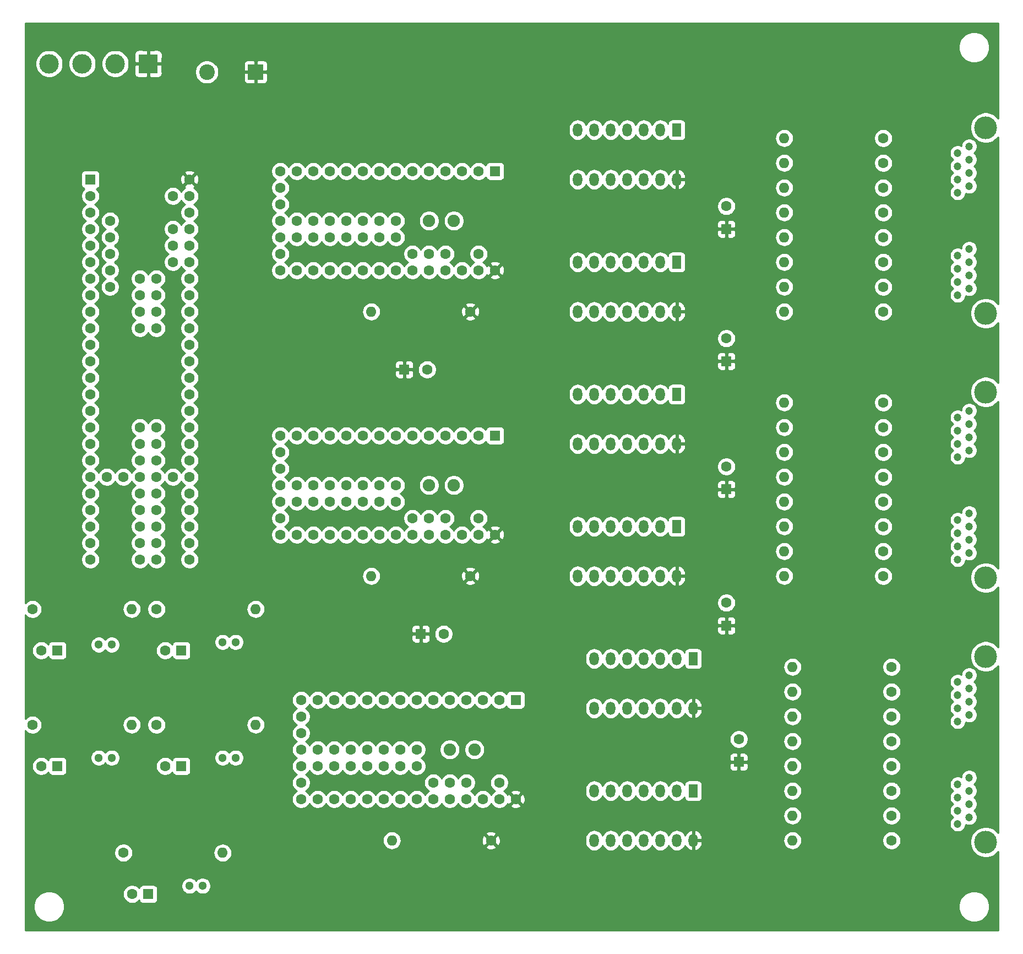
<source format=gbr>
G04 #@! TF.GenerationSoftware,KiCad,Pcbnew,5.1.3-ffb9f22~84~ubuntu18.04.1*
G04 #@! TF.CreationDate,2019-08-01T16:23:33-04:00*
G04 #@! TF.ProjectId,firstPCB,66697273-7450-4434-922e-6b696361645f,rev?*
G04 #@! TF.SameCoordinates,Original*
G04 #@! TF.FileFunction,Copper,L2,Inr*
G04 #@! TF.FilePolarity,Positive*
%FSLAX46Y46*%
G04 Gerber Fmt 4.6, Leading zero omitted, Abs format (unit mm)*
G04 Created by KiCad (PCBNEW 5.1.3-ffb9f22~84~ubuntu18.04.1) date 2019-08-01 16:23:33*
%MOMM*%
%LPD*%
G04 APERTURE LIST*
%ADD10C,1.300000*%
%ADD11C,3.500000*%
%ADD12C,1.200000*%
%ADD13O,1.440000X2.000000*%
%ADD14R,1.440000X2.000000*%
%ADD15C,2.400000*%
%ADD16R,2.400000X2.400000*%
%ADD17C,1.600000*%
%ADD18R,1.600000X1.600000*%
%ADD19C,3.000000*%
%ADD20R,3.000000X3.000000*%
%ADD21O,1.600000X1.600000*%
%ADD22C,1.900000*%
%ADD23C,0.254000*%
G04 APERTURE END LIST*
D10*
X101060000Y-169298401D03*
X99060000Y-169298401D03*
D11*
X235460000Y-171100000D03*
X235460000Y-199640000D03*
D12*
X231140000Y-181100000D03*
X231140000Y-175010000D03*
X232920000Y-176020000D03*
X232920000Y-178050000D03*
X232920000Y-173990000D03*
X232920000Y-180080000D03*
X231140000Y-179070000D03*
X231140000Y-177040000D03*
X232920000Y-195830000D03*
X232920000Y-189740000D03*
X232920000Y-193800000D03*
X232920000Y-191770000D03*
X231140000Y-190760000D03*
X231140000Y-192790000D03*
X231140000Y-194820000D03*
X231140000Y-196850000D03*
D11*
X235460000Y-130460000D03*
X235460000Y-159000000D03*
D12*
X231140000Y-140460000D03*
X231140000Y-134370000D03*
X232920000Y-135380000D03*
X232920000Y-137410000D03*
X232920000Y-133350000D03*
X232920000Y-139440000D03*
X231140000Y-138430000D03*
X231140000Y-136400000D03*
X232920000Y-155190000D03*
X232920000Y-149100000D03*
X232920000Y-153160000D03*
X232920000Y-151130000D03*
X231140000Y-150120000D03*
X231140000Y-152150000D03*
X231140000Y-154180000D03*
X231140000Y-156210000D03*
D11*
X235460000Y-89820000D03*
X235460000Y-118360000D03*
D12*
X231140000Y-99820000D03*
X231140000Y-93730000D03*
X232920000Y-94740000D03*
X232920000Y-96770000D03*
X232920000Y-92710000D03*
X232920000Y-98800000D03*
X231140000Y-97790000D03*
X231140000Y-95760000D03*
X232920000Y-114550000D03*
X232920000Y-108460000D03*
X232920000Y-112520000D03*
X232920000Y-110490000D03*
X231140000Y-109480000D03*
X231140000Y-111510000D03*
X231140000Y-113540000D03*
X231140000Y-115570000D03*
D13*
X172720000Y-118110000D03*
X172720000Y-110490000D03*
X175260000Y-118110000D03*
X175260000Y-110490000D03*
X177800000Y-118110000D03*
X177800000Y-110490000D03*
X180340000Y-118110000D03*
X180340000Y-110490000D03*
X182880000Y-118110000D03*
X182880000Y-110490000D03*
X185420000Y-118110000D03*
X185420000Y-110490000D03*
X187960000Y-118110000D03*
D14*
X187960000Y-110490000D03*
D15*
X115690000Y-81280000D03*
D16*
X123190000Y-81280000D03*
D17*
X90210000Y-170180000D03*
D18*
X92710000Y-170180000D03*
D17*
X152090000Y-167640000D03*
D18*
X148590000Y-167640000D03*
D17*
X149550000Y-127000000D03*
D18*
X146050000Y-127000000D03*
D17*
X195580000Y-101910000D03*
D18*
X195580000Y-105410000D03*
D17*
X195580000Y-162870000D03*
D18*
X195580000Y-166370000D03*
D17*
X195580000Y-122230000D03*
D18*
X195580000Y-125730000D03*
D17*
X197485000Y-183825000D03*
D18*
X197485000Y-187325000D03*
D17*
X195580000Y-141915000D03*
D18*
X195580000Y-145415000D03*
D17*
X109260000Y-170180000D03*
D18*
X111760000Y-170180000D03*
D17*
X90210000Y-187960000D03*
D18*
X92710000Y-187960000D03*
D17*
X109260000Y-187960000D03*
D18*
X111760000Y-187960000D03*
D17*
X104180000Y-207645000D03*
D18*
X106680000Y-207645000D03*
D19*
X91440000Y-80010000D03*
D20*
X106680000Y-80010000D03*
D19*
X96520000Y-80010000D03*
X101600000Y-80010000D03*
D10*
X120110000Y-168910000D03*
X118110000Y-168910000D03*
X101060000Y-186690000D03*
X99060000Y-186690000D03*
X120110000Y-186690000D03*
X118110000Y-186690000D03*
X115030000Y-206375000D03*
X113030000Y-206375000D03*
D21*
X204470000Y-91440000D03*
D17*
X219710000Y-91440000D03*
D21*
X204470000Y-95250000D03*
D17*
X219710000Y-95250000D03*
D21*
X204470000Y-99060000D03*
D17*
X219710000Y-99060000D03*
D21*
X204470000Y-102870000D03*
D17*
X219710000Y-102870000D03*
D21*
X204470000Y-106680000D03*
D17*
X219710000Y-106680000D03*
D21*
X204470000Y-110490000D03*
D17*
X219710000Y-110490000D03*
D21*
X204470000Y-114300000D03*
D17*
X219710000Y-114300000D03*
D21*
X204470000Y-118110000D03*
D17*
X219710000Y-118110000D03*
D21*
X204470000Y-132080000D03*
D17*
X219710000Y-132080000D03*
D21*
X204470000Y-135890000D03*
D17*
X219710000Y-135890000D03*
D21*
X204470000Y-139700000D03*
D17*
X219710000Y-139700000D03*
D21*
X204470000Y-143510000D03*
D17*
X219710000Y-143510000D03*
D21*
X204470000Y-147320000D03*
D17*
X219710000Y-147320000D03*
D21*
X204470000Y-151130000D03*
D17*
X219710000Y-151130000D03*
D21*
X204470000Y-154940000D03*
D17*
X219710000Y-154940000D03*
D21*
X204470000Y-158750000D03*
D17*
X219710000Y-158750000D03*
D21*
X205740000Y-172720000D03*
D17*
X220980000Y-172720000D03*
D21*
X205740000Y-176530000D03*
D17*
X220980000Y-176530000D03*
D21*
X205740000Y-180340000D03*
D17*
X220980000Y-180340000D03*
D21*
X205740000Y-184150000D03*
D17*
X220980000Y-184150000D03*
D21*
X205740000Y-187960000D03*
D17*
X220980000Y-187960000D03*
D21*
X205740000Y-191770000D03*
D17*
X220980000Y-191770000D03*
D21*
X205740000Y-195580000D03*
D17*
X220980000Y-195580000D03*
D21*
X205740000Y-199390000D03*
D17*
X220980000Y-199390000D03*
D21*
X144145000Y-199390000D03*
D17*
X159385000Y-199390000D03*
D21*
X140970000Y-158750000D03*
D17*
X156210000Y-158750000D03*
D21*
X140970000Y-118110000D03*
D17*
X156210000Y-118110000D03*
D21*
X104140000Y-163830000D03*
D17*
X88900000Y-163830000D03*
D21*
X123190000Y-163830000D03*
D17*
X107950000Y-163830000D03*
D21*
X104140000Y-181610000D03*
D17*
X88900000Y-181610000D03*
D21*
X123190000Y-181610000D03*
D17*
X107950000Y-181610000D03*
D21*
X118110000Y-201295000D03*
D17*
X102870000Y-201295000D03*
X97790000Y-138430000D03*
X97790000Y-140970000D03*
X97790000Y-143510000D03*
X97790000Y-146050000D03*
X97790000Y-135890000D03*
X97790000Y-133350000D03*
X97790000Y-130810000D03*
X97790000Y-148590000D03*
X97790000Y-151130000D03*
X97790000Y-153670000D03*
X97790000Y-156210000D03*
X100330000Y-143510000D03*
X102870000Y-143510000D03*
X105410000Y-143510000D03*
X107950000Y-143510000D03*
X110490000Y-143510000D03*
X113030000Y-156210000D03*
X113030000Y-153670000D03*
X113030000Y-151130000D03*
X113030000Y-148590000D03*
X113030000Y-146050000D03*
X113030000Y-143510000D03*
X113030000Y-140970000D03*
X113030000Y-138430000D03*
X97790000Y-128270000D03*
X97790000Y-125730000D03*
X97790000Y-123190000D03*
X97790000Y-120650000D03*
X97790000Y-118110000D03*
X97790000Y-115570000D03*
X97790000Y-113030000D03*
X97790000Y-110490000D03*
X97790000Y-107950000D03*
X97790000Y-105410000D03*
X97790000Y-102870000D03*
X97790000Y-100330000D03*
D18*
X97790000Y-97790000D03*
D17*
X113030000Y-135890000D03*
X113030000Y-133350000D03*
X113030000Y-130810000D03*
X113030000Y-128270000D03*
X113030000Y-125730000D03*
X113030000Y-123190000D03*
X113030000Y-120650000D03*
X113030000Y-118110000D03*
X113030000Y-115570000D03*
X113030000Y-113030000D03*
X113030000Y-110490000D03*
X113030000Y-107950000D03*
X113030000Y-105410000D03*
X113030000Y-102870000D03*
X113030000Y-100330000D03*
X113030000Y-97790000D03*
X110490000Y-100330000D03*
X110490000Y-105410000D03*
X110490000Y-107950000D03*
X110490000Y-110490000D03*
X105410000Y-113030000D03*
X105410000Y-115570000D03*
X105410000Y-118110000D03*
X105410000Y-120650000D03*
X105410000Y-135890000D03*
X105410000Y-138430000D03*
X105410000Y-140970000D03*
X105410000Y-146050000D03*
X105410000Y-148590000D03*
X105410000Y-151130000D03*
X105410000Y-153670000D03*
X105410000Y-156210000D03*
X107950000Y-156210000D03*
X107950000Y-153670000D03*
X107950000Y-151130000D03*
X107950000Y-148590000D03*
X107950000Y-146050000D03*
X107950000Y-140970000D03*
X107950000Y-138430000D03*
X107950000Y-135890000D03*
X107950000Y-120650000D03*
X107950000Y-118110000D03*
X107950000Y-115570000D03*
X107950000Y-113030000D03*
X100790000Y-104140000D03*
X100790000Y-106680000D03*
X100790000Y-109220000D03*
X100790000Y-111760000D03*
X100790000Y-114300000D03*
X127000000Y-104140000D03*
X127000000Y-106680000D03*
X127000000Y-109220000D03*
X127000000Y-111760000D03*
X127000000Y-101600000D03*
X127000000Y-99060000D03*
X127000000Y-96520000D03*
X129540000Y-111760000D03*
X132080000Y-111760000D03*
X134620000Y-111760000D03*
X137160000Y-111760000D03*
X139700000Y-111760000D03*
X142240000Y-111760000D03*
X144780000Y-111760000D03*
X147320000Y-111760000D03*
X149860000Y-111760000D03*
X152400000Y-111760000D03*
X154940000Y-111760000D03*
X157480000Y-111760000D03*
X160020000Y-111760000D03*
X157480000Y-109220000D03*
X152400000Y-109220000D03*
X149860000Y-109220000D03*
X147320000Y-109220000D03*
X129540000Y-96520000D03*
X132080000Y-96520000D03*
X134620000Y-96520000D03*
X137160000Y-96520000D03*
X139700000Y-96520000D03*
X142240000Y-96520000D03*
X144780000Y-96520000D03*
X147320000Y-96520000D03*
X149860000Y-96520000D03*
X152400000Y-96520000D03*
X154940000Y-96520000D03*
X157480000Y-96520000D03*
D18*
X160020000Y-96520000D03*
D17*
X144780000Y-104140000D03*
X142240000Y-104140000D03*
X139700000Y-104140000D03*
X137160000Y-104140000D03*
X134620000Y-104140000D03*
X132080000Y-104140000D03*
X129540000Y-104140000D03*
X129540000Y-106680000D03*
X132080000Y-106680000D03*
X134620000Y-106680000D03*
X137160000Y-106680000D03*
X139700000Y-106680000D03*
X142240000Y-106680000D03*
X144780000Y-106680000D03*
D22*
X149860000Y-104140000D03*
X153670000Y-104140000D03*
D17*
X127000000Y-144780000D03*
X127000000Y-147320000D03*
X127000000Y-149860000D03*
X127000000Y-152400000D03*
X127000000Y-142240000D03*
X127000000Y-139700000D03*
X127000000Y-137160000D03*
X129540000Y-152400000D03*
X132080000Y-152400000D03*
X134620000Y-152400000D03*
X137160000Y-152400000D03*
X139700000Y-152400000D03*
X142240000Y-152400000D03*
X144780000Y-152400000D03*
X147320000Y-152400000D03*
X149860000Y-152400000D03*
X152400000Y-152400000D03*
X154940000Y-152400000D03*
X157480000Y-152400000D03*
X160020000Y-152400000D03*
X157480000Y-149860000D03*
X152400000Y-149860000D03*
X149860000Y-149860000D03*
X147320000Y-149860000D03*
X129540000Y-137160000D03*
X132080000Y-137160000D03*
X134620000Y-137160000D03*
X137160000Y-137160000D03*
X139700000Y-137160000D03*
X142240000Y-137160000D03*
X144780000Y-137160000D03*
X147320000Y-137160000D03*
X149860000Y-137160000D03*
X152400000Y-137160000D03*
X154940000Y-137160000D03*
X157480000Y-137160000D03*
D18*
X160020000Y-137160000D03*
D17*
X144780000Y-144780000D03*
X142240000Y-144780000D03*
X139700000Y-144780000D03*
X137160000Y-144780000D03*
X134620000Y-144780000D03*
X132080000Y-144780000D03*
X129540000Y-144780000D03*
X129540000Y-147320000D03*
X132080000Y-147320000D03*
X134620000Y-147320000D03*
X137160000Y-147320000D03*
X139700000Y-147320000D03*
X142240000Y-147320000D03*
X144780000Y-147320000D03*
D22*
X149860000Y-144780000D03*
X153670000Y-144780000D03*
D17*
X130175000Y-185420000D03*
X130175000Y-187960000D03*
X130175000Y-190500000D03*
X130175000Y-193040000D03*
X130175000Y-182880000D03*
X130175000Y-180340000D03*
X130175000Y-177800000D03*
X132715000Y-193040000D03*
X135255000Y-193040000D03*
X137795000Y-193040000D03*
X140335000Y-193040000D03*
X142875000Y-193040000D03*
X145415000Y-193040000D03*
X147955000Y-193040000D03*
X150495000Y-193040000D03*
X153035000Y-193040000D03*
X155575000Y-193040000D03*
X158115000Y-193040000D03*
X160655000Y-193040000D03*
X163195000Y-193040000D03*
X160655000Y-190500000D03*
X155575000Y-190500000D03*
X153035000Y-190500000D03*
X150495000Y-190500000D03*
X132715000Y-177800000D03*
X135255000Y-177800000D03*
X137795000Y-177800000D03*
X140335000Y-177800000D03*
X142875000Y-177800000D03*
X145415000Y-177800000D03*
X147955000Y-177800000D03*
X150495000Y-177800000D03*
X153035000Y-177800000D03*
X155575000Y-177800000D03*
X158115000Y-177800000D03*
X160655000Y-177800000D03*
D18*
X163195000Y-177800000D03*
D17*
X147955000Y-185420000D03*
X145415000Y-185420000D03*
X142875000Y-185420000D03*
X140335000Y-185420000D03*
X137795000Y-185420000D03*
X135255000Y-185420000D03*
X132715000Y-185420000D03*
X132715000Y-187960000D03*
X135255000Y-187960000D03*
X137795000Y-187960000D03*
X140335000Y-187960000D03*
X142875000Y-187960000D03*
X145415000Y-187960000D03*
X147955000Y-187960000D03*
D22*
X153035000Y-185420000D03*
X156845000Y-185420000D03*
D13*
X172720000Y-97790000D03*
X172720000Y-90170000D03*
X175260000Y-97790000D03*
X175260000Y-90170000D03*
X177800000Y-97790000D03*
X177800000Y-90170000D03*
X180340000Y-97790000D03*
X180340000Y-90170000D03*
X182880000Y-97790000D03*
X182880000Y-90170000D03*
X185420000Y-97790000D03*
X185420000Y-90170000D03*
X187960000Y-97790000D03*
D14*
X187960000Y-90170000D03*
D13*
X172720000Y-138430000D03*
X172720000Y-130810000D03*
X175260000Y-138430000D03*
X175260000Y-130810000D03*
X177800000Y-138430000D03*
X177800000Y-130810000D03*
X180340000Y-138430000D03*
X180340000Y-130810000D03*
X182880000Y-138430000D03*
X182880000Y-130810000D03*
X185420000Y-138430000D03*
X185420000Y-130810000D03*
X187960000Y-138430000D03*
D14*
X187960000Y-130810000D03*
D13*
X172720000Y-158750000D03*
X172720000Y-151130000D03*
X175260000Y-158750000D03*
X175260000Y-151130000D03*
X177800000Y-158750000D03*
X177800000Y-151130000D03*
X180340000Y-158750000D03*
X180340000Y-151130000D03*
X182880000Y-158750000D03*
X182880000Y-151130000D03*
X185420000Y-158750000D03*
X185420000Y-151130000D03*
X187960000Y-158750000D03*
D14*
X187960000Y-151130000D03*
D13*
X175260000Y-179070000D03*
X175260000Y-171450000D03*
X177800000Y-179070000D03*
X177800000Y-171450000D03*
X180340000Y-179070000D03*
X180340000Y-171450000D03*
X182880000Y-179070000D03*
X182880000Y-171450000D03*
X185420000Y-179070000D03*
X185420000Y-171450000D03*
X187960000Y-179070000D03*
X187960000Y-171450000D03*
X190500000Y-179070000D03*
D14*
X190500000Y-171450000D03*
D13*
X175260000Y-199390000D03*
X175260000Y-191770000D03*
X177800000Y-199390000D03*
X177800000Y-191770000D03*
X180340000Y-199390000D03*
X180340000Y-191770000D03*
X182880000Y-199390000D03*
X182880000Y-191770000D03*
X185420000Y-199390000D03*
X185420000Y-191770000D03*
X187960000Y-199390000D03*
X187960000Y-191770000D03*
X190500000Y-199390000D03*
D14*
X190500000Y-191770000D03*
D23*
G36*
X237363000Y-88375155D02*
G01*
X237312550Y-88299651D01*
X236980349Y-87967450D01*
X236589721Y-87706440D01*
X236155679Y-87526654D01*
X235694902Y-87435000D01*
X235225098Y-87435000D01*
X234764321Y-87526654D01*
X234330279Y-87706440D01*
X233939651Y-87967450D01*
X233607450Y-88299651D01*
X233346440Y-88690279D01*
X233166654Y-89124321D01*
X233075000Y-89585098D01*
X233075000Y-90054902D01*
X233166654Y-90515679D01*
X233346440Y-90949721D01*
X233607450Y-91340349D01*
X233939651Y-91672550D01*
X234330279Y-91933560D01*
X234764321Y-92113346D01*
X235225098Y-92205000D01*
X235694902Y-92205000D01*
X236155679Y-92113346D01*
X236589721Y-91933560D01*
X236980349Y-91672550D01*
X237312550Y-91340349D01*
X237363000Y-91264845D01*
X237363000Y-116915155D01*
X237312550Y-116839651D01*
X236980349Y-116507450D01*
X236589721Y-116246440D01*
X236155679Y-116066654D01*
X235694902Y-115975000D01*
X235225098Y-115975000D01*
X234764321Y-116066654D01*
X234330279Y-116246440D01*
X233939651Y-116507450D01*
X233607450Y-116839651D01*
X233346440Y-117230279D01*
X233166654Y-117664321D01*
X233075000Y-118125098D01*
X233075000Y-118594902D01*
X233166654Y-119055679D01*
X233346440Y-119489721D01*
X233607450Y-119880349D01*
X233939651Y-120212550D01*
X234330279Y-120473560D01*
X234764321Y-120653346D01*
X235225098Y-120745000D01*
X235694902Y-120745000D01*
X236155679Y-120653346D01*
X236589721Y-120473560D01*
X236980349Y-120212550D01*
X237312550Y-119880349D01*
X237363000Y-119804845D01*
X237363000Y-129015155D01*
X237312550Y-128939651D01*
X236980349Y-128607450D01*
X236589721Y-128346440D01*
X236155679Y-128166654D01*
X235694902Y-128075000D01*
X235225098Y-128075000D01*
X234764321Y-128166654D01*
X234330279Y-128346440D01*
X233939651Y-128607450D01*
X233607450Y-128939651D01*
X233346440Y-129330279D01*
X233166654Y-129764321D01*
X233075000Y-130225098D01*
X233075000Y-130694902D01*
X233166654Y-131155679D01*
X233346440Y-131589721D01*
X233607450Y-131980349D01*
X233939651Y-132312550D01*
X234330279Y-132573560D01*
X234764321Y-132753346D01*
X235225098Y-132845000D01*
X235694902Y-132845000D01*
X236155679Y-132753346D01*
X236589721Y-132573560D01*
X236980349Y-132312550D01*
X237312550Y-131980349D01*
X237363000Y-131904845D01*
X237363000Y-157555155D01*
X237312550Y-157479651D01*
X236980349Y-157147450D01*
X236589721Y-156886440D01*
X236155679Y-156706654D01*
X235694902Y-156615000D01*
X235225098Y-156615000D01*
X234764321Y-156706654D01*
X234330279Y-156886440D01*
X233939651Y-157147450D01*
X233607450Y-157479651D01*
X233346440Y-157870279D01*
X233166654Y-158304321D01*
X233075000Y-158765098D01*
X233075000Y-159234902D01*
X233166654Y-159695679D01*
X233346440Y-160129721D01*
X233607450Y-160520349D01*
X233939651Y-160852550D01*
X234330279Y-161113560D01*
X234764321Y-161293346D01*
X235225098Y-161385000D01*
X235694902Y-161385000D01*
X236155679Y-161293346D01*
X236589721Y-161113560D01*
X236980349Y-160852550D01*
X237312550Y-160520349D01*
X237363000Y-160444845D01*
X237363000Y-169655155D01*
X237312550Y-169579651D01*
X236980349Y-169247450D01*
X236589721Y-168986440D01*
X236155679Y-168806654D01*
X235694902Y-168715000D01*
X235225098Y-168715000D01*
X234764321Y-168806654D01*
X234330279Y-168986440D01*
X233939651Y-169247450D01*
X233607450Y-169579651D01*
X233346440Y-169970279D01*
X233166654Y-170404321D01*
X233075000Y-170865098D01*
X233075000Y-171334902D01*
X233166654Y-171795679D01*
X233346440Y-172229721D01*
X233607450Y-172620349D01*
X233939651Y-172952550D01*
X234330279Y-173213560D01*
X234764321Y-173393346D01*
X235225098Y-173485000D01*
X235694902Y-173485000D01*
X236155679Y-173393346D01*
X236589721Y-173213560D01*
X236980349Y-172952550D01*
X237312550Y-172620349D01*
X237363000Y-172544845D01*
X237363000Y-198195155D01*
X237312550Y-198119651D01*
X236980349Y-197787450D01*
X236589721Y-197526440D01*
X236155679Y-197346654D01*
X235694902Y-197255000D01*
X235225098Y-197255000D01*
X234764321Y-197346654D01*
X234330279Y-197526440D01*
X233939651Y-197787450D01*
X233607450Y-198119651D01*
X233346440Y-198510279D01*
X233166654Y-198944321D01*
X233075000Y-199405098D01*
X233075000Y-199874902D01*
X233166654Y-200335679D01*
X233346440Y-200769721D01*
X233607450Y-201160349D01*
X233939651Y-201492550D01*
X234330279Y-201753560D01*
X234764321Y-201933346D01*
X235225098Y-202025000D01*
X235694902Y-202025000D01*
X236155679Y-201933346D01*
X236589721Y-201753560D01*
X236980349Y-201492550D01*
X237312550Y-201160349D01*
X237363000Y-201084845D01*
X237363000Y-213233000D01*
X87757000Y-213233000D01*
X87757000Y-209315098D01*
X89055000Y-209315098D01*
X89055000Y-209784902D01*
X89146654Y-210245679D01*
X89326440Y-210679721D01*
X89587450Y-211070349D01*
X89919651Y-211402550D01*
X90310279Y-211663560D01*
X90744321Y-211843346D01*
X91205098Y-211935000D01*
X91674902Y-211935000D01*
X92135679Y-211843346D01*
X92569721Y-211663560D01*
X92960349Y-211402550D01*
X93292550Y-211070349D01*
X93553560Y-210679721D01*
X93733346Y-210245679D01*
X93825000Y-209784902D01*
X93825000Y-209315098D01*
X231295000Y-209315098D01*
X231295000Y-209784902D01*
X231386654Y-210245679D01*
X231566440Y-210679721D01*
X231827450Y-211070349D01*
X232159651Y-211402550D01*
X232550279Y-211663560D01*
X232984321Y-211843346D01*
X233445098Y-211935000D01*
X233914902Y-211935000D01*
X234375679Y-211843346D01*
X234809721Y-211663560D01*
X235200349Y-211402550D01*
X235532550Y-211070349D01*
X235793560Y-210679721D01*
X235973346Y-210245679D01*
X236065000Y-209784902D01*
X236065000Y-209315098D01*
X235973346Y-208854321D01*
X235793560Y-208420279D01*
X235532550Y-208029651D01*
X235200349Y-207697450D01*
X234809721Y-207436440D01*
X234375679Y-207256654D01*
X233914902Y-207165000D01*
X233445098Y-207165000D01*
X232984321Y-207256654D01*
X232550279Y-207436440D01*
X232159651Y-207697450D01*
X231827450Y-208029651D01*
X231566440Y-208420279D01*
X231386654Y-208854321D01*
X231295000Y-209315098D01*
X93825000Y-209315098D01*
X93733346Y-208854321D01*
X93553560Y-208420279D01*
X93292550Y-208029651D01*
X92960349Y-207697450D01*
X92670331Y-207503665D01*
X102745000Y-207503665D01*
X102745000Y-207786335D01*
X102800147Y-208063574D01*
X102908320Y-208324727D01*
X103065363Y-208559759D01*
X103265241Y-208759637D01*
X103500273Y-208916680D01*
X103761426Y-209024853D01*
X104038665Y-209080000D01*
X104321335Y-209080000D01*
X104598574Y-209024853D01*
X104859727Y-208916680D01*
X105094759Y-208759637D01*
X105261339Y-208593057D01*
X105290498Y-208689180D01*
X105349463Y-208799494D01*
X105428815Y-208896185D01*
X105525506Y-208975537D01*
X105635820Y-209034502D01*
X105755518Y-209070812D01*
X105880000Y-209083072D01*
X107480000Y-209083072D01*
X107604482Y-209070812D01*
X107724180Y-209034502D01*
X107834494Y-208975537D01*
X107931185Y-208896185D01*
X108010537Y-208799494D01*
X108069502Y-208689180D01*
X108105812Y-208569482D01*
X108118072Y-208445000D01*
X108118072Y-206845000D01*
X108105812Y-206720518D01*
X108069502Y-206600820D01*
X108010537Y-206490506D01*
X107931185Y-206393815D01*
X107834494Y-206314463D01*
X107724180Y-206255498D01*
X107700910Y-206248439D01*
X111745000Y-206248439D01*
X111745000Y-206501561D01*
X111794381Y-206749821D01*
X111891247Y-206983676D01*
X112031875Y-207194140D01*
X112210860Y-207373125D01*
X112421324Y-207513753D01*
X112655179Y-207610619D01*
X112903439Y-207660000D01*
X113156561Y-207660000D01*
X113404821Y-207610619D01*
X113638676Y-207513753D01*
X113849140Y-207373125D01*
X114028125Y-207194140D01*
X114030000Y-207191334D01*
X114031875Y-207194140D01*
X114210860Y-207373125D01*
X114421324Y-207513753D01*
X114655179Y-207610619D01*
X114903439Y-207660000D01*
X115156561Y-207660000D01*
X115404821Y-207610619D01*
X115638676Y-207513753D01*
X115849140Y-207373125D01*
X116028125Y-207194140D01*
X116168753Y-206983676D01*
X116265619Y-206749821D01*
X116315000Y-206501561D01*
X116315000Y-206248439D01*
X116265619Y-206000179D01*
X116168753Y-205766324D01*
X116028125Y-205555860D01*
X115849140Y-205376875D01*
X115638676Y-205236247D01*
X115404821Y-205139381D01*
X115156561Y-205090000D01*
X114903439Y-205090000D01*
X114655179Y-205139381D01*
X114421324Y-205236247D01*
X114210860Y-205376875D01*
X114031875Y-205555860D01*
X114030000Y-205558666D01*
X114028125Y-205555860D01*
X113849140Y-205376875D01*
X113638676Y-205236247D01*
X113404821Y-205139381D01*
X113156561Y-205090000D01*
X112903439Y-205090000D01*
X112655179Y-205139381D01*
X112421324Y-205236247D01*
X112210860Y-205376875D01*
X112031875Y-205555860D01*
X111891247Y-205766324D01*
X111794381Y-206000179D01*
X111745000Y-206248439D01*
X107700910Y-206248439D01*
X107604482Y-206219188D01*
X107480000Y-206206928D01*
X105880000Y-206206928D01*
X105755518Y-206219188D01*
X105635820Y-206255498D01*
X105525506Y-206314463D01*
X105428815Y-206393815D01*
X105349463Y-206490506D01*
X105290498Y-206600820D01*
X105261339Y-206696943D01*
X105094759Y-206530363D01*
X104859727Y-206373320D01*
X104598574Y-206265147D01*
X104321335Y-206210000D01*
X104038665Y-206210000D01*
X103761426Y-206265147D01*
X103500273Y-206373320D01*
X103265241Y-206530363D01*
X103065363Y-206730241D01*
X102908320Y-206965273D01*
X102800147Y-207226426D01*
X102745000Y-207503665D01*
X92670331Y-207503665D01*
X92569721Y-207436440D01*
X92135679Y-207256654D01*
X91674902Y-207165000D01*
X91205098Y-207165000D01*
X90744321Y-207256654D01*
X90310279Y-207436440D01*
X89919651Y-207697450D01*
X89587450Y-208029651D01*
X89326440Y-208420279D01*
X89146654Y-208854321D01*
X89055000Y-209315098D01*
X87757000Y-209315098D01*
X87757000Y-201153665D01*
X101435000Y-201153665D01*
X101435000Y-201436335D01*
X101490147Y-201713574D01*
X101598320Y-201974727D01*
X101755363Y-202209759D01*
X101955241Y-202409637D01*
X102190273Y-202566680D01*
X102451426Y-202674853D01*
X102728665Y-202730000D01*
X103011335Y-202730000D01*
X103288574Y-202674853D01*
X103549727Y-202566680D01*
X103784759Y-202409637D01*
X103984637Y-202209759D01*
X104141680Y-201974727D01*
X104249853Y-201713574D01*
X104305000Y-201436335D01*
X104305000Y-201295000D01*
X116668057Y-201295000D01*
X116695764Y-201576309D01*
X116777818Y-201846808D01*
X116911068Y-202096101D01*
X117090392Y-202314608D01*
X117308899Y-202493932D01*
X117558192Y-202627182D01*
X117828691Y-202709236D01*
X118039508Y-202730000D01*
X118180492Y-202730000D01*
X118391309Y-202709236D01*
X118661808Y-202627182D01*
X118911101Y-202493932D01*
X119129608Y-202314608D01*
X119308932Y-202096101D01*
X119442182Y-201846808D01*
X119524236Y-201576309D01*
X119551943Y-201295000D01*
X119524236Y-201013691D01*
X119442182Y-200743192D01*
X119308932Y-200493899D01*
X119129608Y-200275392D01*
X118911101Y-200096068D01*
X118661808Y-199962818D01*
X118391309Y-199880764D01*
X118180492Y-199860000D01*
X118039508Y-199860000D01*
X117828691Y-199880764D01*
X117558192Y-199962818D01*
X117308899Y-200096068D01*
X117090392Y-200275392D01*
X116911068Y-200493899D01*
X116777818Y-200743192D01*
X116695764Y-201013691D01*
X116668057Y-201295000D01*
X104305000Y-201295000D01*
X104305000Y-201153665D01*
X104249853Y-200876426D01*
X104141680Y-200615273D01*
X103984637Y-200380241D01*
X103784759Y-200180363D01*
X103549727Y-200023320D01*
X103288574Y-199915147D01*
X103011335Y-199860000D01*
X102728665Y-199860000D01*
X102451426Y-199915147D01*
X102190273Y-200023320D01*
X101955241Y-200180363D01*
X101755363Y-200380241D01*
X101598320Y-200615273D01*
X101490147Y-200876426D01*
X101435000Y-201153665D01*
X87757000Y-201153665D01*
X87757000Y-199390000D01*
X142703057Y-199390000D01*
X142730764Y-199671309D01*
X142812818Y-199941808D01*
X142946068Y-200191101D01*
X143125392Y-200409608D01*
X143343899Y-200588932D01*
X143593192Y-200722182D01*
X143863691Y-200804236D01*
X144074508Y-200825000D01*
X144215492Y-200825000D01*
X144426309Y-200804236D01*
X144696808Y-200722182D01*
X144946101Y-200588932D01*
X145164608Y-200409608D01*
X145186689Y-200382702D01*
X158571903Y-200382702D01*
X158643486Y-200626671D01*
X158898996Y-200747571D01*
X159173184Y-200816300D01*
X159455512Y-200830217D01*
X159735130Y-200788787D01*
X160001292Y-200693603D01*
X160126514Y-200626671D01*
X160198097Y-200382702D01*
X159385000Y-199569605D01*
X158571903Y-200382702D01*
X145186689Y-200382702D01*
X145343932Y-200191101D01*
X145477182Y-199941808D01*
X145559236Y-199671309D01*
X145579998Y-199460512D01*
X157944783Y-199460512D01*
X157986213Y-199740130D01*
X158081397Y-200006292D01*
X158148329Y-200131514D01*
X158392298Y-200203097D01*
X159205395Y-199390000D01*
X159564605Y-199390000D01*
X160377702Y-200203097D01*
X160621671Y-200131514D01*
X160742571Y-199876004D01*
X160811300Y-199601816D01*
X160825217Y-199319488D01*
X160784316Y-199043436D01*
X173905000Y-199043436D01*
X173905000Y-199736563D01*
X173924606Y-199935625D01*
X174002086Y-200191044D01*
X174127908Y-200426439D01*
X174297235Y-200632764D01*
X174503560Y-200802092D01*
X174738955Y-200927914D01*
X174994374Y-201005394D01*
X175260000Y-201031556D01*
X175525625Y-201005394D01*
X175781044Y-200927914D01*
X176016439Y-200802092D01*
X176222764Y-200632765D01*
X176392092Y-200426440D01*
X176517914Y-200191045D01*
X176530000Y-200151202D01*
X176542086Y-200191044D01*
X176667908Y-200426439D01*
X176837235Y-200632764D01*
X177043560Y-200802092D01*
X177278955Y-200927914D01*
X177534374Y-201005394D01*
X177800000Y-201031556D01*
X178065625Y-201005394D01*
X178321044Y-200927914D01*
X178556439Y-200802092D01*
X178762764Y-200632765D01*
X178932092Y-200426440D01*
X179057914Y-200191045D01*
X179070000Y-200151202D01*
X179082086Y-200191044D01*
X179207908Y-200426439D01*
X179377235Y-200632764D01*
X179583560Y-200802092D01*
X179818955Y-200927914D01*
X180074374Y-201005394D01*
X180340000Y-201031556D01*
X180605625Y-201005394D01*
X180861044Y-200927914D01*
X181096439Y-200802092D01*
X181302764Y-200632765D01*
X181472092Y-200426440D01*
X181597914Y-200191045D01*
X181610000Y-200151202D01*
X181622086Y-200191044D01*
X181747908Y-200426439D01*
X181917235Y-200632764D01*
X182123560Y-200802092D01*
X182358955Y-200927914D01*
X182614374Y-201005394D01*
X182880000Y-201031556D01*
X183145625Y-201005394D01*
X183401044Y-200927914D01*
X183636439Y-200802092D01*
X183842764Y-200632765D01*
X184012092Y-200426440D01*
X184137914Y-200191045D01*
X184150000Y-200151202D01*
X184162086Y-200191044D01*
X184287908Y-200426439D01*
X184457235Y-200632764D01*
X184663560Y-200802092D01*
X184898955Y-200927914D01*
X185154374Y-201005394D01*
X185420000Y-201031556D01*
X185685625Y-201005394D01*
X185941044Y-200927914D01*
X186176439Y-200802092D01*
X186382764Y-200632765D01*
X186552092Y-200426440D01*
X186677914Y-200191045D01*
X186690000Y-200151202D01*
X186702086Y-200191044D01*
X186827908Y-200426439D01*
X186997235Y-200632764D01*
X187203560Y-200802092D01*
X187438955Y-200927914D01*
X187694374Y-201005394D01*
X187960000Y-201031556D01*
X188225625Y-201005394D01*
X188481044Y-200927914D01*
X188716439Y-200802092D01*
X188922764Y-200632765D01*
X189092092Y-200426440D01*
X189217914Y-200191045D01*
X189231505Y-200146241D01*
X189296744Y-200305869D01*
X189443916Y-200528395D01*
X189631673Y-200717933D01*
X189852799Y-200867199D01*
X190098797Y-200970458D01*
X190163528Y-200982559D01*
X190373000Y-200859489D01*
X190373000Y-199517000D01*
X190627000Y-199517000D01*
X190627000Y-200859489D01*
X190836472Y-200982559D01*
X190901203Y-200970458D01*
X191147201Y-200867199D01*
X191368327Y-200717933D01*
X191556084Y-200528395D01*
X191703256Y-200305869D01*
X191804188Y-200058907D01*
X191855000Y-199797000D01*
X191855000Y-199517000D01*
X190627000Y-199517000D01*
X190373000Y-199517000D01*
X190353000Y-199517000D01*
X190353000Y-199390000D01*
X204298057Y-199390000D01*
X204325764Y-199671309D01*
X204407818Y-199941808D01*
X204541068Y-200191101D01*
X204720392Y-200409608D01*
X204938899Y-200588932D01*
X205188192Y-200722182D01*
X205458691Y-200804236D01*
X205669508Y-200825000D01*
X205810492Y-200825000D01*
X206021309Y-200804236D01*
X206291808Y-200722182D01*
X206541101Y-200588932D01*
X206759608Y-200409608D01*
X206938932Y-200191101D01*
X207072182Y-199941808D01*
X207154236Y-199671309D01*
X207181943Y-199390000D01*
X207168023Y-199248665D01*
X219545000Y-199248665D01*
X219545000Y-199531335D01*
X219600147Y-199808574D01*
X219708320Y-200069727D01*
X219865363Y-200304759D01*
X220065241Y-200504637D01*
X220300273Y-200661680D01*
X220561426Y-200769853D01*
X220838665Y-200825000D01*
X221121335Y-200825000D01*
X221398574Y-200769853D01*
X221659727Y-200661680D01*
X221894759Y-200504637D01*
X222094637Y-200304759D01*
X222251680Y-200069727D01*
X222359853Y-199808574D01*
X222415000Y-199531335D01*
X222415000Y-199248665D01*
X222359853Y-198971426D01*
X222251680Y-198710273D01*
X222094637Y-198475241D01*
X221894759Y-198275363D01*
X221659727Y-198118320D01*
X221398574Y-198010147D01*
X221121335Y-197955000D01*
X220838665Y-197955000D01*
X220561426Y-198010147D01*
X220300273Y-198118320D01*
X220065241Y-198275363D01*
X219865363Y-198475241D01*
X219708320Y-198710273D01*
X219600147Y-198971426D01*
X219545000Y-199248665D01*
X207168023Y-199248665D01*
X207154236Y-199108691D01*
X207072182Y-198838192D01*
X206938932Y-198588899D01*
X206759608Y-198370392D01*
X206541101Y-198191068D01*
X206291808Y-198057818D01*
X206021309Y-197975764D01*
X205810492Y-197955000D01*
X205669508Y-197955000D01*
X205458691Y-197975764D01*
X205188192Y-198057818D01*
X204938899Y-198191068D01*
X204720392Y-198370392D01*
X204541068Y-198588899D01*
X204407818Y-198838192D01*
X204325764Y-199108691D01*
X204298057Y-199390000D01*
X190353000Y-199390000D01*
X190353000Y-199263000D01*
X190373000Y-199263000D01*
X190373000Y-197920511D01*
X190627000Y-197920511D01*
X190627000Y-199263000D01*
X191855000Y-199263000D01*
X191855000Y-198983000D01*
X191804188Y-198721093D01*
X191703256Y-198474131D01*
X191556084Y-198251605D01*
X191368327Y-198062067D01*
X191147201Y-197912801D01*
X190901203Y-197809542D01*
X190836472Y-197797441D01*
X190627000Y-197920511D01*
X190373000Y-197920511D01*
X190163528Y-197797441D01*
X190098797Y-197809542D01*
X189852799Y-197912801D01*
X189631673Y-198062067D01*
X189443916Y-198251605D01*
X189296744Y-198474131D01*
X189231505Y-198633759D01*
X189217914Y-198588955D01*
X189092092Y-198353560D01*
X188922765Y-198147235D01*
X188716440Y-197977908D01*
X188481045Y-197852086D01*
X188225626Y-197774606D01*
X187960000Y-197748444D01*
X187694375Y-197774606D01*
X187438956Y-197852086D01*
X187203561Y-197977908D01*
X186997236Y-198147235D01*
X186827908Y-198353560D01*
X186702086Y-198588955D01*
X186690000Y-198628798D01*
X186677914Y-198588955D01*
X186552092Y-198353560D01*
X186382765Y-198147235D01*
X186176440Y-197977908D01*
X185941045Y-197852086D01*
X185685626Y-197774606D01*
X185420000Y-197748444D01*
X185154375Y-197774606D01*
X184898956Y-197852086D01*
X184663561Y-197977908D01*
X184457236Y-198147235D01*
X184287908Y-198353560D01*
X184162086Y-198588955D01*
X184150000Y-198628798D01*
X184137914Y-198588955D01*
X184012092Y-198353560D01*
X183842765Y-198147235D01*
X183636440Y-197977908D01*
X183401045Y-197852086D01*
X183145626Y-197774606D01*
X182880000Y-197748444D01*
X182614375Y-197774606D01*
X182358956Y-197852086D01*
X182123561Y-197977908D01*
X181917236Y-198147235D01*
X181747908Y-198353560D01*
X181622086Y-198588955D01*
X181610000Y-198628798D01*
X181597914Y-198588955D01*
X181472092Y-198353560D01*
X181302765Y-198147235D01*
X181096440Y-197977908D01*
X180861045Y-197852086D01*
X180605626Y-197774606D01*
X180340000Y-197748444D01*
X180074375Y-197774606D01*
X179818956Y-197852086D01*
X179583561Y-197977908D01*
X179377236Y-198147235D01*
X179207908Y-198353560D01*
X179082086Y-198588955D01*
X179070000Y-198628798D01*
X179057914Y-198588955D01*
X178932092Y-198353560D01*
X178762765Y-198147235D01*
X178556440Y-197977908D01*
X178321045Y-197852086D01*
X178065626Y-197774606D01*
X177800000Y-197748444D01*
X177534375Y-197774606D01*
X177278956Y-197852086D01*
X177043561Y-197977908D01*
X176837236Y-198147235D01*
X176667908Y-198353560D01*
X176542086Y-198588955D01*
X176530000Y-198628798D01*
X176517914Y-198588955D01*
X176392092Y-198353560D01*
X176222765Y-198147235D01*
X176016440Y-197977908D01*
X175781045Y-197852086D01*
X175525626Y-197774606D01*
X175260000Y-197748444D01*
X174994375Y-197774606D01*
X174738956Y-197852086D01*
X174503561Y-197977908D01*
X174297236Y-198147235D01*
X174127908Y-198353560D01*
X174002086Y-198588955D01*
X173924606Y-198844374D01*
X173905000Y-199043436D01*
X160784316Y-199043436D01*
X160783787Y-199039870D01*
X160688603Y-198773708D01*
X160621671Y-198648486D01*
X160377702Y-198576903D01*
X159564605Y-199390000D01*
X159205395Y-199390000D01*
X158392298Y-198576903D01*
X158148329Y-198648486D01*
X158027429Y-198903996D01*
X157958700Y-199178184D01*
X157944783Y-199460512D01*
X145579998Y-199460512D01*
X145586943Y-199390000D01*
X145559236Y-199108691D01*
X145477182Y-198838192D01*
X145343932Y-198588899D01*
X145186690Y-198397298D01*
X158571903Y-198397298D01*
X159385000Y-199210395D01*
X160198097Y-198397298D01*
X160126514Y-198153329D01*
X159871004Y-198032429D01*
X159596816Y-197963700D01*
X159314488Y-197949783D01*
X159034870Y-197991213D01*
X158768708Y-198086397D01*
X158643486Y-198153329D01*
X158571903Y-198397298D01*
X145186690Y-198397298D01*
X145164608Y-198370392D01*
X144946101Y-198191068D01*
X144696808Y-198057818D01*
X144426309Y-197975764D01*
X144215492Y-197955000D01*
X144074508Y-197955000D01*
X143863691Y-197975764D01*
X143593192Y-198057818D01*
X143343899Y-198191068D01*
X143125392Y-198370392D01*
X142946068Y-198588899D01*
X142812818Y-198838192D01*
X142730764Y-199108691D01*
X142703057Y-199390000D01*
X87757000Y-199390000D01*
X87757000Y-195580000D01*
X204298057Y-195580000D01*
X204325764Y-195861309D01*
X204407818Y-196131808D01*
X204541068Y-196381101D01*
X204720392Y-196599608D01*
X204938899Y-196778932D01*
X205188192Y-196912182D01*
X205458691Y-196994236D01*
X205669508Y-197015000D01*
X205810492Y-197015000D01*
X206021309Y-196994236D01*
X206291808Y-196912182D01*
X206541101Y-196778932D01*
X206759608Y-196599608D01*
X206938932Y-196381101D01*
X207072182Y-196131808D01*
X207154236Y-195861309D01*
X207181943Y-195580000D01*
X207168023Y-195438665D01*
X219545000Y-195438665D01*
X219545000Y-195721335D01*
X219600147Y-195998574D01*
X219708320Y-196259727D01*
X219865363Y-196494759D01*
X220065241Y-196694637D01*
X220300273Y-196851680D01*
X220561426Y-196959853D01*
X220838665Y-197015000D01*
X221121335Y-197015000D01*
X221398574Y-196959853D01*
X221659727Y-196851680D01*
X221894759Y-196694637D01*
X222094637Y-196494759D01*
X222251680Y-196259727D01*
X222359853Y-195998574D01*
X222415000Y-195721335D01*
X222415000Y-195438665D01*
X222359853Y-195161426D01*
X222251680Y-194900273D01*
X222094637Y-194665241D01*
X221894759Y-194465363D01*
X221659727Y-194308320D01*
X221398574Y-194200147D01*
X221121335Y-194145000D01*
X220838665Y-194145000D01*
X220561426Y-194200147D01*
X220300273Y-194308320D01*
X220065241Y-194465363D01*
X219865363Y-194665241D01*
X219708320Y-194900273D01*
X219600147Y-195161426D01*
X219545000Y-195438665D01*
X207168023Y-195438665D01*
X207154236Y-195298691D01*
X207072182Y-195028192D01*
X206938932Y-194778899D01*
X206759608Y-194560392D01*
X206541101Y-194381068D01*
X206291808Y-194247818D01*
X206021309Y-194165764D01*
X205810492Y-194145000D01*
X205669508Y-194145000D01*
X205458691Y-194165764D01*
X205188192Y-194247818D01*
X204938899Y-194381068D01*
X204720392Y-194560392D01*
X204541068Y-194778899D01*
X204407818Y-195028192D01*
X204325764Y-195298691D01*
X204298057Y-195580000D01*
X87757000Y-195580000D01*
X87757000Y-187818665D01*
X88775000Y-187818665D01*
X88775000Y-188101335D01*
X88830147Y-188378574D01*
X88938320Y-188639727D01*
X89095363Y-188874759D01*
X89295241Y-189074637D01*
X89530273Y-189231680D01*
X89791426Y-189339853D01*
X90068665Y-189395000D01*
X90351335Y-189395000D01*
X90628574Y-189339853D01*
X90889727Y-189231680D01*
X91124759Y-189074637D01*
X91291339Y-188908057D01*
X91320498Y-189004180D01*
X91379463Y-189114494D01*
X91458815Y-189211185D01*
X91555506Y-189290537D01*
X91665820Y-189349502D01*
X91785518Y-189385812D01*
X91910000Y-189398072D01*
X93510000Y-189398072D01*
X93634482Y-189385812D01*
X93754180Y-189349502D01*
X93864494Y-189290537D01*
X93961185Y-189211185D01*
X94040537Y-189114494D01*
X94099502Y-189004180D01*
X94135812Y-188884482D01*
X94148072Y-188760000D01*
X94148072Y-187160000D01*
X94135812Y-187035518D01*
X94099502Y-186915820D01*
X94040537Y-186805506D01*
X93961185Y-186708815D01*
X93864494Y-186629463D01*
X93754180Y-186570498D01*
X93730910Y-186563439D01*
X97775000Y-186563439D01*
X97775000Y-186816561D01*
X97824381Y-187064821D01*
X97921247Y-187298676D01*
X98061875Y-187509140D01*
X98240860Y-187688125D01*
X98451324Y-187828753D01*
X98685179Y-187925619D01*
X98933439Y-187975000D01*
X99186561Y-187975000D01*
X99434821Y-187925619D01*
X99668676Y-187828753D01*
X99879140Y-187688125D01*
X100058125Y-187509140D01*
X100060000Y-187506334D01*
X100061875Y-187509140D01*
X100240860Y-187688125D01*
X100451324Y-187828753D01*
X100685179Y-187925619D01*
X100933439Y-187975000D01*
X101186561Y-187975000D01*
X101434821Y-187925619D01*
X101668676Y-187828753D01*
X101683773Y-187818665D01*
X107825000Y-187818665D01*
X107825000Y-188101335D01*
X107880147Y-188378574D01*
X107988320Y-188639727D01*
X108145363Y-188874759D01*
X108345241Y-189074637D01*
X108580273Y-189231680D01*
X108841426Y-189339853D01*
X109118665Y-189395000D01*
X109401335Y-189395000D01*
X109678574Y-189339853D01*
X109939727Y-189231680D01*
X110174759Y-189074637D01*
X110341339Y-188908057D01*
X110370498Y-189004180D01*
X110429463Y-189114494D01*
X110508815Y-189211185D01*
X110605506Y-189290537D01*
X110715820Y-189349502D01*
X110835518Y-189385812D01*
X110960000Y-189398072D01*
X112560000Y-189398072D01*
X112684482Y-189385812D01*
X112804180Y-189349502D01*
X112914494Y-189290537D01*
X113011185Y-189211185D01*
X113090537Y-189114494D01*
X113149502Y-189004180D01*
X113185812Y-188884482D01*
X113198072Y-188760000D01*
X113198072Y-187160000D01*
X113185812Y-187035518D01*
X113149502Y-186915820D01*
X113090537Y-186805506D01*
X113011185Y-186708815D01*
X112914494Y-186629463D01*
X112804180Y-186570498D01*
X112780910Y-186563439D01*
X116825000Y-186563439D01*
X116825000Y-186816561D01*
X116874381Y-187064821D01*
X116971247Y-187298676D01*
X117111875Y-187509140D01*
X117290860Y-187688125D01*
X117501324Y-187828753D01*
X117735179Y-187925619D01*
X117983439Y-187975000D01*
X118236561Y-187975000D01*
X118484821Y-187925619D01*
X118718676Y-187828753D01*
X118929140Y-187688125D01*
X119108125Y-187509140D01*
X119110000Y-187506334D01*
X119111875Y-187509140D01*
X119290860Y-187688125D01*
X119501324Y-187828753D01*
X119735179Y-187925619D01*
X119983439Y-187975000D01*
X120236561Y-187975000D01*
X120484821Y-187925619D01*
X120718676Y-187828753D01*
X120929140Y-187688125D01*
X121108125Y-187509140D01*
X121248753Y-187298676D01*
X121345619Y-187064821D01*
X121395000Y-186816561D01*
X121395000Y-186563439D01*
X121345619Y-186315179D01*
X121248753Y-186081324D01*
X121108125Y-185870860D01*
X120929140Y-185691875D01*
X120718676Y-185551247D01*
X120484821Y-185454381D01*
X120236561Y-185405000D01*
X119983439Y-185405000D01*
X119735179Y-185454381D01*
X119501324Y-185551247D01*
X119290860Y-185691875D01*
X119111875Y-185870860D01*
X119110000Y-185873666D01*
X119108125Y-185870860D01*
X118929140Y-185691875D01*
X118718676Y-185551247D01*
X118484821Y-185454381D01*
X118236561Y-185405000D01*
X117983439Y-185405000D01*
X117735179Y-185454381D01*
X117501324Y-185551247D01*
X117290860Y-185691875D01*
X117111875Y-185870860D01*
X116971247Y-186081324D01*
X116874381Y-186315179D01*
X116825000Y-186563439D01*
X112780910Y-186563439D01*
X112684482Y-186534188D01*
X112560000Y-186521928D01*
X110960000Y-186521928D01*
X110835518Y-186534188D01*
X110715820Y-186570498D01*
X110605506Y-186629463D01*
X110508815Y-186708815D01*
X110429463Y-186805506D01*
X110370498Y-186915820D01*
X110341339Y-187011943D01*
X110174759Y-186845363D01*
X109939727Y-186688320D01*
X109678574Y-186580147D01*
X109401335Y-186525000D01*
X109118665Y-186525000D01*
X108841426Y-186580147D01*
X108580273Y-186688320D01*
X108345241Y-186845363D01*
X108145363Y-187045241D01*
X107988320Y-187280273D01*
X107880147Y-187541426D01*
X107825000Y-187818665D01*
X101683773Y-187818665D01*
X101879140Y-187688125D01*
X102058125Y-187509140D01*
X102198753Y-187298676D01*
X102295619Y-187064821D01*
X102345000Y-186816561D01*
X102345000Y-186563439D01*
X102295619Y-186315179D01*
X102198753Y-186081324D01*
X102058125Y-185870860D01*
X101879140Y-185691875D01*
X101668676Y-185551247D01*
X101434821Y-185454381D01*
X101186561Y-185405000D01*
X100933439Y-185405000D01*
X100685179Y-185454381D01*
X100451324Y-185551247D01*
X100240860Y-185691875D01*
X100061875Y-185870860D01*
X100060000Y-185873666D01*
X100058125Y-185870860D01*
X99879140Y-185691875D01*
X99668676Y-185551247D01*
X99434821Y-185454381D01*
X99186561Y-185405000D01*
X98933439Y-185405000D01*
X98685179Y-185454381D01*
X98451324Y-185551247D01*
X98240860Y-185691875D01*
X98061875Y-185870860D01*
X97921247Y-186081324D01*
X97824381Y-186315179D01*
X97775000Y-186563439D01*
X93730910Y-186563439D01*
X93634482Y-186534188D01*
X93510000Y-186521928D01*
X91910000Y-186521928D01*
X91785518Y-186534188D01*
X91665820Y-186570498D01*
X91555506Y-186629463D01*
X91458815Y-186708815D01*
X91379463Y-186805506D01*
X91320498Y-186915820D01*
X91291339Y-187011943D01*
X91124759Y-186845363D01*
X90889727Y-186688320D01*
X90628574Y-186580147D01*
X90351335Y-186525000D01*
X90068665Y-186525000D01*
X89791426Y-186580147D01*
X89530273Y-186688320D01*
X89295241Y-186845363D01*
X89095363Y-187045241D01*
X88938320Y-187280273D01*
X88830147Y-187541426D01*
X88775000Y-187818665D01*
X87757000Y-187818665D01*
X87757000Y-182482311D01*
X87785363Y-182524759D01*
X87985241Y-182724637D01*
X88220273Y-182881680D01*
X88481426Y-182989853D01*
X88758665Y-183045000D01*
X89041335Y-183045000D01*
X89318574Y-182989853D01*
X89579727Y-182881680D01*
X89814759Y-182724637D01*
X90014637Y-182524759D01*
X90171680Y-182289727D01*
X90279853Y-182028574D01*
X90335000Y-181751335D01*
X90335000Y-181610000D01*
X102698057Y-181610000D01*
X102725764Y-181891309D01*
X102807818Y-182161808D01*
X102941068Y-182411101D01*
X103120392Y-182629608D01*
X103338899Y-182808932D01*
X103588192Y-182942182D01*
X103858691Y-183024236D01*
X104069508Y-183045000D01*
X104210492Y-183045000D01*
X104421309Y-183024236D01*
X104691808Y-182942182D01*
X104941101Y-182808932D01*
X105159608Y-182629608D01*
X105338932Y-182411101D01*
X105472182Y-182161808D01*
X105554236Y-181891309D01*
X105581943Y-181610000D01*
X105568023Y-181468665D01*
X106515000Y-181468665D01*
X106515000Y-181751335D01*
X106570147Y-182028574D01*
X106678320Y-182289727D01*
X106835363Y-182524759D01*
X107035241Y-182724637D01*
X107270273Y-182881680D01*
X107531426Y-182989853D01*
X107808665Y-183045000D01*
X108091335Y-183045000D01*
X108368574Y-182989853D01*
X108629727Y-182881680D01*
X108864759Y-182724637D01*
X109064637Y-182524759D01*
X109221680Y-182289727D01*
X109329853Y-182028574D01*
X109385000Y-181751335D01*
X109385000Y-181610000D01*
X121748057Y-181610000D01*
X121775764Y-181891309D01*
X121857818Y-182161808D01*
X121991068Y-182411101D01*
X122170392Y-182629608D01*
X122388899Y-182808932D01*
X122638192Y-182942182D01*
X122908691Y-183024236D01*
X123119508Y-183045000D01*
X123260492Y-183045000D01*
X123471309Y-183024236D01*
X123741808Y-182942182D01*
X123991101Y-182808932D01*
X124209608Y-182629608D01*
X124388932Y-182411101D01*
X124522182Y-182161808D01*
X124604236Y-181891309D01*
X124631943Y-181610000D01*
X124604236Y-181328691D01*
X124522182Y-181058192D01*
X124388932Y-180808899D01*
X124209608Y-180590392D01*
X123991101Y-180411068D01*
X123741808Y-180277818D01*
X123471309Y-180195764D01*
X123260492Y-180175000D01*
X123119508Y-180175000D01*
X122908691Y-180195764D01*
X122638192Y-180277818D01*
X122388899Y-180411068D01*
X122170392Y-180590392D01*
X121991068Y-180808899D01*
X121857818Y-181058192D01*
X121775764Y-181328691D01*
X121748057Y-181610000D01*
X109385000Y-181610000D01*
X109385000Y-181468665D01*
X109329853Y-181191426D01*
X109221680Y-180930273D01*
X109064637Y-180695241D01*
X108864759Y-180495363D01*
X108629727Y-180338320D01*
X108368574Y-180230147D01*
X108091335Y-180175000D01*
X107808665Y-180175000D01*
X107531426Y-180230147D01*
X107270273Y-180338320D01*
X107035241Y-180495363D01*
X106835363Y-180695241D01*
X106678320Y-180930273D01*
X106570147Y-181191426D01*
X106515000Y-181468665D01*
X105568023Y-181468665D01*
X105554236Y-181328691D01*
X105472182Y-181058192D01*
X105338932Y-180808899D01*
X105159608Y-180590392D01*
X104941101Y-180411068D01*
X104691808Y-180277818D01*
X104421309Y-180195764D01*
X104210492Y-180175000D01*
X104069508Y-180175000D01*
X103858691Y-180195764D01*
X103588192Y-180277818D01*
X103338899Y-180411068D01*
X103120392Y-180590392D01*
X102941068Y-180808899D01*
X102807818Y-181058192D01*
X102725764Y-181328691D01*
X102698057Y-181610000D01*
X90335000Y-181610000D01*
X90335000Y-181468665D01*
X90279853Y-181191426D01*
X90171680Y-180930273D01*
X90014637Y-180695241D01*
X89814759Y-180495363D01*
X89579727Y-180338320D01*
X89318574Y-180230147D01*
X89041335Y-180175000D01*
X88758665Y-180175000D01*
X88481426Y-180230147D01*
X88220273Y-180338320D01*
X87985241Y-180495363D01*
X87785363Y-180695241D01*
X87757000Y-180737689D01*
X87757000Y-177658665D01*
X128740000Y-177658665D01*
X128740000Y-177941335D01*
X128795147Y-178218574D01*
X128903320Y-178479727D01*
X129060363Y-178714759D01*
X129260241Y-178914637D01*
X129492759Y-179070000D01*
X129260241Y-179225363D01*
X129060363Y-179425241D01*
X128903320Y-179660273D01*
X128795147Y-179921426D01*
X128740000Y-180198665D01*
X128740000Y-180481335D01*
X128795147Y-180758574D01*
X128903320Y-181019727D01*
X129060363Y-181254759D01*
X129260241Y-181454637D01*
X129492759Y-181610000D01*
X129260241Y-181765363D01*
X129060363Y-181965241D01*
X128903320Y-182200273D01*
X128795147Y-182461426D01*
X128740000Y-182738665D01*
X128740000Y-183021335D01*
X128795147Y-183298574D01*
X128903320Y-183559727D01*
X129060363Y-183794759D01*
X129260241Y-183994637D01*
X129492759Y-184150000D01*
X129260241Y-184305363D01*
X129060363Y-184505241D01*
X128903320Y-184740273D01*
X128795147Y-185001426D01*
X128740000Y-185278665D01*
X128740000Y-185561335D01*
X128795147Y-185838574D01*
X128903320Y-186099727D01*
X129060363Y-186334759D01*
X129260241Y-186534637D01*
X129492759Y-186690000D01*
X129260241Y-186845363D01*
X129060363Y-187045241D01*
X128903320Y-187280273D01*
X128795147Y-187541426D01*
X128740000Y-187818665D01*
X128740000Y-188101335D01*
X128795147Y-188378574D01*
X128903320Y-188639727D01*
X129060363Y-188874759D01*
X129260241Y-189074637D01*
X129492759Y-189230000D01*
X129260241Y-189385363D01*
X129060363Y-189585241D01*
X128903320Y-189820273D01*
X128795147Y-190081426D01*
X128740000Y-190358665D01*
X128740000Y-190641335D01*
X128795147Y-190918574D01*
X128903320Y-191179727D01*
X129060363Y-191414759D01*
X129260241Y-191614637D01*
X129492759Y-191770000D01*
X129260241Y-191925363D01*
X129060363Y-192125241D01*
X128903320Y-192360273D01*
X128795147Y-192621426D01*
X128740000Y-192898665D01*
X128740000Y-193181335D01*
X128795147Y-193458574D01*
X128903320Y-193719727D01*
X129060363Y-193954759D01*
X129260241Y-194154637D01*
X129495273Y-194311680D01*
X129756426Y-194419853D01*
X130033665Y-194475000D01*
X130316335Y-194475000D01*
X130593574Y-194419853D01*
X130854727Y-194311680D01*
X131089759Y-194154637D01*
X131289637Y-193954759D01*
X131445000Y-193722241D01*
X131600363Y-193954759D01*
X131800241Y-194154637D01*
X132035273Y-194311680D01*
X132296426Y-194419853D01*
X132573665Y-194475000D01*
X132856335Y-194475000D01*
X133133574Y-194419853D01*
X133394727Y-194311680D01*
X133629759Y-194154637D01*
X133829637Y-193954759D01*
X133985000Y-193722241D01*
X134140363Y-193954759D01*
X134340241Y-194154637D01*
X134575273Y-194311680D01*
X134836426Y-194419853D01*
X135113665Y-194475000D01*
X135396335Y-194475000D01*
X135673574Y-194419853D01*
X135934727Y-194311680D01*
X136169759Y-194154637D01*
X136369637Y-193954759D01*
X136525000Y-193722241D01*
X136680363Y-193954759D01*
X136880241Y-194154637D01*
X137115273Y-194311680D01*
X137376426Y-194419853D01*
X137653665Y-194475000D01*
X137936335Y-194475000D01*
X138213574Y-194419853D01*
X138474727Y-194311680D01*
X138709759Y-194154637D01*
X138909637Y-193954759D01*
X139065000Y-193722241D01*
X139220363Y-193954759D01*
X139420241Y-194154637D01*
X139655273Y-194311680D01*
X139916426Y-194419853D01*
X140193665Y-194475000D01*
X140476335Y-194475000D01*
X140753574Y-194419853D01*
X141014727Y-194311680D01*
X141249759Y-194154637D01*
X141449637Y-193954759D01*
X141605000Y-193722241D01*
X141760363Y-193954759D01*
X141960241Y-194154637D01*
X142195273Y-194311680D01*
X142456426Y-194419853D01*
X142733665Y-194475000D01*
X143016335Y-194475000D01*
X143293574Y-194419853D01*
X143554727Y-194311680D01*
X143789759Y-194154637D01*
X143989637Y-193954759D01*
X144145000Y-193722241D01*
X144300363Y-193954759D01*
X144500241Y-194154637D01*
X144735273Y-194311680D01*
X144996426Y-194419853D01*
X145273665Y-194475000D01*
X145556335Y-194475000D01*
X145833574Y-194419853D01*
X146094727Y-194311680D01*
X146329759Y-194154637D01*
X146529637Y-193954759D01*
X146685000Y-193722241D01*
X146840363Y-193954759D01*
X147040241Y-194154637D01*
X147275273Y-194311680D01*
X147536426Y-194419853D01*
X147813665Y-194475000D01*
X148096335Y-194475000D01*
X148373574Y-194419853D01*
X148634727Y-194311680D01*
X148869759Y-194154637D01*
X149069637Y-193954759D01*
X149225000Y-193722241D01*
X149380363Y-193954759D01*
X149580241Y-194154637D01*
X149815273Y-194311680D01*
X150076426Y-194419853D01*
X150353665Y-194475000D01*
X150636335Y-194475000D01*
X150913574Y-194419853D01*
X151174727Y-194311680D01*
X151409759Y-194154637D01*
X151609637Y-193954759D01*
X151765000Y-193722241D01*
X151920363Y-193954759D01*
X152120241Y-194154637D01*
X152355273Y-194311680D01*
X152616426Y-194419853D01*
X152893665Y-194475000D01*
X153176335Y-194475000D01*
X153453574Y-194419853D01*
X153714727Y-194311680D01*
X153949759Y-194154637D01*
X154149637Y-193954759D01*
X154305000Y-193722241D01*
X154460363Y-193954759D01*
X154660241Y-194154637D01*
X154895273Y-194311680D01*
X155156426Y-194419853D01*
X155433665Y-194475000D01*
X155716335Y-194475000D01*
X155993574Y-194419853D01*
X156254727Y-194311680D01*
X156489759Y-194154637D01*
X156689637Y-193954759D01*
X156845000Y-193722241D01*
X157000363Y-193954759D01*
X157200241Y-194154637D01*
X157435273Y-194311680D01*
X157696426Y-194419853D01*
X157973665Y-194475000D01*
X158256335Y-194475000D01*
X158533574Y-194419853D01*
X158794727Y-194311680D01*
X159029759Y-194154637D01*
X159229637Y-193954759D01*
X159385000Y-193722241D01*
X159540363Y-193954759D01*
X159740241Y-194154637D01*
X159975273Y-194311680D01*
X160236426Y-194419853D01*
X160513665Y-194475000D01*
X160796335Y-194475000D01*
X161073574Y-194419853D01*
X161334727Y-194311680D01*
X161569759Y-194154637D01*
X161691694Y-194032702D01*
X162381903Y-194032702D01*
X162453486Y-194276671D01*
X162708996Y-194397571D01*
X162983184Y-194466300D01*
X163265512Y-194480217D01*
X163545130Y-194438787D01*
X163811292Y-194343603D01*
X163936514Y-194276671D01*
X164008097Y-194032702D01*
X163195000Y-193219605D01*
X162381903Y-194032702D01*
X161691694Y-194032702D01*
X161769637Y-193954759D01*
X161925915Y-193720872D01*
X161958329Y-193781514D01*
X162202298Y-193853097D01*
X163015395Y-193040000D01*
X163374605Y-193040000D01*
X164187702Y-193853097D01*
X164431671Y-193781514D01*
X164552571Y-193526004D01*
X164621300Y-193251816D01*
X164635217Y-192969488D01*
X164593787Y-192689870D01*
X164498603Y-192423708D01*
X164431671Y-192298486D01*
X164187702Y-192226903D01*
X163374605Y-193040000D01*
X163015395Y-193040000D01*
X162202298Y-192226903D01*
X161958329Y-192298486D01*
X161927806Y-192362992D01*
X161926680Y-192360273D01*
X161769637Y-192125241D01*
X161691694Y-192047298D01*
X162381903Y-192047298D01*
X163195000Y-192860395D01*
X164008097Y-192047298D01*
X163936514Y-191803329D01*
X163681004Y-191682429D01*
X163406816Y-191613700D01*
X163124488Y-191599783D01*
X162844870Y-191641213D01*
X162578708Y-191736397D01*
X162453486Y-191803329D01*
X162381903Y-192047298D01*
X161691694Y-192047298D01*
X161569759Y-191925363D01*
X161337241Y-191770000D01*
X161569759Y-191614637D01*
X161760960Y-191423436D01*
X173905000Y-191423436D01*
X173905000Y-192116563D01*
X173924606Y-192315625D01*
X174002086Y-192571044D01*
X174127908Y-192806439D01*
X174297235Y-193012764D01*
X174503560Y-193182092D01*
X174738955Y-193307914D01*
X174994374Y-193385394D01*
X175260000Y-193411556D01*
X175525625Y-193385394D01*
X175781044Y-193307914D01*
X176016439Y-193182092D01*
X176222764Y-193012765D01*
X176392092Y-192806440D01*
X176517914Y-192571045D01*
X176530000Y-192531202D01*
X176542086Y-192571044D01*
X176667908Y-192806439D01*
X176837235Y-193012764D01*
X177043560Y-193182092D01*
X177278955Y-193307914D01*
X177534374Y-193385394D01*
X177800000Y-193411556D01*
X178065625Y-193385394D01*
X178321044Y-193307914D01*
X178556439Y-193182092D01*
X178762764Y-193012765D01*
X178932092Y-192806440D01*
X179057914Y-192571045D01*
X179070000Y-192531202D01*
X179082086Y-192571044D01*
X179207908Y-192806439D01*
X179377235Y-193012764D01*
X179583560Y-193182092D01*
X179818955Y-193307914D01*
X180074374Y-193385394D01*
X180340000Y-193411556D01*
X180605625Y-193385394D01*
X180861044Y-193307914D01*
X181096439Y-193182092D01*
X181302764Y-193012765D01*
X181472092Y-192806440D01*
X181597914Y-192571045D01*
X181610000Y-192531202D01*
X181622086Y-192571044D01*
X181747908Y-192806439D01*
X181917235Y-193012764D01*
X182123560Y-193182092D01*
X182358955Y-193307914D01*
X182614374Y-193385394D01*
X182880000Y-193411556D01*
X183145625Y-193385394D01*
X183401044Y-193307914D01*
X183636439Y-193182092D01*
X183842764Y-193012765D01*
X184012092Y-192806440D01*
X184137914Y-192571045D01*
X184150000Y-192531202D01*
X184162086Y-192571044D01*
X184287908Y-192806439D01*
X184457235Y-193012764D01*
X184663560Y-193182092D01*
X184898955Y-193307914D01*
X185154374Y-193385394D01*
X185420000Y-193411556D01*
X185685625Y-193385394D01*
X185941044Y-193307914D01*
X186176439Y-193182092D01*
X186382764Y-193012765D01*
X186552092Y-192806440D01*
X186677914Y-192571045D01*
X186690000Y-192531202D01*
X186702086Y-192571044D01*
X186827908Y-192806439D01*
X186997235Y-193012764D01*
X187203560Y-193182092D01*
X187438955Y-193307914D01*
X187694374Y-193385394D01*
X187960000Y-193411556D01*
X188225625Y-193385394D01*
X188481044Y-193307914D01*
X188716439Y-193182092D01*
X188922764Y-193012765D01*
X189092092Y-192806440D01*
X189141928Y-192713204D01*
X189141928Y-192770000D01*
X189154188Y-192894482D01*
X189190498Y-193014180D01*
X189249463Y-193124494D01*
X189328815Y-193221185D01*
X189425506Y-193300537D01*
X189535820Y-193359502D01*
X189655518Y-193395812D01*
X189780000Y-193408072D01*
X191220000Y-193408072D01*
X191344482Y-193395812D01*
X191464180Y-193359502D01*
X191574494Y-193300537D01*
X191671185Y-193221185D01*
X191750537Y-193124494D01*
X191809502Y-193014180D01*
X191845812Y-192894482D01*
X191858072Y-192770000D01*
X191858072Y-191770000D01*
X204298057Y-191770000D01*
X204325764Y-192051309D01*
X204407818Y-192321808D01*
X204541068Y-192571101D01*
X204720392Y-192789608D01*
X204938899Y-192968932D01*
X205188192Y-193102182D01*
X205458691Y-193184236D01*
X205669508Y-193205000D01*
X205810492Y-193205000D01*
X206021309Y-193184236D01*
X206291808Y-193102182D01*
X206541101Y-192968932D01*
X206759608Y-192789608D01*
X206938932Y-192571101D01*
X207072182Y-192321808D01*
X207154236Y-192051309D01*
X207181943Y-191770000D01*
X207168023Y-191628665D01*
X219545000Y-191628665D01*
X219545000Y-191911335D01*
X219600147Y-192188574D01*
X219708320Y-192449727D01*
X219865363Y-192684759D01*
X220065241Y-192884637D01*
X220300273Y-193041680D01*
X220561426Y-193149853D01*
X220838665Y-193205000D01*
X221121335Y-193205000D01*
X221398574Y-193149853D01*
X221659727Y-193041680D01*
X221894759Y-192884637D01*
X222094637Y-192684759D01*
X222251680Y-192449727D01*
X222359853Y-192188574D01*
X222415000Y-191911335D01*
X222415000Y-191628665D01*
X222359853Y-191351426D01*
X222251680Y-191090273D01*
X222094637Y-190855241D01*
X221894759Y-190655363D01*
X221869317Y-190638363D01*
X229905000Y-190638363D01*
X229905000Y-190881637D01*
X229952460Y-191120236D01*
X230045557Y-191344992D01*
X230180713Y-191547267D01*
X230352733Y-191719287D01*
X230436113Y-191775000D01*
X230352733Y-191830713D01*
X230180713Y-192002733D01*
X230045557Y-192205008D01*
X229952460Y-192429764D01*
X229905000Y-192668363D01*
X229905000Y-192911637D01*
X229952460Y-193150236D01*
X230045557Y-193374992D01*
X230180713Y-193577267D01*
X230352733Y-193749287D01*
X230436113Y-193805000D01*
X230352733Y-193860713D01*
X230180713Y-194032733D01*
X230045557Y-194235008D01*
X229952460Y-194459764D01*
X229905000Y-194698363D01*
X229905000Y-194941637D01*
X229952460Y-195180236D01*
X230045557Y-195404992D01*
X230180713Y-195607267D01*
X230352733Y-195779287D01*
X230436113Y-195835000D01*
X230352733Y-195890713D01*
X230180713Y-196062733D01*
X230045557Y-196265008D01*
X229952460Y-196489764D01*
X229905000Y-196728363D01*
X229905000Y-196971637D01*
X229952460Y-197210236D01*
X230045557Y-197434992D01*
X230180713Y-197637267D01*
X230352733Y-197809287D01*
X230555008Y-197944443D01*
X230779764Y-198037540D01*
X231018363Y-198085000D01*
X231261637Y-198085000D01*
X231500236Y-198037540D01*
X231724992Y-197944443D01*
X231927267Y-197809287D01*
X232099287Y-197637267D01*
X232234443Y-197434992D01*
X232327540Y-197210236D01*
X232375000Y-196971637D01*
X232375000Y-196941008D01*
X232559764Y-197017540D01*
X232798363Y-197065000D01*
X233041637Y-197065000D01*
X233280236Y-197017540D01*
X233504992Y-196924443D01*
X233707267Y-196789287D01*
X233879287Y-196617267D01*
X234014443Y-196414992D01*
X234107540Y-196190236D01*
X234155000Y-195951637D01*
X234155000Y-195708363D01*
X234107540Y-195469764D01*
X234014443Y-195245008D01*
X233879287Y-195042733D01*
X233707267Y-194870713D01*
X233623887Y-194815000D01*
X233707267Y-194759287D01*
X233879287Y-194587267D01*
X234014443Y-194384992D01*
X234107540Y-194160236D01*
X234155000Y-193921637D01*
X234155000Y-193678363D01*
X234107540Y-193439764D01*
X234014443Y-193215008D01*
X233879287Y-193012733D01*
X233707267Y-192840713D01*
X233623887Y-192785000D01*
X233707267Y-192729287D01*
X233879287Y-192557267D01*
X234014443Y-192354992D01*
X234107540Y-192130236D01*
X234155000Y-191891637D01*
X234155000Y-191648363D01*
X234107540Y-191409764D01*
X234014443Y-191185008D01*
X233879287Y-190982733D01*
X233707267Y-190810713D01*
X233623887Y-190755000D01*
X233707267Y-190699287D01*
X233879287Y-190527267D01*
X234014443Y-190324992D01*
X234107540Y-190100236D01*
X234155000Y-189861637D01*
X234155000Y-189618363D01*
X234107540Y-189379764D01*
X234014443Y-189155008D01*
X233879287Y-188952733D01*
X233707267Y-188780713D01*
X233504992Y-188645557D01*
X233280236Y-188552460D01*
X233041637Y-188505000D01*
X232798363Y-188505000D01*
X232559764Y-188552460D01*
X232335008Y-188645557D01*
X232132733Y-188780713D01*
X231960713Y-188952733D01*
X231825557Y-189155008D01*
X231732460Y-189379764D01*
X231685000Y-189618363D01*
X231685000Y-189648992D01*
X231500236Y-189572460D01*
X231261637Y-189525000D01*
X231018363Y-189525000D01*
X230779764Y-189572460D01*
X230555008Y-189665557D01*
X230352733Y-189800713D01*
X230180713Y-189972733D01*
X230045557Y-190175008D01*
X229952460Y-190399764D01*
X229905000Y-190638363D01*
X221869317Y-190638363D01*
X221659727Y-190498320D01*
X221398574Y-190390147D01*
X221121335Y-190335000D01*
X220838665Y-190335000D01*
X220561426Y-190390147D01*
X220300273Y-190498320D01*
X220065241Y-190655363D01*
X219865363Y-190855241D01*
X219708320Y-191090273D01*
X219600147Y-191351426D01*
X219545000Y-191628665D01*
X207168023Y-191628665D01*
X207154236Y-191488691D01*
X207072182Y-191218192D01*
X206938932Y-190968899D01*
X206759608Y-190750392D01*
X206541101Y-190571068D01*
X206291808Y-190437818D01*
X206021309Y-190355764D01*
X205810492Y-190335000D01*
X205669508Y-190335000D01*
X205458691Y-190355764D01*
X205188192Y-190437818D01*
X204938899Y-190571068D01*
X204720392Y-190750392D01*
X204541068Y-190968899D01*
X204407818Y-191218192D01*
X204325764Y-191488691D01*
X204298057Y-191770000D01*
X191858072Y-191770000D01*
X191858072Y-190770000D01*
X191845812Y-190645518D01*
X191809502Y-190525820D01*
X191750537Y-190415506D01*
X191671185Y-190318815D01*
X191574494Y-190239463D01*
X191464180Y-190180498D01*
X191344482Y-190144188D01*
X191220000Y-190131928D01*
X189780000Y-190131928D01*
X189655518Y-190144188D01*
X189535820Y-190180498D01*
X189425506Y-190239463D01*
X189328815Y-190318815D01*
X189249463Y-190415506D01*
X189190498Y-190525820D01*
X189154188Y-190645518D01*
X189141928Y-190770000D01*
X189141928Y-190826796D01*
X189092092Y-190733560D01*
X188922765Y-190527235D01*
X188716440Y-190357908D01*
X188481045Y-190232086D01*
X188225626Y-190154606D01*
X187960000Y-190128444D01*
X187694375Y-190154606D01*
X187438956Y-190232086D01*
X187203561Y-190357908D01*
X186997236Y-190527235D01*
X186827908Y-190733560D01*
X186702086Y-190968955D01*
X186690000Y-191008798D01*
X186677914Y-190968955D01*
X186552092Y-190733560D01*
X186382765Y-190527235D01*
X186176440Y-190357908D01*
X185941045Y-190232086D01*
X185685626Y-190154606D01*
X185420000Y-190128444D01*
X185154375Y-190154606D01*
X184898956Y-190232086D01*
X184663561Y-190357908D01*
X184457236Y-190527235D01*
X184287908Y-190733560D01*
X184162086Y-190968955D01*
X184150000Y-191008798D01*
X184137914Y-190968955D01*
X184012092Y-190733560D01*
X183842765Y-190527235D01*
X183636440Y-190357908D01*
X183401045Y-190232086D01*
X183145626Y-190154606D01*
X182880000Y-190128444D01*
X182614375Y-190154606D01*
X182358956Y-190232086D01*
X182123561Y-190357908D01*
X181917236Y-190527235D01*
X181747908Y-190733560D01*
X181622086Y-190968955D01*
X181610000Y-191008798D01*
X181597914Y-190968955D01*
X181472092Y-190733560D01*
X181302765Y-190527235D01*
X181096440Y-190357908D01*
X180861045Y-190232086D01*
X180605626Y-190154606D01*
X180340000Y-190128444D01*
X180074375Y-190154606D01*
X179818956Y-190232086D01*
X179583561Y-190357908D01*
X179377236Y-190527235D01*
X179207908Y-190733560D01*
X179082086Y-190968955D01*
X179070000Y-191008798D01*
X179057914Y-190968955D01*
X178932092Y-190733560D01*
X178762765Y-190527235D01*
X178556440Y-190357908D01*
X178321045Y-190232086D01*
X178065626Y-190154606D01*
X177800000Y-190128444D01*
X177534375Y-190154606D01*
X177278956Y-190232086D01*
X177043561Y-190357908D01*
X176837236Y-190527235D01*
X176667908Y-190733560D01*
X176542086Y-190968955D01*
X176530000Y-191008798D01*
X176517914Y-190968955D01*
X176392092Y-190733560D01*
X176222765Y-190527235D01*
X176016440Y-190357908D01*
X175781045Y-190232086D01*
X175525626Y-190154606D01*
X175260000Y-190128444D01*
X174994375Y-190154606D01*
X174738956Y-190232086D01*
X174503561Y-190357908D01*
X174297236Y-190527235D01*
X174127908Y-190733560D01*
X174002086Y-190968955D01*
X173924606Y-191224374D01*
X173905000Y-191423436D01*
X161760960Y-191423436D01*
X161769637Y-191414759D01*
X161926680Y-191179727D01*
X162034853Y-190918574D01*
X162090000Y-190641335D01*
X162090000Y-190358665D01*
X162034853Y-190081426D01*
X161926680Y-189820273D01*
X161769637Y-189585241D01*
X161569759Y-189385363D01*
X161334727Y-189228320D01*
X161073574Y-189120147D01*
X160796335Y-189065000D01*
X160513665Y-189065000D01*
X160236426Y-189120147D01*
X159975273Y-189228320D01*
X159740241Y-189385363D01*
X159540363Y-189585241D01*
X159383320Y-189820273D01*
X159275147Y-190081426D01*
X159220000Y-190358665D01*
X159220000Y-190641335D01*
X159275147Y-190918574D01*
X159383320Y-191179727D01*
X159540363Y-191414759D01*
X159740241Y-191614637D01*
X159972759Y-191770000D01*
X159740241Y-191925363D01*
X159540363Y-192125241D01*
X159385000Y-192357759D01*
X159229637Y-192125241D01*
X159029759Y-191925363D01*
X158794727Y-191768320D01*
X158533574Y-191660147D01*
X158256335Y-191605000D01*
X157973665Y-191605000D01*
X157696426Y-191660147D01*
X157435273Y-191768320D01*
X157200241Y-191925363D01*
X157000363Y-192125241D01*
X156845000Y-192357759D01*
X156689637Y-192125241D01*
X156489759Y-191925363D01*
X156257241Y-191770000D01*
X156489759Y-191614637D01*
X156689637Y-191414759D01*
X156846680Y-191179727D01*
X156954853Y-190918574D01*
X157010000Y-190641335D01*
X157010000Y-190358665D01*
X156954853Y-190081426D01*
X156846680Y-189820273D01*
X156689637Y-189585241D01*
X156489759Y-189385363D01*
X156254727Y-189228320D01*
X155993574Y-189120147D01*
X155716335Y-189065000D01*
X155433665Y-189065000D01*
X155156426Y-189120147D01*
X154895273Y-189228320D01*
X154660241Y-189385363D01*
X154460363Y-189585241D01*
X154305000Y-189817759D01*
X154149637Y-189585241D01*
X153949759Y-189385363D01*
X153714727Y-189228320D01*
X153453574Y-189120147D01*
X153176335Y-189065000D01*
X152893665Y-189065000D01*
X152616426Y-189120147D01*
X152355273Y-189228320D01*
X152120241Y-189385363D01*
X151920363Y-189585241D01*
X151765000Y-189817759D01*
X151609637Y-189585241D01*
X151409759Y-189385363D01*
X151174727Y-189228320D01*
X150913574Y-189120147D01*
X150636335Y-189065000D01*
X150353665Y-189065000D01*
X150076426Y-189120147D01*
X149815273Y-189228320D01*
X149580241Y-189385363D01*
X149380363Y-189585241D01*
X149223320Y-189820273D01*
X149115147Y-190081426D01*
X149060000Y-190358665D01*
X149060000Y-190641335D01*
X149115147Y-190918574D01*
X149223320Y-191179727D01*
X149380363Y-191414759D01*
X149580241Y-191614637D01*
X149812759Y-191770000D01*
X149580241Y-191925363D01*
X149380363Y-192125241D01*
X149225000Y-192357759D01*
X149069637Y-192125241D01*
X148869759Y-191925363D01*
X148634727Y-191768320D01*
X148373574Y-191660147D01*
X148096335Y-191605000D01*
X147813665Y-191605000D01*
X147536426Y-191660147D01*
X147275273Y-191768320D01*
X147040241Y-191925363D01*
X146840363Y-192125241D01*
X146685000Y-192357759D01*
X146529637Y-192125241D01*
X146329759Y-191925363D01*
X146094727Y-191768320D01*
X145833574Y-191660147D01*
X145556335Y-191605000D01*
X145273665Y-191605000D01*
X144996426Y-191660147D01*
X144735273Y-191768320D01*
X144500241Y-191925363D01*
X144300363Y-192125241D01*
X144145000Y-192357759D01*
X143989637Y-192125241D01*
X143789759Y-191925363D01*
X143554727Y-191768320D01*
X143293574Y-191660147D01*
X143016335Y-191605000D01*
X142733665Y-191605000D01*
X142456426Y-191660147D01*
X142195273Y-191768320D01*
X141960241Y-191925363D01*
X141760363Y-192125241D01*
X141605000Y-192357759D01*
X141449637Y-192125241D01*
X141249759Y-191925363D01*
X141014727Y-191768320D01*
X140753574Y-191660147D01*
X140476335Y-191605000D01*
X140193665Y-191605000D01*
X139916426Y-191660147D01*
X139655273Y-191768320D01*
X139420241Y-191925363D01*
X139220363Y-192125241D01*
X139065000Y-192357759D01*
X138909637Y-192125241D01*
X138709759Y-191925363D01*
X138474727Y-191768320D01*
X138213574Y-191660147D01*
X137936335Y-191605000D01*
X137653665Y-191605000D01*
X137376426Y-191660147D01*
X137115273Y-191768320D01*
X136880241Y-191925363D01*
X136680363Y-192125241D01*
X136525000Y-192357759D01*
X136369637Y-192125241D01*
X136169759Y-191925363D01*
X135934727Y-191768320D01*
X135673574Y-191660147D01*
X135396335Y-191605000D01*
X135113665Y-191605000D01*
X134836426Y-191660147D01*
X134575273Y-191768320D01*
X134340241Y-191925363D01*
X134140363Y-192125241D01*
X133985000Y-192357759D01*
X133829637Y-192125241D01*
X133629759Y-191925363D01*
X133394727Y-191768320D01*
X133133574Y-191660147D01*
X132856335Y-191605000D01*
X132573665Y-191605000D01*
X132296426Y-191660147D01*
X132035273Y-191768320D01*
X131800241Y-191925363D01*
X131600363Y-192125241D01*
X131445000Y-192357759D01*
X131289637Y-192125241D01*
X131089759Y-191925363D01*
X130857241Y-191770000D01*
X131089759Y-191614637D01*
X131289637Y-191414759D01*
X131446680Y-191179727D01*
X131554853Y-190918574D01*
X131610000Y-190641335D01*
X131610000Y-190358665D01*
X131554853Y-190081426D01*
X131446680Y-189820273D01*
X131289637Y-189585241D01*
X131089759Y-189385363D01*
X130857241Y-189230000D01*
X131089759Y-189074637D01*
X131289637Y-188874759D01*
X131445000Y-188642241D01*
X131600363Y-188874759D01*
X131800241Y-189074637D01*
X132035273Y-189231680D01*
X132296426Y-189339853D01*
X132573665Y-189395000D01*
X132856335Y-189395000D01*
X133133574Y-189339853D01*
X133394727Y-189231680D01*
X133629759Y-189074637D01*
X133829637Y-188874759D01*
X133985000Y-188642241D01*
X134140363Y-188874759D01*
X134340241Y-189074637D01*
X134575273Y-189231680D01*
X134836426Y-189339853D01*
X135113665Y-189395000D01*
X135396335Y-189395000D01*
X135673574Y-189339853D01*
X135934727Y-189231680D01*
X136169759Y-189074637D01*
X136369637Y-188874759D01*
X136525000Y-188642241D01*
X136680363Y-188874759D01*
X136880241Y-189074637D01*
X137115273Y-189231680D01*
X137376426Y-189339853D01*
X137653665Y-189395000D01*
X137936335Y-189395000D01*
X138213574Y-189339853D01*
X138474727Y-189231680D01*
X138709759Y-189074637D01*
X138909637Y-188874759D01*
X139065000Y-188642241D01*
X139220363Y-188874759D01*
X139420241Y-189074637D01*
X139655273Y-189231680D01*
X139916426Y-189339853D01*
X140193665Y-189395000D01*
X140476335Y-189395000D01*
X140753574Y-189339853D01*
X141014727Y-189231680D01*
X141249759Y-189074637D01*
X141449637Y-188874759D01*
X141605000Y-188642241D01*
X141760363Y-188874759D01*
X141960241Y-189074637D01*
X142195273Y-189231680D01*
X142456426Y-189339853D01*
X142733665Y-189395000D01*
X143016335Y-189395000D01*
X143293574Y-189339853D01*
X143554727Y-189231680D01*
X143789759Y-189074637D01*
X143989637Y-188874759D01*
X144145000Y-188642241D01*
X144300363Y-188874759D01*
X144500241Y-189074637D01*
X144735273Y-189231680D01*
X144996426Y-189339853D01*
X145273665Y-189395000D01*
X145556335Y-189395000D01*
X145833574Y-189339853D01*
X146094727Y-189231680D01*
X146329759Y-189074637D01*
X146529637Y-188874759D01*
X146685000Y-188642241D01*
X146840363Y-188874759D01*
X147040241Y-189074637D01*
X147275273Y-189231680D01*
X147536426Y-189339853D01*
X147813665Y-189395000D01*
X148096335Y-189395000D01*
X148373574Y-189339853D01*
X148634727Y-189231680D01*
X148869759Y-189074637D01*
X149069637Y-188874759D01*
X149226680Y-188639727D01*
X149334853Y-188378574D01*
X149385292Y-188125000D01*
X196046928Y-188125000D01*
X196059188Y-188249482D01*
X196095498Y-188369180D01*
X196154463Y-188479494D01*
X196233815Y-188576185D01*
X196330506Y-188655537D01*
X196440820Y-188714502D01*
X196560518Y-188750812D01*
X196685000Y-188763072D01*
X197199250Y-188760000D01*
X197358000Y-188601250D01*
X197358000Y-187452000D01*
X197612000Y-187452000D01*
X197612000Y-188601250D01*
X197770750Y-188760000D01*
X198285000Y-188763072D01*
X198409482Y-188750812D01*
X198529180Y-188714502D01*
X198639494Y-188655537D01*
X198736185Y-188576185D01*
X198815537Y-188479494D01*
X198874502Y-188369180D01*
X198910812Y-188249482D01*
X198923072Y-188125000D01*
X198922087Y-187960000D01*
X204298057Y-187960000D01*
X204325764Y-188241309D01*
X204407818Y-188511808D01*
X204541068Y-188761101D01*
X204720392Y-188979608D01*
X204938899Y-189158932D01*
X205188192Y-189292182D01*
X205458691Y-189374236D01*
X205669508Y-189395000D01*
X205810492Y-189395000D01*
X206021309Y-189374236D01*
X206291808Y-189292182D01*
X206541101Y-189158932D01*
X206759608Y-188979608D01*
X206938932Y-188761101D01*
X207072182Y-188511808D01*
X207154236Y-188241309D01*
X207181943Y-187960000D01*
X207168023Y-187818665D01*
X219545000Y-187818665D01*
X219545000Y-188101335D01*
X219600147Y-188378574D01*
X219708320Y-188639727D01*
X219865363Y-188874759D01*
X220065241Y-189074637D01*
X220300273Y-189231680D01*
X220561426Y-189339853D01*
X220838665Y-189395000D01*
X221121335Y-189395000D01*
X221398574Y-189339853D01*
X221659727Y-189231680D01*
X221894759Y-189074637D01*
X222094637Y-188874759D01*
X222251680Y-188639727D01*
X222359853Y-188378574D01*
X222415000Y-188101335D01*
X222415000Y-187818665D01*
X222359853Y-187541426D01*
X222251680Y-187280273D01*
X222094637Y-187045241D01*
X221894759Y-186845363D01*
X221659727Y-186688320D01*
X221398574Y-186580147D01*
X221121335Y-186525000D01*
X220838665Y-186525000D01*
X220561426Y-186580147D01*
X220300273Y-186688320D01*
X220065241Y-186845363D01*
X219865363Y-187045241D01*
X219708320Y-187280273D01*
X219600147Y-187541426D01*
X219545000Y-187818665D01*
X207168023Y-187818665D01*
X207154236Y-187678691D01*
X207072182Y-187408192D01*
X206938932Y-187158899D01*
X206759608Y-186940392D01*
X206541101Y-186761068D01*
X206291808Y-186627818D01*
X206021309Y-186545764D01*
X205810492Y-186525000D01*
X205669508Y-186525000D01*
X205458691Y-186545764D01*
X205188192Y-186627818D01*
X204938899Y-186761068D01*
X204720392Y-186940392D01*
X204541068Y-187158899D01*
X204407818Y-187408192D01*
X204325764Y-187678691D01*
X204298057Y-187960000D01*
X198922087Y-187960000D01*
X198920000Y-187610750D01*
X198761250Y-187452000D01*
X197612000Y-187452000D01*
X197358000Y-187452000D01*
X196208750Y-187452000D01*
X196050000Y-187610750D01*
X196046928Y-188125000D01*
X149385292Y-188125000D01*
X149390000Y-188101335D01*
X149390000Y-187818665D01*
X149334853Y-187541426D01*
X149226680Y-187280273D01*
X149069637Y-187045241D01*
X148869759Y-186845363D01*
X148637241Y-186690000D01*
X148869759Y-186534637D01*
X149069637Y-186334759D01*
X149226680Y-186099727D01*
X149334853Y-185838574D01*
X149390000Y-185561335D01*
X149390000Y-185278665D01*
X149387062Y-185263891D01*
X151450000Y-185263891D01*
X151450000Y-185576109D01*
X151510911Y-185882327D01*
X151630391Y-186170779D01*
X151803850Y-186430379D01*
X152024621Y-186651150D01*
X152284221Y-186824609D01*
X152572673Y-186944089D01*
X152878891Y-187005000D01*
X153191109Y-187005000D01*
X153497327Y-186944089D01*
X153785779Y-186824609D01*
X154045379Y-186651150D01*
X154266150Y-186430379D01*
X154439609Y-186170779D01*
X154559089Y-185882327D01*
X154620000Y-185576109D01*
X154620000Y-185263891D01*
X155260000Y-185263891D01*
X155260000Y-185576109D01*
X155320911Y-185882327D01*
X155440391Y-186170779D01*
X155613850Y-186430379D01*
X155834621Y-186651150D01*
X156094221Y-186824609D01*
X156382673Y-186944089D01*
X156688891Y-187005000D01*
X157001109Y-187005000D01*
X157307327Y-186944089D01*
X157595779Y-186824609D01*
X157855379Y-186651150D01*
X157981529Y-186525000D01*
X196046928Y-186525000D01*
X196050000Y-187039250D01*
X196208750Y-187198000D01*
X197358000Y-187198000D01*
X197358000Y-186048750D01*
X197612000Y-186048750D01*
X197612000Y-187198000D01*
X198761250Y-187198000D01*
X198920000Y-187039250D01*
X198923072Y-186525000D01*
X198910812Y-186400518D01*
X198874502Y-186280820D01*
X198815537Y-186170506D01*
X198736185Y-186073815D01*
X198639494Y-185994463D01*
X198529180Y-185935498D01*
X198409482Y-185899188D01*
X198285000Y-185886928D01*
X197770750Y-185890000D01*
X197612000Y-186048750D01*
X197358000Y-186048750D01*
X197199250Y-185890000D01*
X196685000Y-185886928D01*
X196560518Y-185899188D01*
X196440820Y-185935498D01*
X196330506Y-185994463D01*
X196233815Y-186073815D01*
X196154463Y-186170506D01*
X196095498Y-186280820D01*
X196059188Y-186400518D01*
X196046928Y-186525000D01*
X157981529Y-186525000D01*
X158076150Y-186430379D01*
X158249609Y-186170779D01*
X158369089Y-185882327D01*
X158430000Y-185576109D01*
X158430000Y-185263891D01*
X158369089Y-184957673D01*
X158249609Y-184669221D01*
X158076150Y-184409621D01*
X157855379Y-184188850D01*
X157595779Y-184015391D01*
X157307327Y-183895911D01*
X157001109Y-183835000D01*
X156688891Y-183835000D01*
X156382673Y-183895911D01*
X156094221Y-184015391D01*
X155834621Y-184188850D01*
X155613850Y-184409621D01*
X155440391Y-184669221D01*
X155320911Y-184957673D01*
X155260000Y-185263891D01*
X154620000Y-185263891D01*
X154559089Y-184957673D01*
X154439609Y-184669221D01*
X154266150Y-184409621D01*
X154045379Y-184188850D01*
X153785779Y-184015391D01*
X153497327Y-183895911D01*
X153191109Y-183835000D01*
X152878891Y-183835000D01*
X152572673Y-183895911D01*
X152284221Y-184015391D01*
X152024621Y-184188850D01*
X151803850Y-184409621D01*
X151630391Y-184669221D01*
X151510911Y-184957673D01*
X151450000Y-185263891D01*
X149387062Y-185263891D01*
X149334853Y-185001426D01*
X149226680Y-184740273D01*
X149069637Y-184505241D01*
X148869759Y-184305363D01*
X148634727Y-184148320D01*
X148373574Y-184040147D01*
X148096335Y-183985000D01*
X147813665Y-183985000D01*
X147536426Y-184040147D01*
X147275273Y-184148320D01*
X147040241Y-184305363D01*
X146840363Y-184505241D01*
X146685000Y-184737759D01*
X146529637Y-184505241D01*
X146329759Y-184305363D01*
X146094727Y-184148320D01*
X145833574Y-184040147D01*
X145556335Y-183985000D01*
X145273665Y-183985000D01*
X144996426Y-184040147D01*
X144735273Y-184148320D01*
X144500241Y-184305363D01*
X144300363Y-184505241D01*
X144145000Y-184737759D01*
X143989637Y-184505241D01*
X143789759Y-184305363D01*
X143554727Y-184148320D01*
X143293574Y-184040147D01*
X143016335Y-183985000D01*
X142733665Y-183985000D01*
X142456426Y-184040147D01*
X142195273Y-184148320D01*
X141960241Y-184305363D01*
X141760363Y-184505241D01*
X141605000Y-184737759D01*
X141449637Y-184505241D01*
X141249759Y-184305363D01*
X141014727Y-184148320D01*
X140753574Y-184040147D01*
X140476335Y-183985000D01*
X140193665Y-183985000D01*
X139916426Y-184040147D01*
X139655273Y-184148320D01*
X139420241Y-184305363D01*
X139220363Y-184505241D01*
X139065000Y-184737759D01*
X138909637Y-184505241D01*
X138709759Y-184305363D01*
X138474727Y-184148320D01*
X138213574Y-184040147D01*
X137936335Y-183985000D01*
X137653665Y-183985000D01*
X137376426Y-184040147D01*
X137115273Y-184148320D01*
X136880241Y-184305363D01*
X136680363Y-184505241D01*
X136525000Y-184737759D01*
X136369637Y-184505241D01*
X136169759Y-184305363D01*
X135934727Y-184148320D01*
X135673574Y-184040147D01*
X135396335Y-183985000D01*
X135113665Y-183985000D01*
X134836426Y-184040147D01*
X134575273Y-184148320D01*
X134340241Y-184305363D01*
X134140363Y-184505241D01*
X133985000Y-184737759D01*
X133829637Y-184505241D01*
X133629759Y-184305363D01*
X133394727Y-184148320D01*
X133133574Y-184040147D01*
X132856335Y-183985000D01*
X132573665Y-183985000D01*
X132296426Y-184040147D01*
X132035273Y-184148320D01*
X131800241Y-184305363D01*
X131600363Y-184505241D01*
X131445000Y-184737759D01*
X131289637Y-184505241D01*
X131089759Y-184305363D01*
X130857241Y-184150000D01*
X131089759Y-183994637D01*
X131289637Y-183794759D01*
X131363867Y-183683665D01*
X196050000Y-183683665D01*
X196050000Y-183966335D01*
X196105147Y-184243574D01*
X196213320Y-184504727D01*
X196370363Y-184739759D01*
X196570241Y-184939637D01*
X196805273Y-185096680D01*
X197066426Y-185204853D01*
X197343665Y-185260000D01*
X197626335Y-185260000D01*
X197903574Y-185204853D01*
X198164727Y-185096680D01*
X198399759Y-184939637D01*
X198599637Y-184739759D01*
X198756680Y-184504727D01*
X198864853Y-184243574D01*
X198883466Y-184150000D01*
X204298057Y-184150000D01*
X204325764Y-184431309D01*
X204407818Y-184701808D01*
X204541068Y-184951101D01*
X204720392Y-185169608D01*
X204938899Y-185348932D01*
X205188192Y-185482182D01*
X205458691Y-185564236D01*
X205669508Y-185585000D01*
X205810492Y-185585000D01*
X206021309Y-185564236D01*
X206291808Y-185482182D01*
X206541101Y-185348932D01*
X206759608Y-185169608D01*
X206938932Y-184951101D01*
X207072182Y-184701808D01*
X207154236Y-184431309D01*
X207181943Y-184150000D01*
X207168023Y-184008665D01*
X219545000Y-184008665D01*
X219545000Y-184291335D01*
X219600147Y-184568574D01*
X219708320Y-184829727D01*
X219865363Y-185064759D01*
X220065241Y-185264637D01*
X220300273Y-185421680D01*
X220561426Y-185529853D01*
X220838665Y-185585000D01*
X221121335Y-185585000D01*
X221398574Y-185529853D01*
X221659727Y-185421680D01*
X221894759Y-185264637D01*
X222094637Y-185064759D01*
X222251680Y-184829727D01*
X222359853Y-184568574D01*
X222415000Y-184291335D01*
X222415000Y-184008665D01*
X222359853Y-183731426D01*
X222251680Y-183470273D01*
X222094637Y-183235241D01*
X221894759Y-183035363D01*
X221659727Y-182878320D01*
X221398574Y-182770147D01*
X221121335Y-182715000D01*
X220838665Y-182715000D01*
X220561426Y-182770147D01*
X220300273Y-182878320D01*
X220065241Y-183035363D01*
X219865363Y-183235241D01*
X219708320Y-183470273D01*
X219600147Y-183731426D01*
X219545000Y-184008665D01*
X207168023Y-184008665D01*
X207154236Y-183868691D01*
X207072182Y-183598192D01*
X206938932Y-183348899D01*
X206759608Y-183130392D01*
X206541101Y-182951068D01*
X206291808Y-182817818D01*
X206021309Y-182735764D01*
X205810492Y-182715000D01*
X205669508Y-182715000D01*
X205458691Y-182735764D01*
X205188192Y-182817818D01*
X204938899Y-182951068D01*
X204720392Y-183130392D01*
X204541068Y-183348899D01*
X204407818Y-183598192D01*
X204325764Y-183868691D01*
X204298057Y-184150000D01*
X198883466Y-184150000D01*
X198920000Y-183966335D01*
X198920000Y-183683665D01*
X198864853Y-183406426D01*
X198756680Y-183145273D01*
X198599637Y-182910241D01*
X198399759Y-182710363D01*
X198164727Y-182553320D01*
X197903574Y-182445147D01*
X197626335Y-182390000D01*
X197343665Y-182390000D01*
X197066426Y-182445147D01*
X196805273Y-182553320D01*
X196570241Y-182710363D01*
X196370363Y-182910241D01*
X196213320Y-183145273D01*
X196105147Y-183406426D01*
X196050000Y-183683665D01*
X131363867Y-183683665D01*
X131446680Y-183559727D01*
X131554853Y-183298574D01*
X131610000Y-183021335D01*
X131610000Y-182738665D01*
X131554853Y-182461426D01*
X131446680Y-182200273D01*
X131289637Y-181965241D01*
X131089759Y-181765363D01*
X130857241Y-181610000D01*
X131089759Y-181454637D01*
X131289637Y-181254759D01*
X131446680Y-181019727D01*
X131554853Y-180758574D01*
X131610000Y-180481335D01*
X131610000Y-180198665D01*
X131554853Y-179921426D01*
X131446680Y-179660273D01*
X131289637Y-179425241D01*
X131089759Y-179225363D01*
X130857241Y-179070000D01*
X131089759Y-178914637D01*
X131289637Y-178714759D01*
X131445000Y-178482241D01*
X131600363Y-178714759D01*
X131800241Y-178914637D01*
X132035273Y-179071680D01*
X132296426Y-179179853D01*
X132573665Y-179235000D01*
X132856335Y-179235000D01*
X133133574Y-179179853D01*
X133394727Y-179071680D01*
X133629759Y-178914637D01*
X133829637Y-178714759D01*
X133985000Y-178482241D01*
X134140363Y-178714759D01*
X134340241Y-178914637D01*
X134575273Y-179071680D01*
X134836426Y-179179853D01*
X135113665Y-179235000D01*
X135396335Y-179235000D01*
X135673574Y-179179853D01*
X135934727Y-179071680D01*
X136169759Y-178914637D01*
X136369637Y-178714759D01*
X136525000Y-178482241D01*
X136680363Y-178714759D01*
X136880241Y-178914637D01*
X137115273Y-179071680D01*
X137376426Y-179179853D01*
X137653665Y-179235000D01*
X137936335Y-179235000D01*
X138213574Y-179179853D01*
X138474727Y-179071680D01*
X138709759Y-178914637D01*
X138909637Y-178714759D01*
X139065000Y-178482241D01*
X139220363Y-178714759D01*
X139420241Y-178914637D01*
X139655273Y-179071680D01*
X139916426Y-179179853D01*
X140193665Y-179235000D01*
X140476335Y-179235000D01*
X140753574Y-179179853D01*
X141014727Y-179071680D01*
X141249759Y-178914637D01*
X141449637Y-178714759D01*
X141605000Y-178482241D01*
X141760363Y-178714759D01*
X141960241Y-178914637D01*
X142195273Y-179071680D01*
X142456426Y-179179853D01*
X142733665Y-179235000D01*
X143016335Y-179235000D01*
X143293574Y-179179853D01*
X143554727Y-179071680D01*
X143789759Y-178914637D01*
X143989637Y-178714759D01*
X144145000Y-178482241D01*
X144300363Y-178714759D01*
X144500241Y-178914637D01*
X144735273Y-179071680D01*
X144996426Y-179179853D01*
X145273665Y-179235000D01*
X145556335Y-179235000D01*
X145833574Y-179179853D01*
X146094727Y-179071680D01*
X146329759Y-178914637D01*
X146529637Y-178714759D01*
X146685000Y-178482241D01*
X146840363Y-178714759D01*
X147040241Y-178914637D01*
X147275273Y-179071680D01*
X147536426Y-179179853D01*
X147813665Y-179235000D01*
X148096335Y-179235000D01*
X148373574Y-179179853D01*
X148634727Y-179071680D01*
X148869759Y-178914637D01*
X149069637Y-178714759D01*
X149225000Y-178482241D01*
X149380363Y-178714759D01*
X149580241Y-178914637D01*
X149815273Y-179071680D01*
X150076426Y-179179853D01*
X150353665Y-179235000D01*
X150636335Y-179235000D01*
X150913574Y-179179853D01*
X151174727Y-179071680D01*
X151409759Y-178914637D01*
X151609637Y-178714759D01*
X151765000Y-178482241D01*
X151920363Y-178714759D01*
X152120241Y-178914637D01*
X152355273Y-179071680D01*
X152616426Y-179179853D01*
X152893665Y-179235000D01*
X153176335Y-179235000D01*
X153453574Y-179179853D01*
X153714727Y-179071680D01*
X153949759Y-178914637D01*
X154149637Y-178714759D01*
X154305000Y-178482241D01*
X154460363Y-178714759D01*
X154660241Y-178914637D01*
X154895273Y-179071680D01*
X155156426Y-179179853D01*
X155433665Y-179235000D01*
X155716335Y-179235000D01*
X155993574Y-179179853D01*
X156254727Y-179071680D01*
X156489759Y-178914637D01*
X156689637Y-178714759D01*
X156845000Y-178482241D01*
X157000363Y-178714759D01*
X157200241Y-178914637D01*
X157435273Y-179071680D01*
X157696426Y-179179853D01*
X157973665Y-179235000D01*
X158256335Y-179235000D01*
X158533574Y-179179853D01*
X158794727Y-179071680D01*
X159029759Y-178914637D01*
X159229637Y-178714759D01*
X159385000Y-178482241D01*
X159540363Y-178714759D01*
X159740241Y-178914637D01*
X159975273Y-179071680D01*
X160236426Y-179179853D01*
X160513665Y-179235000D01*
X160796335Y-179235000D01*
X161073574Y-179179853D01*
X161334727Y-179071680D01*
X161569759Y-178914637D01*
X161768357Y-178716039D01*
X161769188Y-178724482D01*
X161805498Y-178844180D01*
X161864463Y-178954494D01*
X161943815Y-179051185D01*
X162040506Y-179130537D01*
X162150820Y-179189502D01*
X162270518Y-179225812D01*
X162395000Y-179238072D01*
X163995000Y-179238072D01*
X164119482Y-179225812D01*
X164239180Y-179189502D01*
X164349494Y-179130537D01*
X164446185Y-179051185D01*
X164525537Y-178954494D01*
X164584502Y-178844180D01*
X164620812Y-178724482D01*
X164620915Y-178723436D01*
X173905000Y-178723436D01*
X173905000Y-179416563D01*
X173924606Y-179615625D01*
X174002086Y-179871044D01*
X174127908Y-180106439D01*
X174297235Y-180312764D01*
X174503560Y-180482092D01*
X174738955Y-180607914D01*
X174994374Y-180685394D01*
X175260000Y-180711556D01*
X175525625Y-180685394D01*
X175781044Y-180607914D01*
X176016439Y-180482092D01*
X176222764Y-180312765D01*
X176392092Y-180106440D01*
X176517914Y-179871045D01*
X176530000Y-179831202D01*
X176542086Y-179871044D01*
X176667908Y-180106439D01*
X176837235Y-180312764D01*
X177043560Y-180482092D01*
X177278955Y-180607914D01*
X177534374Y-180685394D01*
X177800000Y-180711556D01*
X178065625Y-180685394D01*
X178321044Y-180607914D01*
X178556439Y-180482092D01*
X178762764Y-180312765D01*
X178932092Y-180106440D01*
X179057914Y-179871045D01*
X179070000Y-179831202D01*
X179082086Y-179871044D01*
X179207908Y-180106439D01*
X179377235Y-180312764D01*
X179583560Y-180482092D01*
X179818955Y-180607914D01*
X180074374Y-180685394D01*
X180340000Y-180711556D01*
X180605625Y-180685394D01*
X180861044Y-180607914D01*
X181096439Y-180482092D01*
X181302764Y-180312765D01*
X181472092Y-180106440D01*
X181597914Y-179871045D01*
X181610000Y-179831202D01*
X181622086Y-179871044D01*
X181747908Y-180106439D01*
X181917235Y-180312764D01*
X182123560Y-180482092D01*
X182358955Y-180607914D01*
X182614374Y-180685394D01*
X182880000Y-180711556D01*
X183145625Y-180685394D01*
X183401044Y-180607914D01*
X183636439Y-180482092D01*
X183842764Y-180312765D01*
X184012092Y-180106440D01*
X184137914Y-179871045D01*
X184150000Y-179831202D01*
X184162086Y-179871044D01*
X184287908Y-180106439D01*
X184457235Y-180312764D01*
X184663560Y-180482092D01*
X184898955Y-180607914D01*
X185154374Y-180685394D01*
X185420000Y-180711556D01*
X185685625Y-180685394D01*
X185941044Y-180607914D01*
X186176439Y-180482092D01*
X186382764Y-180312765D01*
X186552092Y-180106440D01*
X186677914Y-179871045D01*
X186690000Y-179831202D01*
X186702086Y-179871044D01*
X186827908Y-180106439D01*
X186997235Y-180312764D01*
X187203560Y-180482092D01*
X187438955Y-180607914D01*
X187694374Y-180685394D01*
X187960000Y-180711556D01*
X188225625Y-180685394D01*
X188481044Y-180607914D01*
X188716439Y-180482092D01*
X188922764Y-180312765D01*
X189092092Y-180106440D01*
X189217914Y-179871045D01*
X189231505Y-179826241D01*
X189296744Y-179985869D01*
X189443916Y-180208395D01*
X189631673Y-180397933D01*
X189852799Y-180547199D01*
X190098797Y-180650458D01*
X190163528Y-180662559D01*
X190373000Y-180539489D01*
X190373000Y-179197000D01*
X190627000Y-179197000D01*
X190627000Y-180539489D01*
X190836472Y-180662559D01*
X190901203Y-180650458D01*
X191147201Y-180547199D01*
X191368327Y-180397933D01*
X191425715Y-180340000D01*
X204298057Y-180340000D01*
X204325764Y-180621309D01*
X204407818Y-180891808D01*
X204541068Y-181141101D01*
X204720392Y-181359608D01*
X204938899Y-181538932D01*
X205188192Y-181672182D01*
X205458691Y-181754236D01*
X205669508Y-181775000D01*
X205810492Y-181775000D01*
X206021309Y-181754236D01*
X206291808Y-181672182D01*
X206541101Y-181538932D01*
X206759608Y-181359608D01*
X206938932Y-181141101D01*
X207072182Y-180891808D01*
X207154236Y-180621309D01*
X207181943Y-180340000D01*
X207168023Y-180198665D01*
X219545000Y-180198665D01*
X219545000Y-180481335D01*
X219600147Y-180758574D01*
X219708320Y-181019727D01*
X219865363Y-181254759D01*
X220065241Y-181454637D01*
X220300273Y-181611680D01*
X220561426Y-181719853D01*
X220838665Y-181775000D01*
X221121335Y-181775000D01*
X221398574Y-181719853D01*
X221659727Y-181611680D01*
X221894759Y-181454637D01*
X222094637Y-181254759D01*
X222251680Y-181019727D01*
X222359853Y-180758574D01*
X222415000Y-180481335D01*
X222415000Y-180198665D01*
X222359853Y-179921426D01*
X222251680Y-179660273D01*
X222094637Y-179425241D01*
X221894759Y-179225363D01*
X221659727Y-179068320D01*
X221398574Y-178960147D01*
X221121335Y-178905000D01*
X220838665Y-178905000D01*
X220561426Y-178960147D01*
X220300273Y-179068320D01*
X220065241Y-179225363D01*
X219865363Y-179425241D01*
X219708320Y-179660273D01*
X219600147Y-179921426D01*
X219545000Y-180198665D01*
X207168023Y-180198665D01*
X207154236Y-180058691D01*
X207072182Y-179788192D01*
X206938932Y-179538899D01*
X206759608Y-179320392D01*
X206541101Y-179141068D01*
X206291808Y-179007818D01*
X206021309Y-178925764D01*
X205810492Y-178905000D01*
X205669508Y-178905000D01*
X205458691Y-178925764D01*
X205188192Y-179007818D01*
X204938899Y-179141068D01*
X204720392Y-179320392D01*
X204541068Y-179538899D01*
X204407818Y-179788192D01*
X204325764Y-180058691D01*
X204298057Y-180340000D01*
X191425715Y-180340000D01*
X191556084Y-180208395D01*
X191703256Y-179985869D01*
X191804188Y-179738907D01*
X191855000Y-179477000D01*
X191855000Y-179197000D01*
X190627000Y-179197000D01*
X190373000Y-179197000D01*
X190353000Y-179197000D01*
X190353000Y-178943000D01*
X190373000Y-178943000D01*
X190373000Y-177600511D01*
X190627000Y-177600511D01*
X190627000Y-178943000D01*
X191855000Y-178943000D01*
X191855000Y-178663000D01*
X191804188Y-178401093D01*
X191703256Y-178154131D01*
X191556084Y-177931605D01*
X191368327Y-177742067D01*
X191147201Y-177592801D01*
X190901203Y-177489542D01*
X190836472Y-177477441D01*
X190627000Y-177600511D01*
X190373000Y-177600511D01*
X190163528Y-177477441D01*
X190098797Y-177489542D01*
X189852799Y-177592801D01*
X189631673Y-177742067D01*
X189443916Y-177931605D01*
X189296744Y-178154131D01*
X189231505Y-178313759D01*
X189217914Y-178268955D01*
X189092092Y-178033560D01*
X188922765Y-177827235D01*
X188716440Y-177657908D01*
X188481045Y-177532086D01*
X188225626Y-177454606D01*
X187960000Y-177428444D01*
X187694375Y-177454606D01*
X187438956Y-177532086D01*
X187203561Y-177657908D01*
X186997236Y-177827235D01*
X186827908Y-178033560D01*
X186702086Y-178268955D01*
X186690000Y-178308798D01*
X186677914Y-178268955D01*
X186552092Y-178033560D01*
X186382765Y-177827235D01*
X186176440Y-177657908D01*
X185941045Y-177532086D01*
X185685626Y-177454606D01*
X185420000Y-177428444D01*
X185154375Y-177454606D01*
X184898956Y-177532086D01*
X184663561Y-177657908D01*
X184457236Y-177827235D01*
X184287908Y-178033560D01*
X184162086Y-178268955D01*
X184150000Y-178308798D01*
X184137914Y-178268955D01*
X184012092Y-178033560D01*
X183842765Y-177827235D01*
X183636440Y-177657908D01*
X183401045Y-177532086D01*
X183145626Y-177454606D01*
X182880000Y-177428444D01*
X182614375Y-177454606D01*
X182358956Y-177532086D01*
X182123561Y-177657908D01*
X181917236Y-177827235D01*
X181747908Y-178033560D01*
X181622086Y-178268955D01*
X181610000Y-178308798D01*
X181597914Y-178268955D01*
X181472092Y-178033560D01*
X181302765Y-177827235D01*
X181096440Y-177657908D01*
X180861045Y-177532086D01*
X180605626Y-177454606D01*
X180340000Y-177428444D01*
X180074375Y-177454606D01*
X179818956Y-177532086D01*
X179583561Y-177657908D01*
X179377236Y-177827235D01*
X179207908Y-178033560D01*
X179082086Y-178268955D01*
X179070000Y-178308798D01*
X179057914Y-178268955D01*
X178932092Y-178033560D01*
X178762765Y-177827235D01*
X178556440Y-177657908D01*
X178321045Y-177532086D01*
X178065626Y-177454606D01*
X177800000Y-177428444D01*
X177534375Y-177454606D01*
X177278956Y-177532086D01*
X177043561Y-177657908D01*
X176837236Y-177827235D01*
X176667908Y-178033560D01*
X176542086Y-178268955D01*
X176530000Y-178308798D01*
X176517914Y-178268955D01*
X176392092Y-178033560D01*
X176222765Y-177827235D01*
X176016440Y-177657908D01*
X175781045Y-177532086D01*
X175525626Y-177454606D01*
X175260000Y-177428444D01*
X174994375Y-177454606D01*
X174738956Y-177532086D01*
X174503561Y-177657908D01*
X174297236Y-177827235D01*
X174127908Y-178033560D01*
X174002086Y-178268955D01*
X173924606Y-178524374D01*
X173905000Y-178723436D01*
X164620915Y-178723436D01*
X164633072Y-178600000D01*
X164633072Y-177000000D01*
X164620812Y-176875518D01*
X164584502Y-176755820D01*
X164525537Y-176645506D01*
X164446185Y-176548815D01*
X164423259Y-176530000D01*
X204298057Y-176530000D01*
X204325764Y-176811309D01*
X204407818Y-177081808D01*
X204541068Y-177331101D01*
X204720392Y-177549608D01*
X204938899Y-177728932D01*
X205188192Y-177862182D01*
X205458691Y-177944236D01*
X205669508Y-177965000D01*
X205810492Y-177965000D01*
X206021309Y-177944236D01*
X206291808Y-177862182D01*
X206541101Y-177728932D01*
X206759608Y-177549608D01*
X206938932Y-177331101D01*
X207072182Y-177081808D01*
X207154236Y-176811309D01*
X207181943Y-176530000D01*
X207168023Y-176388665D01*
X219545000Y-176388665D01*
X219545000Y-176671335D01*
X219600147Y-176948574D01*
X219708320Y-177209727D01*
X219865363Y-177444759D01*
X220065241Y-177644637D01*
X220300273Y-177801680D01*
X220561426Y-177909853D01*
X220838665Y-177965000D01*
X221121335Y-177965000D01*
X221398574Y-177909853D01*
X221659727Y-177801680D01*
X221894759Y-177644637D01*
X222094637Y-177444759D01*
X222251680Y-177209727D01*
X222359853Y-176948574D01*
X222415000Y-176671335D01*
X222415000Y-176388665D01*
X222359853Y-176111426D01*
X222251680Y-175850273D01*
X222094637Y-175615241D01*
X221894759Y-175415363D01*
X221659727Y-175258320D01*
X221398574Y-175150147D01*
X221121335Y-175095000D01*
X220838665Y-175095000D01*
X220561426Y-175150147D01*
X220300273Y-175258320D01*
X220065241Y-175415363D01*
X219865363Y-175615241D01*
X219708320Y-175850273D01*
X219600147Y-176111426D01*
X219545000Y-176388665D01*
X207168023Y-176388665D01*
X207154236Y-176248691D01*
X207072182Y-175978192D01*
X206938932Y-175728899D01*
X206759608Y-175510392D01*
X206541101Y-175331068D01*
X206291808Y-175197818D01*
X206021309Y-175115764D01*
X205810492Y-175095000D01*
X205669508Y-175095000D01*
X205458691Y-175115764D01*
X205188192Y-175197818D01*
X204938899Y-175331068D01*
X204720392Y-175510392D01*
X204541068Y-175728899D01*
X204407818Y-175978192D01*
X204325764Y-176248691D01*
X204298057Y-176530000D01*
X164423259Y-176530000D01*
X164349494Y-176469463D01*
X164239180Y-176410498D01*
X164119482Y-176374188D01*
X163995000Y-176361928D01*
X162395000Y-176361928D01*
X162270518Y-176374188D01*
X162150820Y-176410498D01*
X162040506Y-176469463D01*
X161943815Y-176548815D01*
X161864463Y-176645506D01*
X161805498Y-176755820D01*
X161769188Y-176875518D01*
X161768357Y-176883961D01*
X161569759Y-176685363D01*
X161334727Y-176528320D01*
X161073574Y-176420147D01*
X160796335Y-176365000D01*
X160513665Y-176365000D01*
X160236426Y-176420147D01*
X159975273Y-176528320D01*
X159740241Y-176685363D01*
X159540363Y-176885241D01*
X159385000Y-177117759D01*
X159229637Y-176885241D01*
X159029759Y-176685363D01*
X158794727Y-176528320D01*
X158533574Y-176420147D01*
X158256335Y-176365000D01*
X157973665Y-176365000D01*
X157696426Y-176420147D01*
X157435273Y-176528320D01*
X157200241Y-176685363D01*
X157000363Y-176885241D01*
X156845000Y-177117759D01*
X156689637Y-176885241D01*
X156489759Y-176685363D01*
X156254727Y-176528320D01*
X155993574Y-176420147D01*
X155716335Y-176365000D01*
X155433665Y-176365000D01*
X155156426Y-176420147D01*
X154895273Y-176528320D01*
X154660241Y-176685363D01*
X154460363Y-176885241D01*
X154305000Y-177117759D01*
X154149637Y-176885241D01*
X153949759Y-176685363D01*
X153714727Y-176528320D01*
X153453574Y-176420147D01*
X153176335Y-176365000D01*
X152893665Y-176365000D01*
X152616426Y-176420147D01*
X152355273Y-176528320D01*
X152120241Y-176685363D01*
X151920363Y-176885241D01*
X151765000Y-177117759D01*
X151609637Y-176885241D01*
X151409759Y-176685363D01*
X151174727Y-176528320D01*
X150913574Y-176420147D01*
X150636335Y-176365000D01*
X150353665Y-176365000D01*
X150076426Y-176420147D01*
X149815273Y-176528320D01*
X149580241Y-176685363D01*
X149380363Y-176885241D01*
X149225000Y-177117759D01*
X149069637Y-176885241D01*
X148869759Y-176685363D01*
X148634727Y-176528320D01*
X148373574Y-176420147D01*
X148096335Y-176365000D01*
X147813665Y-176365000D01*
X147536426Y-176420147D01*
X147275273Y-176528320D01*
X147040241Y-176685363D01*
X146840363Y-176885241D01*
X146685000Y-177117759D01*
X146529637Y-176885241D01*
X146329759Y-176685363D01*
X146094727Y-176528320D01*
X145833574Y-176420147D01*
X145556335Y-176365000D01*
X145273665Y-176365000D01*
X144996426Y-176420147D01*
X144735273Y-176528320D01*
X144500241Y-176685363D01*
X144300363Y-176885241D01*
X144145000Y-177117759D01*
X143989637Y-176885241D01*
X143789759Y-176685363D01*
X143554727Y-176528320D01*
X143293574Y-176420147D01*
X143016335Y-176365000D01*
X142733665Y-176365000D01*
X142456426Y-176420147D01*
X142195273Y-176528320D01*
X141960241Y-176685363D01*
X141760363Y-176885241D01*
X141605000Y-177117759D01*
X141449637Y-176885241D01*
X141249759Y-176685363D01*
X141014727Y-176528320D01*
X140753574Y-176420147D01*
X140476335Y-176365000D01*
X140193665Y-176365000D01*
X139916426Y-176420147D01*
X139655273Y-176528320D01*
X139420241Y-176685363D01*
X139220363Y-176885241D01*
X139065000Y-177117759D01*
X138909637Y-176885241D01*
X138709759Y-176685363D01*
X138474727Y-176528320D01*
X138213574Y-176420147D01*
X137936335Y-176365000D01*
X137653665Y-176365000D01*
X137376426Y-176420147D01*
X137115273Y-176528320D01*
X136880241Y-176685363D01*
X136680363Y-176885241D01*
X136525000Y-177117759D01*
X136369637Y-176885241D01*
X136169759Y-176685363D01*
X135934727Y-176528320D01*
X135673574Y-176420147D01*
X135396335Y-176365000D01*
X135113665Y-176365000D01*
X134836426Y-176420147D01*
X134575273Y-176528320D01*
X134340241Y-176685363D01*
X134140363Y-176885241D01*
X133985000Y-177117759D01*
X133829637Y-176885241D01*
X133629759Y-176685363D01*
X133394727Y-176528320D01*
X133133574Y-176420147D01*
X132856335Y-176365000D01*
X132573665Y-176365000D01*
X132296426Y-176420147D01*
X132035273Y-176528320D01*
X131800241Y-176685363D01*
X131600363Y-176885241D01*
X131445000Y-177117759D01*
X131289637Y-176885241D01*
X131089759Y-176685363D01*
X130854727Y-176528320D01*
X130593574Y-176420147D01*
X130316335Y-176365000D01*
X130033665Y-176365000D01*
X129756426Y-176420147D01*
X129495273Y-176528320D01*
X129260241Y-176685363D01*
X129060363Y-176885241D01*
X128903320Y-177120273D01*
X128795147Y-177381426D01*
X128740000Y-177658665D01*
X87757000Y-177658665D01*
X87757000Y-174888363D01*
X229905000Y-174888363D01*
X229905000Y-175131637D01*
X229952460Y-175370236D01*
X230045557Y-175594992D01*
X230180713Y-175797267D01*
X230352733Y-175969287D01*
X230436113Y-176025000D01*
X230352733Y-176080713D01*
X230180713Y-176252733D01*
X230045557Y-176455008D01*
X229952460Y-176679764D01*
X229905000Y-176918363D01*
X229905000Y-177161637D01*
X229952460Y-177400236D01*
X230045557Y-177624992D01*
X230180713Y-177827267D01*
X230352733Y-177999287D01*
X230436113Y-178055000D01*
X230352733Y-178110713D01*
X230180713Y-178282733D01*
X230045557Y-178485008D01*
X229952460Y-178709764D01*
X229905000Y-178948363D01*
X229905000Y-179191637D01*
X229952460Y-179430236D01*
X230045557Y-179654992D01*
X230180713Y-179857267D01*
X230352733Y-180029287D01*
X230436113Y-180085000D01*
X230352733Y-180140713D01*
X230180713Y-180312733D01*
X230045557Y-180515008D01*
X229952460Y-180739764D01*
X229905000Y-180978363D01*
X229905000Y-181221637D01*
X229952460Y-181460236D01*
X230045557Y-181684992D01*
X230180713Y-181887267D01*
X230352733Y-182059287D01*
X230555008Y-182194443D01*
X230779764Y-182287540D01*
X231018363Y-182335000D01*
X231261637Y-182335000D01*
X231500236Y-182287540D01*
X231724992Y-182194443D01*
X231927267Y-182059287D01*
X232099287Y-181887267D01*
X232234443Y-181684992D01*
X232327540Y-181460236D01*
X232375000Y-181221637D01*
X232375000Y-181191008D01*
X232559764Y-181267540D01*
X232798363Y-181315000D01*
X233041637Y-181315000D01*
X233280236Y-181267540D01*
X233504992Y-181174443D01*
X233707267Y-181039287D01*
X233879287Y-180867267D01*
X234014443Y-180664992D01*
X234107540Y-180440236D01*
X234155000Y-180201637D01*
X234155000Y-179958363D01*
X234107540Y-179719764D01*
X234014443Y-179495008D01*
X233879287Y-179292733D01*
X233707267Y-179120713D01*
X233623887Y-179065000D01*
X233707267Y-179009287D01*
X233879287Y-178837267D01*
X234014443Y-178634992D01*
X234107540Y-178410236D01*
X234155000Y-178171637D01*
X234155000Y-177928363D01*
X234107540Y-177689764D01*
X234014443Y-177465008D01*
X233879287Y-177262733D01*
X233707267Y-177090713D01*
X233623887Y-177035000D01*
X233707267Y-176979287D01*
X233879287Y-176807267D01*
X234014443Y-176604992D01*
X234107540Y-176380236D01*
X234155000Y-176141637D01*
X234155000Y-175898363D01*
X234107540Y-175659764D01*
X234014443Y-175435008D01*
X233879287Y-175232733D01*
X233707267Y-175060713D01*
X233623887Y-175005000D01*
X233707267Y-174949287D01*
X233879287Y-174777267D01*
X234014443Y-174574992D01*
X234107540Y-174350236D01*
X234155000Y-174111637D01*
X234155000Y-173868363D01*
X234107540Y-173629764D01*
X234014443Y-173405008D01*
X233879287Y-173202733D01*
X233707267Y-173030713D01*
X233504992Y-172895557D01*
X233280236Y-172802460D01*
X233041637Y-172755000D01*
X232798363Y-172755000D01*
X232559764Y-172802460D01*
X232335008Y-172895557D01*
X232132733Y-173030713D01*
X231960713Y-173202733D01*
X231825557Y-173405008D01*
X231732460Y-173629764D01*
X231685000Y-173868363D01*
X231685000Y-173898992D01*
X231500236Y-173822460D01*
X231261637Y-173775000D01*
X231018363Y-173775000D01*
X230779764Y-173822460D01*
X230555008Y-173915557D01*
X230352733Y-174050713D01*
X230180713Y-174222733D01*
X230045557Y-174425008D01*
X229952460Y-174649764D01*
X229905000Y-174888363D01*
X87757000Y-174888363D01*
X87757000Y-170038665D01*
X88775000Y-170038665D01*
X88775000Y-170321335D01*
X88830147Y-170598574D01*
X88938320Y-170859727D01*
X89095363Y-171094759D01*
X89295241Y-171294637D01*
X89530273Y-171451680D01*
X89791426Y-171559853D01*
X90068665Y-171615000D01*
X90351335Y-171615000D01*
X90628574Y-171559853D01*
X90889727Y-171451680D01*
X91124759Y-171294637D01*
X91291339Y-171128057D01*
X91320498Y-171224180D01*
X91379463Y-171334494D01*
X91458815Y-171431185D01*
X91555506Y-171510537D01*
X91665820Y-171569502D01*
X91785518Y-171605812D01*
X91910000Y-171618072D01*
X93510000Y-171618072D01*
X93634482Y-171605812D01*
X93754180Y-171569502D01*
X93864494Y-171510537D01*
X93961185Y-171431185D01*
X94040537Y-171334494D01*
X94099502Y-171224180D01*
X94135812Y-171104482D01*
X94148072Y-170980000D01*
X94148072Y-169380000D01*
X94135812Y-169255518D01*
X94110429Y-169171840D01*
X97775000Y-169171840D01*
X97775000Y-169424962D01*
X97824381Y-169673222D01*
X97921247Y-169907077D01*
X98061875Y-170117541D01*
X98240860Y-170296526D01*
X98451324Y-170437154D01*
X98685179Y-170534020D01*
X98933439Y-170583401D01*
X99186561Y-170583401D01*
X99434821Y-170534020D01*
X99668676Y-170437154D01*
X99879140Y-170296526D01*
X100058125Y-170117541D01*
X100060000Y-170114735D01*
X100061875Y-170117541D01*
X100240860Y-170296526D01*
X100451324Y-170437154D01*
X100685179Y-170534020D01*
X100933439Y-170583401D01*
X101186561Y-170583401D01*
X101434821Y-170534020D01*
X101668676Y-170437154D01*
X101879140Y-170296526D01*
X102058125Y-170117541D01*
X102110828Y-170038665D01*
X107825000Y-170038665D01*
X107825000Y-170321335D01*
X107880147Y-170598574D01*
X107988320Y-170859727D01*
X108145363Y-171094759D01*
X108345241Y-171294637D01*
X108580273Y-171451680D01*
X108841426Y-171559853D01*
X109118665Y-171615000D01*
X109401335Y-171615000D01*
X109678574Y-171559853D01*
X109939727Y-171451680D01*
X110174759Y-171294637D01*
X110341339Y-171128057D01*
X110370498Y-171224180D01*
X110429463Y-171334494D01*
X110508815Y-171431185D01*
X110605506Y-171510537D01*
X110715820Y-171569502D01*
X110835518Y-171605812D01*
X110960000Y-171618072D01*
X112560000Y-171618072D01*
X112684482Y-171605812D01*
X112804180Y-171569502D01*
X112914494Y-171510537D01*
X113011185Y-171431185D01*
X113090537Y-171334494D01*
X113149502Y-171224180D01*
X113185812Y-171104482D01*
X113185915Y-171103436D01*
X173905000Y-171103436D01*
X173905000Y-171796563D01*
X173924606Y-171995625D01*
X174002086Y-172251044D01*
X174127908Y-172486439D01*
X174297235Y-172692764D01*
X174503560Y-172862092D01*
X174738955Y-172987914D01*
X174994374Y-173065394D01*
X175260000Y-173091556D01*
X175525625Y-173065394D01*
X175781044Y-172987914D01*
X176016439Y-172862092D01*
X176222764Y-172692765D01*
X176392092Y-172486440D01*
X176517914Y-172251045D01*
X176530000Y-172211202D01*
X176542086Y-172251044D01*
X176667908Y-172486439D01*
X176837235Y-172692764D01*
X177043560Y-172862092D01*
X177278955Y-172987914D01*
X177534374Y-173065394D01*
X177800000Y-173091556D01*
X178065625Y-173065394D01*
X178321044Y-172987914D01*
X178556439Y-172862092D01*
X178762764Y-172692765D01*
X178932092Y-172486440D01*
X179057914Y-172251045D01*
X179070000Y-172211202D01*
X179082086Y-172251044D01*
X179207908Y-172486439D01*
X179377235Y-172692764D01*
X179583560Y-172862092D01*
X179818955Y-172987914D01*
X180074374Y-173065394D01*
X180340000Y-173091556D01*
X180605625Y-173065394D01*
X180861044Y-172987914D01*
X181096439Y-172862092D01*
X181302764Y-172692765D01*
X181472092Y-172486440D01*
X181597914Y-172251045D01*
X181610000Y-172211202D01*
X181622086Y-172251044D01*
X181747908Y-172486439D01*
X181917235Y-172692764D01*
X182123560Y-172862092D01*
X182358955Y-172987914D01*
X182614374Y-173065394D01*
X182880000Y-173091556D01*
X183145625Y-173065394D01*
X183401044Y-172987914D01*
X183636439Y-172862092D01*
X183842764Y-172692765D01*
X184012092Y-172486440D01*
X184137914Y-172251045D01*
X184150000Y-172211202D01*
X184162086Y-172251044D01*
X184287908Y-172486439D01*
X184457235Y-172692764D01*
X184663560Y-172862092D01*
X184898955Y-172987914D01*
X185154374Y-173065394D01*
X185420000Y-173091556D01*
X185685625Y-173065394D01*
X185941044Y-172987914D01*
X186176439Y-172862092D01*
X186382764Y-172692765D01*
X186552092Y-172486440D01*
X186677914Y-172251045D01*
X186690000Y-172211202D01*
X186702086Y-172251044D01*
X186827908Y-172486439D01*
X186997235Y-172692764D01*
X187203560Y-172862092D01*
X187438955Y-172987914D01*
X187694374Y-173065394D01*
X187960000Y-173091556D01*
X188225625Y-173065394D01*
X188481044Y-172987914D01*
X188716439Y-172862092D01*
X188922764Y-172692765D01*
X189092092Y-172486440D01*
X189141928Y-172393204D01*
X189141928Y-172450000D01*
X189154188Y-172574482D01*
X189190498Y-172694180D01*
X189249463Y-172804494D01*
X189328815Y-172901185D01*
X189425506Y-172980537D01*
X189535820Y-173039502D01*
X189655518Y-173075812D01*
X189780000Y-173088072D01*
X191220000Y-173088072D01*
X191344482Y-173075812D01*
X191464180Y-173039502D01*
X191574494Y-172980537D01*
X191671185Y-172901185D01*
X191750537Y-172804494D01*
X191795700Y-172720000D01*
X204298057Y-172720000D01*
X204325764Y-173001309D01*
X204407818Y-173271808D01*
X204541068Y-173521101D01*
X204720392Y-173739608D01*
X204938899Y-173918932D01*
X205188192Y-174052182D01*
X205458691Y-174134236D01*
X205669508Y-174155000D01*
X205810492Y-174155000D01*
X206021309Y-174134236D01*
X206291808Y-174052182D01*
X206541101Y-173918932D01*
X206759608Y-173739608D01*
X206938932Y-173521101D01*
X207072182Y-173271808D01*
X207154236Y-173001309D01*
X207181943Y-172720000D01*
X207168023Y-172578665D01*
X219545000Y-172578665D01*
X219545000Y-172861335D01*
X219600147Y-173138574D01*
X219708320Y-173399727D01*
X219865363Y-173634759D01*
X220065241Y-173834637D01*
X220300273Y-173991680D01*
X220561426Y-174099853D01*
X220838665Y-174155000D01*
X221121335Y-174155000D01*
X221398574Y-174099853D01*
X221659727Y-173991680D01*
X221894759Y-173834637D01*
X222094637Y-173634759D01*
X222251680Y-173399727D01*
X222359853Y-173138574D01*
X222415000Y-172861335D01*
X222415000Y-172578665D01*
X222359853Y-172301426D01*
X222251680Y-172040273D01*
X222094637Y-171805241D01*
X221894759Y-171605363D01*
X221659727Y-171448320D01*
X221398574Y-171340147D01*
X221121335Y-171285000D01*
X220838665Y-171285000D01*
X220561426Y-171340147D01*
X220300273Y-171448320D01*
X220065241Y-171605363D01*
X219865363Y-171805241D01*
X219708320Y-172040273D01*
X219600147Y-172301426D01*
X219545000Y-172578665D01*
X207168023Y-172578665D01*
X207154236Y-172438691D01*
X207072182Y-172168192D01*
X206938932Y-171918899D01*
X206759608Y-171700392D01*
X206541101Y-171521068D01*
X206291808Y-171387818D01*
X206021309Y-171305764D01*
X205810492Y-171285000D01*
X205669508Y-171285000D01*
X205458691Y-171305764D01*
X205188192Y-171387818D01*
X204938899Y-171521068D01*
X204720392Y-171700392D01*
X204541068Y-171918899D01*
X204407818Y-172168192D01*
X204325764Y-172438691D01*
X204298057Y-172720000D01*
X191795700Y-172720000D01*
X191809502Y-172694180D01*
X191845812Y-172574482D01*
X191858072Y-172450000D01*
X191858072Y-170450000D01*
X191845812Y-170325518D01*
X191809502Y-170205820D01*
X191750537Y-170095506D01*
X191671185Y-169998815D01*
X191574494Y-169919463D01*
X191464180Y-169860498D01*
X191344482Y-169824188D01*
X191220000Y-169811928D01*
X189780000Y-169811928D01*
X189655518Y-169824188D01*
X189535820Y-169860498D01*
X189425506Y-169919463D01*
X189328815Y-169998815D01*
X189249463Y-170095506D01*
X189190498Y-170205820D01*
X189154188Y-170325518D01*
X189141928Y-170450000D01*
X189141928Y-170506796D01*
X189092092Y-170413560D01*
X188922765Y-170207235D01*
X188716440Y-170037908D01*
X188481045Y-169912086D01*
X188225626Y-169834606D01*
X187960000Y-169808444D01*
X187694375Y-169834606D01*
X187438956Y-169912086D01*
X187203561Y-170037908D01*
X186997236Y-170207235D01*
X186827908Y-170413560D01*
X186702086Y-170648955D01*
X186690000Y-170688798D01*
X186677914Y-170648955D01*
X186552092Y-170413560D01*
X186382765Y-170207235D01*
X186176440Y-170037908D01*
X185941045Y-169912086D01*
X185685626Y-169834606D01*
X185420000Y-169808444D01*
X185154375Y-169834606D01*
X184898956Y-169912086D01*
X184663561Y-170037908D01*
X184457236Y-170207235D01*
X184287908Y-170413560D01*
X184162086Y-170648955D01*
X184150000Y-170688798D01*
X184137914Y-170648955D01*
X184012092Y-170413560D01*
X183842765Y-170207235D01*
X183636440Y-170037908D01*
X183401045Y-169912086D01*
X183145626Y-169834606D01*
X182880000Y-169808444D01*
X182614375Y-169834606D01*
X182358956Y-169912086D01*
X182123561Y-170037908D01*
X181917236Y-170207235D01*
X181747908Y-170413560D01*
X181622086Y-170648955D01*
X181610000Y-170688798D01*
X181597914Y-170648955D01*
X181472092Y-170413560D01*
X181302765Y-170207235D01*
X181096440Y-170037908D01*
X180861045Y-169912086D01*
X180605626Y-169834606D01*
X180340000Y-169808444D01*
X180074375Y-169834606D01*
X179818956Y-169912086D01*
X179583561Y-170037908D01*
X179377236Y-170207235D01*
X179207908Y-170413560D01*
X179082086Y-170648955D01*
X179070000Y-170688798D01*
X179057914Y-170648955D01*
X178932092Y-170413560D01*
X178762765Y-170207235D01*
X178556440Y-170037908D01*
X178321045Y-169912086D01*
X178065626Y-169834606D01*
X177800000Y-169808444D01*
X177534375Y-169834606D01*
X177278956Y-169912086D01*
X177043561Y-170037908D01*
X176837236Y-170207235D01*
X176667908Y-170413560D01*
X176542086Y-170648955D01*
X176530000Y-170688798D01*
X176517914Y-170648955D01*
X176392092Y-170413560D01*
X176222765Y-170207235D01*
X176016440Y-170037908D01*
X175781045Y-169912086D01*
X175525626Y-169834606D01*
X175260000Y-169808444D01*
X174994375Y-169834606D01*
X174738956Y-169912086D01*
X174503561Y-170037908D01*
X174297236Y-170207235D01*
X174127908Y-170413560D01*
X174002086Y-170648955D01*
X173924606Y-170904374D01*
X173905000Y-171103436D01*
X113185915Y-171103436D01*
X113198072Y-170980000D01*
X113198072Y-169380000D01*
X113185812Y-169255518D01*
X113149502Y-169135820D01*
X113090537Y-169025506D01*
X113011185Y-168928815D01*
X112914494Y-168849463D01*
X112804180Y-168790498D01*
X112780910Y-168783439D01*
X116825000Y-168783439D01*
X116825000Y-169036561D01*
X116874381Y-169284821D01*
X116971247Y-169518676D01*
X117111875Y-169729140D01*
X117290860Y-169908125D01*
X117501324Y-170048753D01*
X117735179Y-170145619D01*
X117983439Y-170195000D01*
X118236561Y-170195000D01*
X118484821Y-170145619D01*
X118718676Y-170048753D01*
X118929140Y-169908125D01*
X119108125Y-169729140D01*
X119110000Y-169726334D01*
X119111875Y-169729140D01*
X119290860Y-169908125D01*
X119501324Y-170048753D01*
X119735179Y-170145619D01*
X119983439Y-170195000D01*
X120236561Y-170195000D01*
X120484821Y-170145619D01*
X120718676Y-170048753D01*
X120929140Y-169908125D01*
X121108125Y-169729140D01*
X121248753Y-169518676D01*
X121345619Y-169284821D01*
X121395000Y-169036561D01*
X121395000Y-168783439D01*
X121345619Y-168535179D01*
X121306195Y-168440000D01*
X147151928Y-168440000D01*
X147164188Y-168564482D01*
X147200498Y-168684180D01*
X147259463Y-168794494D01*
X147338815Y-168891185D01*
X147435506Y-168970537D01*
X147545820Y-169029502D01*
X147665518Y-169065812D01*
X147790000Y-169078072D01*
X148304250Y-169075000D01*
X148463000Y-168916250D01*
X148463000Y-167767000D01*
X148717000Y-167767000D01*
X148717000Y-168916250D01*
X148875750Y-169075000D01*
X149390000Y-169078072D01*
X149514482Y-169065812D01*
X149634180Y-169029502D01*
X149744494Y-168970537D01*
X149841185Y-168891185D01*
X149920537Y-168794494D01*
X149979502Y-168684180D01*
X150015812Y-168564482D01*
X150028072Y-168440000D01*
X150025000Y-167925750D01*
X149866250Y-167767000D01*
X148717000Y-167767000D01*
X148463000Y-167767000D01*
X147313750Y-167767000D01*
X147155000Y-167925750D01*
X147151928Y-168440000D01*
X121306195Y-168440000D01*
X121248753Y-168301324D01*
X121108125Y-168090860D01*
X120929140Y-167911875D01*
X120718676Y-167771247D01*
X120484821Y-167674381D01*
X120236561Y-167625000D01*
X119983439Y-167625000D01*
X119735179Y-167674381D01*
X119501324Y-167771247D01*
X119290860Y-167911875D01*
X119111875Y-168090860D01*
X119110000Y-168093666D01*
X119108125Y-168090860D01*
X118929140Y-167911875D01*
X118718676Y-167771247D01*
X118484821Y-167674381D01*
X118236561Y-167625000D01*
X117983439Y-167625000D01*
X117735179Y-167674381D01*
X117501324Y-167771247D01*
X117290860Y-167911875D01*
X117111875Y-168090860D01*
X116971247Y-168301324D01*
X116874381Y-168535179D01*
X116825000Y-168783439D01*
X112780910Y-168783439D01*
X112684482Y-168754188D01*
X112560000Y-168741928D01*
X110960000Y-168741928D01*
X110835518Y-168754188D01*
X110715820Y-168790498D01*
X110605506Y-168849463D01*
X110508815Y-168928815D01*
X110429463Y-169025506D01*
X110370498Y-169135820D01*
X110341339Y-169231943D01*
X110174759Y-169065363D01*
X109939727Y-168908320D01*
X109678574Y-168800147D01*
X109401335Y-168745000D01*
X109118665Y-168745000D01*
X108841426Y-168800147D01*
X108580273Y-168908320D01*
X108345241Y-169065363D01*
X108145363Y-169265241D01*
X107988320Y-169500273D01*
X107880147Y-169761426D01*
X107825000Y-170038665D01*
X102110828Y-170038665D01*
X102198753Y-169907077D01*
X102295619Y-169673222D01*
X102345000Y-169424962D01*
X102345000Y-169171840D01*
X102295619Y-168923580D01*
X102198753Y-168689725D01*
X102058125Y-168479261D01*
X101879140Y-168300276D01*
X101668676Y-168159648D01*
X101434821Y-168062782D01*
X101186561Y-168013401D01*
X100933439Y-168013401D01*
X100685179Y-168062782D01*
X100451324Y-168159648D01*
X100240860Y-168300276D01*
X100061875Y-168479261D01*
X100060000Y-168482067D01*
X100058125Y-168479261D01*
X99879140Y-168300276D01*
X99668676Y-168159648D01*
X99434821Y-168062782D01*
X99186561Y-168013401D01*
X98933439Y-168013401D01*
X98685179Y-168062782D01*
X98451324Y-168159648D01*
X98240860Y-168300276D01*
X98061875Y-168479261D01*
X97921247Y-168689725D01*
X97824381Y-168923580D01*
X97775000Y-169171840D01*
X94110429Y-169171840D01*
X94099502Y-169135820D01*
X94040537Y-169025506D01*
X93961185Y-168928815D01*
X93864494Y-168849463D01*
X93754180Y-168790498D01*
X93634482Y-168754188D01*
X93510000Y-168741928D01*
X91910000Y-168741928D01*
X91785518Y-168754188D01*
X91665820Y-168790498D01*
X91555506Y-168849463D01*
X91458815Y-168928815D01*
X91379463Y-169025506D01*
X91320498Y-169135820D01*
X91291339Y-169231943D01*
X91124759Y-169065363D01*
X90889727Y-168908320D01*
X90628574Y-168800147D01*
X90351335Y-168745000D01*
X90068665Y-168745000D01*
X89791426Y-168800147D01*
X89530273Y-168908320D01*
X89295241Y-169065363D01*
X89095363Y-169265241D01*
X88938320Y-169500273D01*
X88830147Y-169761426D01*
X88775000Y-170038665D01*
X87757000Y-170038665D01*
X87757000Y-166840000D01*
X147151928Y-166840000D01*
X147155000Y-167354250D01*
X147313750Y-167513000D01*
X148463000Y-167513000D01*
X148463000Y-166363750D01*
X148717000Y-166363750D01*
X148717000Y-167513000D01*
X149866250Y-167513000D01*
X149880585Y-167498665D01*
X150655000Y-167498665D01*
X150655000Y-167781335D01*
X150710147Y-168058574D01*
X150818320Y-168319727D01*
X150975363Y-168554759D01*
X151175241Y-168754637D01*
X151410273Y-168911680D01*
X151671426Y-169019853D01*
X151948665Y-169075000D01*
X152231335Y-169075000D01*
X152508574Y-169019853D01*
X152769727Y-168911680D01*
X153004759Y-168754637D01*
X153204637Y-168554759D01*
X153361680Y-168319727D01*
X153469853Y-168058574D01*
X153525000Y-167781335D01*
X153525000Y-167498665D01*
X153469853Y-167221426D01*
X153448552Y-167170000D01*
X194141928Y-167170000D01*
X194154188Y-167294482D01*
X194190498Y-167414180D01*
X194249463Y-167524494D01*
X194328815Y-167621185D01*
X194425506Y-167700537D01*
X194535820Y-167759502D01*
X194655518Y-167795812D01*
X194780000Y-167808072D01*
X195294250Y-167805000D01*
X195453000Y-167646250D01*
X195453000Y-166497000D01*
X195707000Y-166497000D01*
X195707000Y-167646250D01*
X195865750Y-167805000D01*
X196380000Y-167808072D01*
X196504482Y-167795812D01*
X196624180Y-167759502D01*
X196734494Y-167700537D01*
X196831185Y-167621185D01*
X196910537Y-167524494D01*
X196969502Y-167414180D01*
X197005812Y-167294482D01*
X197018072Y-167170000D01*
X197015000Y-166655750D01*
X196856250Y-166497000D01*
X195707000Y-166497000D01*
X195453000Y-166497000D01*
X194303750Y-166497000D01*
X194145000Y-166655750D01*
X194141928Y-167170000D01*
X153448552Y-167170000D01*
X153361680Y-166960273D01*
X153204637Y-166725241D01*
X153004759Y-166525363D01*
X152769727Y-166368320D01*
X152508574Y-166260147D01*
X152231335Y-166205000D01*
X151948665Y-166205000D01*
X151671426Y-166260147D01*
X151410273Y-166368320D01*
X151175241Y-166525363D01*
X150975363Y-166725241D01*
X150818320Y-166960273D01*
X150710147Y-167221426D01*
X150655000Y-167498665D01*
X149880585Y-167498665D01*
X150025000Y-167354250D01*
X150028072Y-166840000D01*
X150015812Y-166715518D01*
X149979502Y-166595820D01*
X149920537Y-166485506D01*
X149841185Y-166388815D01*
X149744494Y-166309463D01*
X149634180Y-166250498D01*
X149514482Y-166214188D01*
X149390000Y-166201928D01*
X148875750Y-166205000D01*
X148717000Y-166363750D01*
X148463000Y-166363750D01*
X148304250Y-166205000D01*
X147790000Y-166201928D01*
X147665518Y-166214188D01*
X147545820Y-166250498D01*
X147435506Y-166309463D01*
X147338815Y-166388815D01*
X147259463Y-166485506D01*
X147200498Y-166595820D01*
X147164188Y-166715518D01*
X147151928Y-166840000D01*
X87757000Y-166840000D01*
X87757000Y-165570000D01*
X194141928Y-165570000D01*
X194145000Y-166084250D01*
X194303750Y-166243000D01*
X195453000Y-166243000D01*
X195453000Y-165093750D01*
X195707000Y-165093750D01*
X195707000Y-166243000D01*
X196856250Y-166243000D01*
X197015000Y-166084250D01*
X197018072Y-165570000D01*
X197005812Y-165445518D01*
X196969502Y-165325820D01*
X196910537Y-165215506D01*
X196831185Y-165118815D01*
X196734494Y-165039463D01*
X196624180Y-164980498D01*
X196504482Y-164944188D01*
X196380000Y-164931928D01*
X195865750Y-164935000D01*
X195707000Y-165093750D01*
X195453000Y-165093750D01*
X195294250Y-164935000D01*
X194780000Y-164931928D01*
X194655518Y-164944188D01*
X194535820Y-164980498D01*
X194425506Y-165039463D01*
X194328815Y-165118815D01*
X194249463Y-165215506D01*
X194190498Y-165325820D01*
X194154188Y-165445518D01*
X194141928Y-165570000D01*
X87757000Y-165570000D01*
X87757000Y-164702311D01*
X87785363Y-164744759D01*
X87985241Y-164944637D01*
X88220273Y-165101680D01*
X88481426Y-165209853D01*
X88758665Y-165265000D01*
X89041335Y-165265000D01*
X89318574Y-165209853D01*
X89579727Y-165101680D01*
X89814759Y-164944637D01*
X90014637Y-164744759D01*
X90171680Y-164509727D01*
X90279853Y-164248574D01*
X90335000Y-163971335D01*
X90335000Y-163830000D01*
X102698057Y-163830000D01*
X102725764Y-164111309D01*
X102807818Y-164381808D01*
X102941068Y-164631101D01*
X103120392Y-164849608D01*
X103338899Y-165028932D01*
X103588192Y-165162182D01*
X103858691Y-165244236D01*
X104069508Y-165265000D01*
X104210492Y-165265000D01*
X104421309Y-165244236D01*
X104691808Y-165162182D01*
X104941101Y-165028932D01*
X105159608Y-164849608D01*
X105338932Y-164631101D01*
X105472182Y-164381808D01*
X105554236Y-164111309D01*
X105581943Y-163830000D01*
X105568023Y-163688665D01*
X106515000Y-163688665D01*
X106515000Y-163971335D01*
X106570147Y-164248574D01*
X106678320Y-164509727D01*
X106835363Y-164744759D01*
X107035241Y-164944637D01*
X107270273Y-165101680D01*
X107531426Y-165209853D01*
X107808665Y-165265000D01*
X108091335Y-165265000D01*
X108368574Y-165209853D01*
X108629727Y-165101680D01*
X108864759Y-164944637D01*
X109064637Y-164744759D01*
X109221680Y-164509727D01*
X109329853Y-164248574D01*
X109385000Y-163971335D01*
X109385000Y-163830000D01*
X121748057Y-163830000D01*
X121775764Y-164111309D01*
X121857818Y-164381808D01*
X121991068Y-164631101D01*
X122170392Y-164849608D01*
X122388899Y-165028932D01*
X122638192Y-165162182D01*
X122908691Y-165244236D01*
X123119508Y-165265000D01*
X123260492Y-165265000D01*
X123471309Y-165244236D01*
X123741808Y-165162182D01*
X123991101Y-165028932D01*
X124209608Y-164849608D01*
X124388932Y-164631101D01*
X124522182Y-164381808D01*
X124604236Y-164111309D01*
X124631943Y-163830000D01*
X124604236Y-163548691D01*
X124522182Y-163278192D01*
X124388932Y-163028899D01*
X124209608Y-162810392D01*
X124110024Y-162728665D01*
X194145000Y-162728665D01*
X194145000Y-163011335D01*
X194200147Y-163288574D01*
X194308320Y-163549727D01*
X194465363Y-163784759D01*
X194665241Y-163984637D01*
X194900273Y-164141680D01*
X195161426Y-164249853D01*
X195438665Y-164305000D01*
X195721335Y-164305000D01*
X195998574Y-164249853D01*
X196259727Y-164141680D01*
X196494759Y-163984637D01*
X196694637Y-163784759D01*
X196851680Y-163549727D01*
X196959853Y-163288574D01*
X197015000Y-163011335D01*
X197015000Y-162728665D01*
X196959853Y-162451426D01*
X196851680Y-162190273D01*
X196694637Y-161955241D01*
X196494759Y-161755363D01*
X196259727Y-161598320D01*
X195998574Y-161490147D01*
X195721335Y-161435000D01*
X195438665Y-161435000D01*
X195161426Y-161490147D01*
X194900273Y-161598320D01*
X194665241Y-161755363D01*
X194465363Y-161955241D01*
X194308320Y-162190273D01*
X194200147Y-162451426D01*
X194145000Y-162728665D01*
X124110024Y-162728665D01*
X123991101Y-162631068D01*
X123741808Y-162497818D01*
X123471309Y-162415764D01*
X123260492Y-162395000D01*
X123119508Y-162395000D01*
X122908691Y-162415764D01*
X122638192Y-162497818D01*
X122388899Y-162631068D01*
X122170392Y-162810392D01*
X121991068Y-163028899D01*
X121857818Y-163278192D01*
X121775764Y-163548691D01*
X121748057Y-163830000D01*
X109385000Y-163830000D01*
X109385000Y-163688665D01*
X109329853Y-163411426D01*
X109221680Y-163150273D01*
X109064637Y-162915241D01*
X108864759Y-162715363D01*
X108629727Y-162558320D01*
X108368574Y-162450147D01*
X108091335Y-162395000D01*
X107808665Y-162395000D01*
X107531426Y-162450147D01*
X107270273Y-162558320D01*
X107035241Y-162715363D01*
X106835363Y-162915241D01*
X106678320Y-163150273D01*
X106570147Y-163411426D01*
X106515000Y-163688665D01*
X105568023Y-163688665D01*
X105554236Y-163548691D01*
X105472182Y-163278192D01*
X105338932Y-163028899D01*
X105159608Y-162810392D01*
X104941101Y-162631068D01*
X104691808Y-162497818D01*
X104421309Y-162415764D01*
X104210492Y-162395000D01*
X104069508Y-162395000D01*
X103858691Y-162415764D01*
X103588192Y-162497818D01*
X103338899Y-162631068D01*
X103120392Y-162810392D01*
X102941068Y-163028899D01*
X102807818Y-163278192D01*
X102725764Y-163548691D01*
X102698057Y-163830000D01*
X90335000Y-163830000D01*
X90335000Y-163688665D01*
X90279853Y-163411426D01*
X90171680Y-163150273D01*
X90014637Y-162915241D01*
X89814759Y-162715363D01*
X89579727Y-162558320D01*
X89318574Y-162450147D01*
X89041335Y-162395000D01*
X88758665Y-162395000D01*
X88481426Y-162450147D01*
X88220273Y-162558320D01*
X87985241Y-162715363D01*
X87785363Y-162915241D01*
X87757000Y-162957689D01*
X87757000Y-158750000D01*
X139528057Y-158750000D01*
X139555764Y-159031309D01*
X139637818Y-159301808D01*
X139771068Y-159551101D01*
X139950392Y-159769608D01*
X140168899Y-159948932D01*
X140418192Y-160082182D01*
X140688691Y-160164236D01*
X140899508Y-160185000D01*
X141040492Y-160185000D01*
X141251309Y-160164236D01*
X141521808Y-160082182D01*
X141771101Y-159948932D01*
X141989608Y-159769608D01*
X142011689Y-159742702D01*
X155396903Y-159742702D01*
X155468486Y-159986671D01*
X155723996Y-160107571D01*
X155998184Y-160176300D01*
X156280512Y-160190217D01*
X156560130Y-160148787D01*
X156826292Y-160053603D01*
X156951514Y-159986671D01*
X157023097Y-159742702D01*
X156210000Y-158929605D01*
X155396903Y-159742702D01*
X142011689Y-159742702D01*
X142168932Y-159551101D01*
X142302182Y-159301808D01*
X142384236Y-159031309D01*
X142404998Y-158820512D01*
X154769783Y-158820512D01*
X154811213Y-159100130D01*
X154906397Y-159366292D01*
X154973329Y-159491514D01*
X155217298Y-159563097D01*
X156030395Y-158750000D01*
X156389605Y-158750000D01*
X157202702Y-159563097D01*
X157446671Y-159491514D01*
X157567571Y-159236004D01*
X157636300Y-158961816D01*
X157650217Y-158679488D01*
X157609316Y-158403436D01*
X171365000Y-158403436D01*
X171365000Y-159096563D01*
X171384606Y-159295625D01*
X171462086Y-159551044D01*
X171587908Y-159786439D01*
X171757235Y-159992764D01*
X171963560Y-160162092D01*
X172198955Y-160287914D01*
X172454374Y-160365394D01*
X172720000Y-160391556D01*
X172985625Y-160365394D01*
X173241044Y-160287914D01*
X173476439Y-160162092D01*
X173682764Y-159992765D01*
X173852092Y-159786440D01*
X173977914Y-159551045D01*
X173990000Y-159511202D01*
X174002086Y-159551044D01*
X174127908Y-159786439D01*
X174297235Y-159992764D01*
X174503560Y-160162092D01*
X174738955Y-160287914D01*
X174994374Y-160365394D01*
X175260000Y-160391556D01*
X175525625Y-160365394D01*
X175781044Y-160287914D01*
X176016439Y-160162092D01*
X176222764Y-159992765D01*
X176392092Y-159786440D01*
X176517914Y-159551045D01*
X176530000Y-159511202D01*
X176542086Y-159551044D01*
X176667908Y-159786439D01*
X176837235Y-159992764D01*
X177043560Y-160162092D01*
X177278955Y-160287914D01*
X177534374Y-160365394D01*
X177800000Y-160391556D01*
X178065625Y-160365394D01*
X178321044Y-160287914D01*
X178556439Y-160162092D01*
X178762764Y-159992765D01*
X178932092Y-159786440D01*
X179057914Y-159551045D01*
X179070000Y-159511202D01*
X179082086Y-159551044D01*
X179207908Y-159786439D01*
X179377235Y-159992764D01*
X179583560Y-160162092D01*
X179818955Y-160287914D01*
X180074374Y-160365394D01*
X180340000Y-160391556D01*
X180605625Y-160365394D01*
X180861044Y-160287914D01*
X181096439Y-160162092D01*
X181302764Y-159992765D01*
X181472092Y-159786440D01*
X181597914Y-159551045D01*
X181610000Y-159511202D01*
X181622086Y-159551044D01*
X181747908Y-159786439D01*
X181917235Y-159992764D01*
X182123560Y-160162092D01*
X182358955Y-160287914D01*
X182614374Y-160365394D01*
X182880000Y-160391556D01*
X183145625Y-160365394D01*
X183401044Y-160287914D01*
X183636439Y-160162092D01*
X183842764Y-159992765D01*
X184012092Y-159786440D01*
X184137914Y-159551045D01*
X184150000Y-159511202D01*
X184162086Y-159551044D01*
X184287908Y-159786439D01*
X184457235Y-159992764D01*
X184663560Y-160162092D01*
X184898955Y-160287914D01*
X185154374Y-160365394D01*
X185420000Y-160391556D01*
X185685625Y-160365394D01*
X185941044Y-160287914D01*
X186176439Y-160162092D01*
X186382764Y-159992765D01*
X186552092Y-159786440D01*
X186677914Y-159551045D01*
X186691505Y-159506241D01*
X186756744Y-159665869D01*
X186903916Y-159888395D01*
X187091673Y-160077933D01*
X187312799Y-160227199D01*
X187558797Y-160330458D01*
X187623528Y-160342559D01*
X187833000Y-160219489D01*
X187833000Y-158877000D01*
X188087000Y-158877000D01*
X188087000Y-160219489D01*
X188296472Y-160342559D01*
X188361203Y-160330458D01*
X188607201Y-160227199D01*
X188828327Y-160077933D01*
X189016084Y-159888395D01*
X189163256Y-159665869D01*
X189264188Y-159418907D01*
X189315000Y-159157000D01*
X189315000Y-158877000D01*
X188087000Y-158877000D01*
X187833000Y-158877000D01*
X187813000Y-158877000D01*
X187813000Y-158750000D01*
X203028057Y-158750000D01*
X203055764Y-159031309D01*
X203137818Y-159301808D01*
X203271068Y-159551101D01*
X203450392Y-159769608D01*
X203668899Y-159948932D01*
X203918192Y-160082182D01*
X204188691Y-160164236D01*
X204399508Y-160185000D01*
X204540492Y-160185000D01*
X204751309Y-160164236D01*
X205021808Y-160082182D01*
X205271101Y-159948932D01*
X205489608Y-159769608D01*
X205668932Y-159551101D01*
X205802182Y-159301808D01*
X205884236Y-159031309D01*
X205911943Y-158750000D01*
X205898023Y-158608665D01*
X218275000Y-158608665D01*
X218275000Y-158891335D01*
X218330147Y-159168574D01*
X218438320Y-159429727D01*
X218595363Y-159664759D01*
X218795241Y-159864637D01*
X219030273Y-160021680D01*
X219291426Y-160129853D01*
X219568665Y-160185000D01*
X219851335Y-160185000D01*
X220128574Y-160129853D01*
X220389727Y-160021680D01*
X220624759Y-159864637D01*
X220824637Y-159664759D01*
X220981680Y-159429727D01*
X221089853Y-159168574D01*
X221145000Y-158891335D01*
X221145000Y-158608665D01*
X221089853Y-158331426D01*
X220981680Y-158070273D01*
X220824637Y-157835241D01*
X220624759Y-157635363D01*
X220389727Y-157478320D01*
X220128574Y-157370147D01*
X219851335Y-157315000D01*
X219568665Y-157315000D01*
X219291426Y-157370147D01*
X219030273Y-157478320D01*
X218795241Y-157635363D01*
X218595363Y-157835241D01*
X218438320Y-158070273D01*
X218330147Y-158331426D01*
X218275000Y-158608665D01*
X205898023Y-158608665D01*
X205884236Y-158468691D01*
X205802182Y-158198192D01*
X205668932Y-157948899D01*
X205489608Y-157730392D01*
X205271101Y-157551068D01*
X205021808Y-157417818D01*
X204751309Y-157335764D01*
X204540492Y-157315000D01*
X204399508Y-157315000D01*
X204188691Y-157335764D01*
X203918192Y-157417818D01*
X203668899Y-157551068D01*
X203450392Y-157730392D01*
X203271068Y-157948899D01*
X203137818Y-158198192D01*
X203055764Y-158468691D01*
X203028057Y-158750000D01*
X187813000Y-158750000D01*
X187813000Y-158623000D01*
X187833000Y-158623000D01*
X187833000Y-157280511D01*
X188087000Y-157280511D01*
X188087000Y-158623000D01*
X189315000Y-158623000D01*
X189315000Y-158343000D01*
X189264188Y-158081093D01*
X189163256Y-157834131D01*
X189016084Y-157611605D01*
X188828327Y-157422067D01*
X188607201Y-157272801D01*
X188361203Y-157169542D01*
X188296472Y-157157441D01*
X188087000Y-157280511D01*
X187833000Y-157280511D01*
X187623528Y-157157441D01*
X187558797Y-157169542D01*
X187312799Y-157272801D01*
X187091673Y-157422067D01*
X186903916Y-157611605D01*
X186756744Y-157834131D01*
X186691505Y-157993759D01*
X186677914Y-157948955D01*
X186552092Y-157713560D01*
X186382765Y-157507235D01*
X186176440Y-157337908D01*
X185941045Y-157212086D01*
X185685626Y-157134606D01*
X185420000Y-157108444D01*
X185154375Y-157134606D01*
X184898956Y-157212086D01*
X184663561Y-157337908D01*
X184457236Y-157507235D01*
X184287908Y-157713560D01*
X184162086Y-157948955D01*
X184150000Y-157988798D01*
X184137914Y-157948955D01*
X184012092Y-157713560D01*
X183842765Y-157507235D01*
X183636440Y-157337908D01*
X183401045Y-157212086D01*
X183145626Y-157134606D01*
X182880000Y-157108444D01*
X182614375Y-157134606D01*
X182358956Y-157212086D01*
X182123561Y-157337908D01*
X181917236Y-157507235D01*
X181747908Y-157713560D01*
X181622086Y-157948955D01*
X181610000Y-157988798D01*
X181597914Y-157948955D01*
X181472092Y-157713560D01*
X181302765Y-157507235D01*
X181096440Y-157337908D01*
X180861045Y-157212086D01*
X180605626Y-157134606D01*
X180340000Y-157108444D01*
X180074375Y-157134606D01*
X179818956Y-157212086D01*
X179583561Y-157337908D01*
X179377236Y-157507235D01*
X179207908Y-157713560D01*
X179082086Y-157948955D01*
X179070000Y-157988798D01*
X179057914Y-157948955D01*
X178932092Y-157713560D01*
X178762765Y-157507235D01*
X178556440Y-157337908D01*
X178321045Y-157212086D01*
X178065626Y-157134606D01*
X177800000Y-157108444D01*
X177534375Y-157134606D01*
X177278956Y-157212086D01*
X177043561Y-157337908D01*
X176837236Y-157507235D01*
X176667908Y-157713560D01*
X176542086Y-157948955D01*
X176530000Y-157988798D01*
X176517914Y-157948955D01*
X176392092Y-157713560D01*
X176222765Y-157507235D01*
X176016440Y-157337908D01*
X175781045Y-157212086D01*
X175525626Y-157134606D01*
X175260000Y-157108444D01*
X174994375Y-157134606D01*
X174738956Y-157212086D01*
X174503561Y-157337908D01*
X174297236Y-157507235D01*
X174127908Y-157713560D01*
X174002086Y-157948955D01*
X173990000Y-157988798D01*
X173977914Y-157948955D01*
X173852092Y-157713560D01*
X173682765Y-157507235D01*
X173476440Y-157337908D01*
X173241045Y-157212086D01*
X172985626Y-157134606D01*
X172720000Y-157108444D01*
X172454375Y-157134606D01*
X172198956Y-157212086D01*
X171963561Y-157337908D01*
X171757236Y-157507235D01*
X171587908Y-157713560D01*
X171462086Y-157948955D01*
X171384606Y-158204374D01*
X171365000Y-158403436D01*
X157609316Y-158403436D01*
X157608787Y-158399870D01*
X157513603Y-158133708D01*
X157446671Y-158008486D01*
X157202702Y-157936903D01*
X156389605Y-158750000D01*
X156030395Y-158750000D01*
X155217298Y-157936903D01*
X154973329Y-158008486D01*
X154852429Y-158263996D01*
X154783700Y-158538184D01*
X154769783Y-158820512D01*
X142404998Y-158820512D01*
X142411943Y-158750000D01*
X142384236Y-158468691D01*
X142302182Y-158198192D01*
X142168932Y-157948899D01*
X142011690Y-157757298D01*
X155396903Y-157757298D01*
X156210000Y-158570395D01*
X157023097Y-157757298D01*
X156951514Y-157513329D01*
X156696004Y-157392429D01*
X156421816Y-157323700D01*
X156139488Y-157309783D01*
X155859870Y-157351213D01*
X155593708Y-157446397D01*
X155468486Y-157513329D01*
X155396903Y-157757298D01*
X142011690Y-157757298D01*
X141989608Y-157730392D01*
X141771101Y-157551068D01*
X141521808Y-157417818D01*
X141251309Y-157335764D01*
X141040492Y-157315000D01*
X140899508Y-157315000D01*
X140688691Y-157335764D01*
X140418192Y-157417818D01*
X140168899Y-157551068D01*
X139950392Y-157730392D01*
X139771068Y-157948899D01*
X139637818Y-158198192D01*
X139555764Y-158468691D01*
X139528057Y-158750000D01*
X87757000Y-158750000D01*
X87757000Y-96990000D01*
X96351928Y-96990000D01*
X96351928Y-98590000D01*
X96364188Y-98714482D01*
X96400498Y-98834180D01*
X96459463Y-98944494D01*
X96538815Y-99041185D01*
X96635506Y-99120537D01*
X96745820Y-99179502D01*
X96865518Y-99215812D01*
X96873961Y-99216643D01*
X96675363Y-99415241D01*
X96518320Y-99650273D01*
X96410147Y-99911426D01*
X96355000Y-100188665D01*
X96355000Y-100471335D01*
X96410147Y-100748574D01*
X96518320Y-101009727D01*
X96675363Y-101244759D01*
X96875241Y-101444637D01*
X97107759Y-101600000D01*
X96875241Y-101755363D01*
X96675363Y-101955241D01*
X96518320Y-102190273D01*
X96410147Y-102451426D01*
X96355000Y-102728665D01*
X96355000Y-103011335D01*
X96410147Y-103288574D01*
X96518320Y-103549727D01*
X96675363Y-103784759D01*
X96875241Y-103984637D01*
X97107759Y-104140000D01*
X96875241Y-104295363D01*
X96675363Y-104495241D01*
X96518320Y-104730273D01*
X96410147Y-104991426D01*
X96355000Y-105268665D01*
X96355000Y-105551335D01*
X96410147Y-105828574D01*
X96518320Y-106089727D01*
X96675363Y-106324759D01*
X96875241Y-106524637D01*
X97107759Y-106680000D01*
X96875241Y-106835363D01*
X96675363Y-107035241D01*
X96518320Y-107270273D01*
X96410147Y-107531426D01*
X96355000Y-107808665D01*
X96355000Y-108091335D01*
X96410147Y-108368574D01*
X96518320Y-108629727D01*
X96675363Y-108864759D01*
X96875241Y-109064637D01*
X97107759Y-109220000D01*
X96875241Y-109375363D01*
X96675363Y-109575241D01*
X96518320Y-109810273D01*
X96410147Y-110071426D01*
X96355000Y-110348665D01*
X96355000Y-110631335D01*
X96410147Y-110908574D01*
X96518320Y-111169727D01*
X96675363Y-111404759D01*
X96875241Y-111604637D01*
X97107759Y-111760000D01*
X96875241Y-111915363D01*
X96675363Y-112115241D01*
X96518320Y-112350273D01*
X96410147Y-112611426D01*
X96355000Y-112888665D01*
X96355000Y-113171335D01*
X96410147Y-113448574D01*
X96518320Y-113709727D01*
X96675363Y-113944759D01*
X96875241Y-114144637D01*
X97107759Y-114300000D01*
X96875241Y-114455363D01*
X96675363Y-114655241D01*
X96518320Y-114890273D01*
X96410147Y-115151426D01*
X96355000Y-115428665D01*
X96355000Y-115711335D01*
X96410147Y-115988574D01*
X96518320Y-116249727D01*
X96675363Y-116484759D01*
X96875241Y-116684637D01*
X97107759Y-116840000D01*
X96875241Y-116995363D01*
X96675363Y-117195241D01*
X96518320Y-117430273D01*
X96410147Y-117691426D01*
X96355000Y-117968665D01*
X96355000Y-118251335D01*
X96410147Y-118528574D01*
X96518320Y-118789727D01*
X96675363Y-119024759D01*
X96875241Y-119224637D01*
X97107759Y-119380000D01*
X96875241Y-119535363D01*
X96675363Y-119735241D01*
X96518320Y-119970273D01*
X96410147Y-120231426D01*
X96355000Y-120508665D01*
X96355000Y-120791335D01*
X96410147Y-121068574D01*
X96518320Y-121329727D01*
X96675363Y-121564759D01*
X96875241Y-121764637D01*
X97107759Y-121920000D01*
X96875241Y-122075363D01*
X96675363Y-122275241D01*
X96518320Y-122510273D01*
X96410147Y-122771426D01*
X96355000Y-123048665D01*
X96355000Y-123331335D01*
X96410147Y-123608574D01*
X96518320Y-123869727D01*
X96675363Y-124104759D01*
X96875241Y-124304637D01*
X97107759Y-124460000D01*
X96875241Y-124615363D01*
X96675363Y-124815241D01*
X96518320Y-125050273D01*
X96410147Y-125311426D01*
X96355000Y-125588665D01*
X96355000Y-125871335D01*
X96410147Y-126148574D01*
X96518320Y-126409727D01*
X96675363Y-126644759D01*
X96875241Y-126844637D01*
X97107759Y-127000000D01*
X96875241Y-127155363D01*
X96675363Y-127355241D01*
X96518320Y-127590273D01*
X96410147Y-127851426D01*
X96355000Y-128128665D01*
X96355000Y-128411335D01*
X96410147Y-128688574D01*
X96518320Y-128949727D01*
X96675363Y-129184759D01*
X96875241Y-129384637D01*
X97107759Y-129540000D01*
X96875241Y-129695363D01*
X96675363Y-129895241D01*
X96518320Y-130130273D01*
X96410147Y-130391426D01*
X96355000Y-130668665D01*
X96355000Y-130951335D01*
X96410147Y-131228574D01*
X96518320Y-131489727D01*
X96675363Y-131724759D01*
X96875241Y-131924637D01*
X97107759Y-132080000D01*
X96875241Y-132235363D01*
X96675363Y-132435241D01*
X96518320Y-132670273D01*
X96410147Y-132931426D01*
X96355000Y-133208665D01*
X96355000Y-133491335D01*
X96410147Y-133768574D01*
X96518320Y-134029727D01*
X96675363Y-134264759D01*
X96875241Y-134464637D01*
X97107759Y-134620000D01*
X96875241Y-134775363D01*
X96675363Y-134975241D01*
X96518320Y-135210273D01*
X96410147Y-135471426D01*
X96355000Y-135748665D01*
X96355000Y-136031335D01*
X96410147Y-136308574D01*
X96518320Y-136569727D01*
X96675363Y-136804759D01*
X96875241Y-137004637D01*
X97107759Y-137160000D01*
X96875241Y-137315363D01*
X96675363Y-137515241D01*
X96518320Y-137750273D01*
X96410147Y-138011426D01*
X96355000Y-138288665D01*
X96355000Y-138571335D01*
X96410147Y-138848574D01*
X96518320Y-139109727D01*
X96675363Y-139344759D01*
X96875241Y-139544637D01*
X97107759Y-139700000D01*
X96875241Y-139855363D01*
X96675363Y-140055241D01*
X96518320Y-140290273D01*
X96410147Y-140551426D01*
X96355000Y-140828665D01*
X96355000Y-141111335D01*
X96410147Y-141388574D01*
X96518320Y-141649727D01*
X96675363Y-141884759D01*
X96875241Y-142084637D01*
X97107759Y-142240000D01*
X96875241Y-142395363D01*
X96675363Y-142595241D01*
X96518320Y-142830273D01*
X96410147Y-143091426D01*
X96355000Y-143368665D01*
X96355000Y-143651335D01*
X96410147Y-143928574D01*
X96518320Y-144189727D01*
X96675363Y-144424759D01*
X96875241Y-144624637D01*
X97107759Y-144780000D01*
X96875241Y-144935363D01*
X96675363Y-145135241D01*
X96518320Y-145370273D01*
X96410147Y-145631426D01*
X96355000Y-145908665D01*
X96355000Y-146191335D01*
X96410147Y-146468574D01*
X96518320Y-146729727D01*
X96675363Y-146964759D01*
X96875241Y-147164637D01*
X97107759Y-147320000D01*
X96875241Y-147475363D01*
X96675363Y-147675241D01*
X96518320Y-147910273D01*
X96410147Y-148171426D01*
X96355000Y-148448665D01*
X96355000Y-148731335D01*
X96410147Y-149008574D01*
X96518320Y-149269727D01*
X96675363Y-149504759D01*
X96875241Y-149704637D01*
X97107759Y-149860000D01*
X96875241Y-150015363D01*
X96675363Y-150215241D01*
X96518320Y-150450273D01*
X96410147Y-150711426D01*
X96355000Y-150988665D01*
X96355000Y-151271335D01*
X96410147Y-151548574D01*
X96518320Y-151809727D01*
X96675363Y-152044759D01*
X96875241Y-152244637D01*
X97107759Y-152400000D01*
X96875241Y-152555363D01*
X96675363Y-152755241D01*
X96518320Y-152990273D01*
X96410147Y-153251426D01*
X96355000Y-153528665D01*
X96355000Y-153811335D01*
X96410147Y-154088574D01*
X96518320Y-154349727D01*
X96675363Y-154584759D01*
X96875241Y-154784637D01*
X97107759Y-154940000D01*
X96875241Y-155095363D01*
X96675363Y-155295241D01*
X96518320Y-155530273D01*
X96410147Y-155791426D01*
X96355000Y-156068665D01*
X96355000Y-156351335D01*
X96410147Y-156628574D01*
X96518320Y-156889727D01*
X96675363Y-157124759D01*
X96875241Y-157324637D01*
X97110273Y-157481680D01*
X97371426Y-157589853D01*
X97648665Y-157645000D01*
X97931335Y-157645000D01*
X98208574Y-157589853D01*
X98469727Y-157481680D01*
X98704759Y-157324637D01*
X98904637Y-157124759D01*
X99061680Y-156889727D01*
X99169853Y-156628574D01*
X99225000Y-156351335D01*
X99225000Y-156068665D01*
X99169853Y-155791426D01*
X99061680Y-155530273D01*
X98904637Y-155295241D01*
X98704759Y-155095363D01*
X98472241Y-154940000D01*
X98704759Y-154784637D01*
X98904637Y-154584759D01*
X99061680Y-154349727D01*
X99169853Y-154088574D01*
X99225000Y-153811335D01*
X99225000Y-153528665D01*
X99169853Y-153251426D01*
X99061680Y-152990273D01*
X98904637Y-152755241D01*
X98704759Y-152555363D01*
X98472241Y-152400000D01*
X98704759Y-152244637D01*
X98904637Y-152044759D01*
X99061680Y-151809727D01*
X99169853Y-151548574D01*
X99225000Y-151271335D01*
X99225000Y-150988665D01*
X99169853Y-150711426D01*
X99061680Y-150450273D01*
X98904637Y-150215241D01*
X98704759Y-150015363D01*
X98472241Y-149860000D01*
X98704759Y-149704637D01*
X98904637Y-149504759D01*
X99061680Y-149269727D01*
X99169853Y-149008574D01*
X99225000Y-148731335D01*
X99225000Y-148448665D01*
X99169853Y-148171426D01*
X99061680Y-147910273D01*
X98904637Y-147675241D01*
X98704759Y-147475363D01*
X98472241Y-147320000D01*
X98704759Y-147164637D01*
X98904637Y-146964759D01*
X99061680Y-146729727D01*
X99169853Y-146468574D01*
X99225000Y-146191335D01*
X99225000Y-145908665D01*
X99169853Y-145631426D01*
X99061680Y-145370273D01*
X98904637Y-145135241D01*
X98704759Y-144935363D01*
X98472241Y-144780000D01*
X98704759Y-144624637D01*
X98904637Y-144424759D01*
X99060000Y-144192241D01*
X99215363Y-144424759D01*
X99415241Y-144624637D01*
X99650273Y-144781680D01*
X99911426Y-144889853D01*
X100188665Y-144945000D01*
X100471335Y-144945000D01*
X100748574Y-144889853D01*
X101009727Y-144781680D01*
X101244759Y-144624637D01*
X101444637Y-144424759D01*
X101600000Y-144192241D01*
X101755363Y-144424759D01*
X101955241Y-144624637D01*
X102190273Y-144781680D01*
X102451426Y-144889853D01*
X102728665Y-144945000D01*
X103011335Y-144945000D01*
X103288574Y-144889853D01*
X103549727Y-144781680D01*
X103784759Y-144624637D01*
X103984637Y-144424759D01*
X104140000Y-144192241D01*
X104295363Y-144424759D01*
X104495241Y-144624637D01*
X104727759Y-144780000D01*
X104495241Y-144935363D01*
X104295363Y-145135241D01*
X104138320Y-145370273D01*
X104030147Y-145631426D01*
X103975000Y-145908665D01*
X103975000Y-146191335D01*
X104030147Y-146468574D01*
X104138320Y-146729727D01*
X104295363Y-146964759D01*
X104495241Y-147164637D01*
X104727759Y-147320000D01*
X104495241Y-147475363D01*
X104295363Y-147675241D01*
X104138320Y-147910273D01*
X104030147Y-148171426D01*
X103975000Y-148448665D01*
X103975000Y-148731335D01*
X104030147Y-149008574D01*
X104138320Y-149269727D01*
X104295363Y-149504759D01*
X104495241Y-149704637D01*
X104727759Y-149860000D01*
X104495241Y-150015363D01*
X104295363Y-150215241D01*
X104138320Y-150450273D01*
X104030147Y-150711426D01*
X103975000Y-150988665D01*
X103975000Y-151271335D01*
X104030147Y-151548574D01*
X104138320Y-151809727D01*
X104295363Y-152044759D01*
X104495241Y-152244637D01*
X104727759Y-152400000D01*
X104495241Y-152555363D01*
X104295363Y-152755241D01*
X104138320Y-152990273D01*
X104030147Y-153251426D01*
X103975000Y-153528665D01*
X103975000Y-153811335D01*
X104030147Y-154088574D01*
X104138320Y-154349727D01*
X104295363Y-154584759D01*
X104495241Y-154784637D01*
X104727759Y-154940000D01*
X104495241Y-155095363D01*
X104295363Y-155295241D01*
X104138320Y-155530273D01*
X104030147Y-155791426D01*
X103975000Y-156068665D01*
X103975000Y-156351335D01*
X104030147Y-156628574D01*
X104138320Y-156889727D01*
X104295363Y-157124759D01*
X104495241Y-157324637D01*
X104730273Y-157481680D01*
X104991426Y-157589853D01*
X105268665Y-157645000D01*
X105551335Y-157645000D01*
X105828574Y-157589853D01*
X106089727Y-157481680D01*
X106324759Y-157324637D01*
X106524637Y-157124759D01*
X106680000Y-156892241D01*
X106835363Y-157124759D01*
X107035241Y-157324637D01*
X107270273Y-157481680D01*
X107531426Y-157589853D01*
X107808665Y-157645000D01*
X108091335Y-157645000D01*
X108368574Y-157589853D01*
X108629727Y-157481680D01*
X108864759Y-157324637D01*
X109064637Y-157124759D01*
X109221680Y-156889727D01*
X109329853Y-156628574D01*
X109385000Y-156351335D01*
X109385000Y-156068665D01*
X109329853Y-155791426D01*
X109221680Y-155530273D01*
X109064637Y-155295241D01*
X108864759Y-155095363D01*
X108632241Y-154940000D01*
X108864759Y-154784637D01*
X109064637Y-154584759D01*
X109221680Y-154349727D01*
X109329853Y-154088574D01*
X109385000Y-153811335D01*
X109385000Y-153528665D01*
X109329853Y-153251426D01*
X109221680Y-152990273D01*
X109064637Y-152755241D01*
X108864759Y-152555363D01*
X108632241Y-152400000D01*
X108864759Y-152244637D01*
X109064637Y-152044759D01*
X109221680Y-151809727D01*
X109329853Y-151548574D01*
X109385000Y-151271335D01*
X109385000Y-150988665D01*
X109329853Y-150711426D01*
X109221680Y-150450273D01*
X109064637Y-150215241D01*
X108864759Y-150015363D01*
X108632241Y-149860000D01*
X108864759Y-149704637D01*
X109064637Y-149504759D01*
X109221680Y-149269727D01*
X109329853Y-149008574D01*
X109385000Y-148731335D01*
X109385000Y-148448665D01*
X109329853Y-148171426D01*
X109221680Y-147910273D01*
X109064637Y-147675241D01*
X108864759Y-147475363D01*
X108632241Y-147320000D01*
X108864759Y-147164637D01*
X109064637Y-146964759D01*
X109221680Y-146729727D01*
X109329853Y-146468574D01*
X109385000Y-146191335D01*
X109385000Y-145908665D01*
X109329853Y-145631426D01*
X109221680Y-145370273D01*
X109064637Y-145135241D01*
X108864759Y-144935363D01*
X108632241Y-144780000D01*
X108864759Y-144624637D01*
X109064637Y-144424759D01*
X109220000Y-144192241D01*
X109375363Y-144424759D01*
X109575241Y-144624637D01*
X109810273Y-144781680D01*
X110071426Y-144889853D01*
X110348665Y-144945000D01*
X110631335Y-144945000D01*
X110908574Y-144889853D01*
X111169727Y-144781680D01*
X111404759Y-144624637D01*
X111604637Y-144424759D01*
X111760000Y-144192241D01*
X111915363Y-144424759D01*
X112115241Y-144624637D01*
X112347759Y-144780000D01*
X112115241Y-144935363D01*
X111915363Y-145135241D01*
X111758320Y-145370273D01*
X111650147Y-145631426D01*
X111595000Y-145908665D01*
X111595000Y-146191335D01*
X111650147Y-146468574D01*
X111758320Y-146729727D01*
X111915363Y-146964759D01*
X112115241Y-147164637D01*
X112347759Y-147320000D01*
X112115241Y-147475363D01*
X111915363Y-147675241D01*
X111758320Y-147910273D01*
X111650147Y-148171426D01*
X111595000Y-148448665D01*
X111595000Y-148731335D01*
X111650147Y-149008574D01*
X111758320Y-149269727D01*
X111915363Y-149504759D01*
X112115241Y-149704637D01*
X112347759Y-149860000D01*
X112115241Y-150015363D01*
X111915363Y-150215241D01*
X111758320Y-150450273D01*
X111650147Y-150711426D01*
X111595000Y-150988665D01*
X111595000Y-151271335D01*
X111650147Y-151548574D01*
X111758320Y-151809727D01*
X111915363Y-152044759D01*
X112115241Y-152244637D01*
X112347759Y-152400000D01*
X112115241Y-152555363D01*
X111915363Y-152755241D01*
X111758320Y-152990273D01*
X111650147Y-153251426D01*
X111595000Y-153528665D01*
X111595000Y-153811335D01*
X111650147Y-154088574D01*
X111758320Y-154349727D01*
X111915363Y-154584759D01*
X112115241Y-154784637D01*
X112347759Y-154940000D01*
X112115241Y-155095363D01*
X111915363Y-155295241D01*
X111758320Y-155530273D01*
X111650147Y-155791426D01*
X111595000Y-156068665D01*
X111595000Y-156351335D01*
X111650147Y-156628574D01*
X111758320Y-156889727D01*
X111915363Y-157124759D01*
X112115241Y-157324637D01*
X112350273Y-157481680D01*
X112611426Y-157589853D01*
X112888665Y-157645000D01*
X113171335Y-157645000D01*
X113448574Y-157589853D01*
X113709727Y-157481680D01*
X113944759Y-157324637D01*
X114144637Y-157124759D01*
X114301680Y-156889727D01*
X114409853Y-156628574D01*
X114465000Y-156351335D01*
X114465000Y-156068665D01*
X114409853Y-155791426D01*
X114301680Y-155530273D01*
X114144637Y-155295241D01*
X113944759Y-155095363D01*
X113712241Y-154940000D01*
X203028057Y-154940000D01*
X203055764Y-155221309D01*
X203137818Y-155491808D01*
X203271068Y-155741101D01*
X203450392Y-155959608D01*
X203668899Y-156138932D01*
X203918192Y-156272182D01*
X204188691Y-156354236D01*
X204399508Y-156375000D01*
X204540492Y-156375000D01*
X204751309Y-156354236D01*
X205021808Y-156272182D01*
X205271101Y-156138932D01*
X205489608Y-155959608D01*
X205668932Y-155741101D01*
X205802182Y-155491808D01*
X205884236Y-155221309D01*
X205911943Y-154940000D01*
X205898023Y-154798665D01*
X218275000Y-154798665D01*
X218275000Y-155081335D01*
X218330147Y-155358574D01*
X218438320Y-155619727D01*
X218595363Y-155854759D01*
X218795241Y-156054637D01*
X219030273Y-156211680D01*
X219291426Y-156319853D01*
X219568665Y-156375000D01*
X219851335Y-156375000D01*
X220128574Y-156319853D01*
X220389727Y-156211680D01*
X220624759Y-156054637D01*
X220824637Y-155854759D01*
X220981680Y-155619727D01*
X221089853Y-155358574D01*
X221145000Y-155081335D01*
X221145000Y-154798665D01*
X221089853Y-154521426D01*
X220981680Y-154260273D01*
X220824637Y-154025241D01*
X220624759Y-153825363D01*
X220389727Y-153668320D01*
X220128574Y-153560147D01*
X219851335Y-153505000D01*
X219568665Y-153505000D01*
X219291426Y-153560147D01*
X219030273Y-153668320D01*
X218795241Y-153825363D01*
X218595363Y-154025241D01*
X218438320Y-154260273D01*
X218330147Y-154521426D01*
X218275000Y-154798665D01*
X205898023Y-154798665D01*
X205884236Y-154658691D01*
X205802182Y-154388192D01*
X205668932Y-154138899D01*
X205489608Y-153920392D01*
X205271101Y-153741068D01*
X205021808Y-153607818D01*
X204751309Y-153525764D01*
X204540492Y-153505000D01*
X204399508Y-153505000D01*
X204188691Y-153525764D01*
X203918192Y-153607818D01*
X203668899Y-153741068D01*
X203450392Y-153920392D01*
X203271068Y-154138899D01*
X203137818Y-154388192D01*
X203055764Y-154658691D01*
X203028057Y-154940000D01*
X113712241Y-154940000D01*
X113944759Y-154784637D01*
X114144637Y-154584759D01*
X114301680Y-154349727D01*
X114409853Y-154088574D01*
X114465000Y-153811335D01*
X114465000Y-153528665D01*
X114409853Y-153251426D01*
X114301680Y-152990273D01*
X114144637Y-152755241D01*
X113944759Y-152555363D01*
X113712241Y-152400000D01*
X113944759Y-152244637D01*
X114144637Y-152044759D01*
X114301680Y-151809727D01*
X114409853Y-151548574D01*
X114465000Y-151271335D01*
X114465000Y-150988665D01*
X114409853Y-150711426D01*
X114301680Y-150450273D01*
X114144637Y-150215241D01*
X113944759Y-150015363D01*
X113712241Y-149860000D01*
X113944759Y-149704637D01*
X114144637Y-149504759D01*
X114301680Y-149269727D01*
X114409853Y-149008574D01*
X114465000Y-148731335D01*
X114465000Y-148448665D01*
X114409853Y-148171426D01*
X114301680Y-147910273D01*
X114144637Y-147675241D01*
X113944759Y-147475363D01*
X113712241Y-147320000D01*
X113944759Y-147164637D01*
X114144637Y-146964759D01*
X114301680Y-146729727D01*
X114409853Y-146468574D01*
X114465000Y-146191335D01*
X114465000Y-145908665D01*
X114409853Y-145631426D01*
X114301680Y-145370273D01*
X114144637Y-145135241D01*
X113944759Y-144935363D01*
X113712241Y-144780000D01*
X113944759Y-144624637D01*
X114144637Y-144424759D01*
X114301680Y-144189727D01*
X114409853Y-143928574D01*
X114465000Y-143651335D01*
X114465000Y-143368665D01*
X114409853Y-143091426D01*
X114301680Y-142830273D01*
X114144637Y-142595241D01*
X113944759Y-142395363D01*
X113712241Y-142240000D01*
X113944759Y-142084637D01*
X114144637Y-141884759D01*
X114301680Y-141649727D01*
X114409853Y-141388574D01*
X114465000Y-141111335D01*
X114465000Y-140828665D01*
X114409853Y-140551426D01*
X114301680Y-140290273D01*
X114144637Y-140055241D01*
X113944759Y-139855363D01*
X113712241Y-139700000D01*
X113944759Y-139544637D01*
X114144637Y-139344759D01*
X114301680Y-139109727D01*
X114409853Y-138848574D01*
X114465000Y-138571335D01*
X114465000Y-138288665D01*
X114409853Y-138011426D01*
X114301680Y-137750273D01*
X114144637Y-137515241D01*
X113944759Y-137315363D01*
X113712241Y-137160000D01*
X113923764Y-137018665D01*
X125565000Y-137018665D01*
X125565000Y-137301335D01*
X125620147Y-137578574D01*
X125728320Y-137839727D01*
X125885363Y-138074759D01*
X126085241Y-138274637D01*
X126317759Y-138430000D01*
X126085241Y-138585363D01*
X125885363Y-138785241D01*
X125728320Y-139020273D01*
X125620147Y-139281426D01*
X125565000Y-139558665D01*
X125565000Y-139841335D01*
X125620147Y-140118574D01*
X125728320Y-140379727D01*
X125885363Y-140614759D01*
X126085241Y-140814637D01*
X126317759Y-140970000D01*
X126085241Y-141125363D01*
X125885363Y-141325241D01*
X125728320Y-141560273D01*
X125620147Y-141821426D01*
X125565000Y-142098665D01*
X125565000Y-142381335D01*
X125620147Y-142658574D01*
X125728320Y-142919727D01*
X125885363Y-143154759D01*
X126085241Y-143354637D01*
X126317759Y-143510000D01*
X126085241Y-143665363D01*
X125885363Y-143865241D01*
X125728320Y-144100273D01*
X125620147Y-144361426D01*
X125565000Y-144638665D01*
X125565000Y-144921335D01*
X125620147Y-145198574D01*
X125728320Y-145459727D01*
X125885363Y-145694759D01*
X126085241Y-145894637D01*
X126317759Y-146050000D01*
X126085241Y-146205363D01*
X125885363Y-146405241D01*
X125728320Y-146640273D01*
X125620147Y-146901426D01*
X125565000Y-147178665D01*
X125565000Y-147461335D01*
X125620147Y-147738574D01*
X125728320Y-147999727D01*
X125885363Y-148234759D01*
X126085241Y-148434637D01*
X126317759Y-148590000D01*
X126085241Y-148745363D01*
X125885363Y-148945241D01*
X125728320Y-149180273D01*
X125620147Y-149441426D01*
X125565000Y-149718665D01*
X125565000Y-150001335D01*
X125620147Y-150278574D01*
X125728320Y-150539727D01*
X125885363Y-150774759D01*
X126085241Y-150974637D01*
X126317759Y-151130000D01*
X126085241Y-151285363D01*
X125885363Y-151485241D01*
X125728320Y-151720273D01*
X125620147Y-151981426D01*
X125565000Y-152258665D01*
X125565000Y-152541335D01*
X125620147Y-152818574D01*
X125728320Y-153079727D01*
X125885363Y-153314759D01*
X126085241Y-153514637D01*
X126320273Y-153671680D01*
X126581426Y-153779853D01*
X126858665Y-153835000D01*
X127141335Y-153835000D01*
X127418574Y-153779853D01*
X127679727Y-153671680D01*
X127914759Y-153514637D01*
X128114637Y-153314759D01*
X128270000Y-153082241D01*
X128425363Y-153314759D01*
X128625241Y-153514637D01*
X128860273Y-153671680D01*
X129121426Y-153779853D01*
X129398665Y-153835000D01*
X129681335Y-153835000D01*
X129958574Y-153779853D01*
X130219727Y-153671680D01*
X130454759Y-153514637D01*
X130654637Y-153314759D01*
X130810000Y-153082241D01*
X130965363Y-153314759D01*
X131165241Y-153514637D01*
X131400273Y-153671680D01*
X131661426Y-153779853D01*
X131938665Y-153835000D01*
X132221335Y-153835000D01*
X132498574Y-153779853D01*
X132759727Y-153671680D01*
X132994759Y-153514637D01*
X133194637Y-153314759D01*
X133350000Y-153082241D01*
X133505363Y-153314759D01*
X133705241Y-153514637D01*
X133940273Y-153671680D01*
X134201426Y-153779853D01*
X134478665Y-153835000D01*
X134761335Y-153835000D01*
X135038574Y-153779853D01*
X135299727Y-153671680D01*
X135534759Y-153514637D01*
X135734637Y-153314759D01*
X135890000Y-153082241D01*
X136045363Y-153314759D01*
X136245241Y-153514637D01*
X136480273Y-153671680D01*
X136741426Y-153779853D01*
X137018665Y-153835000D01*
X137301335Y-153835000D01*
X137578574Y-153779853D01*
X137839727Y-153671680D01*
X138074759Y-153514637D01*
X138274637Y-153314759D01*
X138430000Y-153082241D01*
X138585363Y-153314759D01*
X138785241Y-153514637D01*
X139020273Y-153671680D01*
X139281426Y-153779853D01*
X139558665Y-153835000D01*
X139841335Y-153835000D01*
X140118574Y-153779853D01*
X140379727Y-153671680D01*
X140614759Y-153514637D01*
X140814637Y-153314759D01*
X140970000Y-153082241D01*
X141125363Y-153314759D01*
X141325241Y-153514637D01*
X141560273Y-153671680D01*
X141821426Y-153779853D01*
X142098665Y-153835000D01*
X142381335Y-153835000D01*
X142658574Y-153779853D01*
X142919727Y-153671680D01*
X143154759Y-153514637D01*
X143354637Y-153314759D01*
X143510000Y-153082241D01*
X143665363Y-153314759D01*
X143865241Y-153514637D01*
X144100273Y-153671680D01*
X144361426Y-153779853D01*
X144638665Y-153835000D01*
X144921335Y-153835000D01*
X145198574Y-153779853D01*
X145459727Y-153671680D01*
X145694759Y-153514637D01*
X145894637Y-153314759D01*
X146050000Y-153082241D01*
X146205363Y-153314759D01*
X146405241Y-153514637D01*
X146640273Y-153671680D01*
X146901426Y-153779853D01*
X147178665Y-153835000D01*
X147461335Y-153835000D01*
X147738574Y-153779853D01*
X147999727Y-153671680D01*
X148234759Y-153514637D01*
X148434637Y-153314759D01*
X148590000Y-153082241D01*
X148745363Y-153314759D01*
X148945241Y-153514637D01*
X149180273Y-153671680D01*
X149441426Y-153779853D01*
X149718665Y-153835000D01*
X150001335Y-153835000D01*
X150278574Y-153779853D01*
X150539727Y-153671680D01*
X150774759Y-153514637D01*
X150974637Y-153314759D01*
X151130000Y-153082241D01*
X151285363Y-153314759D01*
X151485241Y-153514637D01*
X151720273Y-153671680D01*
X151981426Y-153779853D01*
X152258665Y-153835000D01*
X152541335Y-153835000D01*
X152818574Y-153779853D01*
X153079727Y-153671680D01*
X153314759Y-153514637D01*
X153514637Y-153314759D01*
X153670000Y-153082241D01*
X153825363Y-153314759D01*
X154025241Y-153514637D01*
X154260273Y-153671680D01*
X154521426Y-153779853D01*
X154798665Y-153835000D01*
X155081335Y-153835000D01*
X155358574Y-153779853D01*
X155619727Y-153671680D01*
X155854759Y-153514637D01*
X156054637Y-153314759D01*
X156210000Y-153082241D01*
X156365363Y-153314759D01*
X156565241Y-153514637D01*
X156800273Y-153671680D01*
X157061426Y-153779853D01*
X157338665Y-153835000D01*
X157621335Y-153835000D01*
X157898574Y-153779853D01*
X158159727Y-153671680D01*
X158394759Y-153514637D01*
X158516694Y-153392702D01*
X159206903Y-153392702D01*
X159278486Y-153636671D01*
X159533996Y-153757571D01*
X159808184Y-153826300D01*
X160090512Y-153840217D01*
X160370130Y-153798787D01*
X160636292Y-153703603D01*
X160761514Y-153636671D01*
X160833097Y-153392702D01*
X160020000Y-152579605D01*
X159206903Y-153392702D01*
X158516694Y-153392702D01*
X158594637Y-153314759D01*
X158750915Y-153080872D01*
X158783329Y-153141514D01*
X159027298Y-153213097D01*
X159840395Y-152400000D01*
X160199605Y-152400000D01*
X161012702Y-153213097D01*
X161256671Y-153141514D01*
X161377571Y-152886004D01*
X161446300Y-152611816D01*
X161460217Y-152329488D01*
X161418787Y-152049870D01*
X161323603Y-151783708D01*
X161256671Y-151658486D01*
X161012702Y-151586903D01*
X160199605Y-152400000D01*
X159840395Y-152400000D01*
X159027298Y-151586903D01*
X158783329Y-151658486D01*
X158752806Y-151722992D01*
X158751680Y-151720273D01*
X158594637Y-151485241D01*
X158516694Y-151407298D01*
X159206903Y-151407298D01*
X160020000Y-152220395D01*
X160833097Y-151407298D01*
X160761514Y-151163329D01*
X160506004Y-151042429D01*
X160231816Y-150973700D01*
X159949488Y-150959783D01*
X159669870Y-151001213D01*
X159403708Y-151096397D01*
X159278486Y-151163329D01*
X159206903Y-151407298D01*
X158516694Y-151407298D01*
X158394759Y-151285363D01*
X158162241Y-151130000D01*
X158394759Y-150974637D01*
X158585960Y-150783436D01*
X171365000Y-150783436D01*
X171365000Y-151476563D01*
X171384606Y-151675625D01*
X171462086Y-151931044D01*
X171587908Y-152166439D01*
X171757235Y-152372764D01*
X171963560Y-152542092D01*
X172198955Y-152667914D01*
X172454374Y-152745394D01*
X172720000Y-152771556D01*
X172985625Y-152745394D01*
X173241044Y-152667914D01*
X173476439Y-152542092D01*
X173682764Y-152372765D01*
X173852092Y-152166440D01*
X173977914Y-151931045D01*
X173990000Y-151891202D01*
X174002086Y-151931044D01*
X174127908Y-152166439D01*
X174297235Y-152372764D01*
X174503560Y-152542092D01*
X174738955Y-152667914D01*
X174994374Y-152745394D01*
X175260000Y-152771556D01*
X175525625Y-152745394D01*
X175781044Y-152667914D01*
X176016439Y-152542092D01*
X176222764Y-152372765D01*
X176392092Y-152166440D01*
X176517914Y-151931045D01*
X176530000Y-151891202D01*
X176542086Y-151931044D01*
X176667908Y-152166439D01*
X176837235Y-152372764D01*
X177043560Y-152542092D01*
X177278955Y-152667914D01*
X177534374Y-152745394D01*
X177800000Y-152771556D01*
X178065625Y-152745394D01*
X178321044Y-152667914D01*
X178556439Y-152542092D01*
X178762764Y-152372765D01*
X178932092Y-152166440D01*
X179057914Y-151931045D01*
X179070000Y-151891202D01*
X179082086Y-151931044D01*
X179207908Y-152166439D01*
X179377235Y-152372764D01*
X179583560Y-152542092D01*
X179818955Y-152667914D01*
X180074374Y-152745394D01*
X180340000Y-152771556D01*
X180605625Y-152745394D01*
X180861044Y-152667914D01*
X181096439Y-152542092D01*
X181302764Y-152372765D01*
X181472092Y-152166440D01*
X181597914Y-151931045D01*
X181610000Y-151891202D01*
X181622086Y-151931044D01*
X181747908Y-152166439D01*
X181917235Y-152372764D01*
X182123560Y-152542092D01*
X182358955Y-152667914D01*
X182614374Y-152745394D01*
X182880000Y-152771556D01*
X183145625Y-152745394D01*
X183401044Y-152667914D01*
X183636439Y-152542092D01*
X183842764Y-152372765D01*
X184012092Y-152166440D01*
X184137914Y-151931045D01*
X184150000Y-151891202D01*
X184162086Y-151931044D01*
X184287908Y-152166439D01*
X184457235Y-152372764D01*
X184663560Y-152542092D01*
X184898955Y-152667914D01*
X185154374Y-152745394D01*
X185420000Y-152771556D01*
X185685625Y-152745394D01*
X185941044Y-152667914D01*
X186176439Y-152542092D01*
X186382764Y-152372765D01*
X186552092Y-152166440D01*
X186601928Y-152073204D01*
X186601928Y-152130000D01*
X186614188Y-152254482D01*
X186650498Y-152374180D01*
X186709463Y-152484494D01*
X186788815Y-152581185D01*
X186885506Y-152660537D01*
X186995820Y-152719502D01*
X187115518Y-152755812D01*
X187240000Y-152768072D01*
X188680000Y-152768072D01*
X188804482Y-152755812D01*
X188924180Y-152719502D01*
X189034494Y-152660537D01*
X189131185Y-152581185D01*
X189210537Y-152484494D01*
X189269502Y-152374180D01*
X189305812Y-152254482D01*
X189318072Y-152130000D01*
X189318072Y-151130000D01*
X203028057Y-151130000D01*
X203055764Y-151411309D01*
X203137818Y-151681808D01*
X203271068Y-151931101D01*
X203450392Y-152149608D01*
X203668899Y-152328932D01*
X203918192Y-152462182D01*
X204188691Y-152544236D01*
X204399508Y-152565000D01*
X204540492Y-152565000D01*
X204751309Y-152544236D01*
X205021808Y-152462182D01*
X205271101Y-152328932D01*
X205489608Y-152149608D01*
X205668932Y-151931101D01*
X205802182Y-151681808D01*
X205884236Y-151411309D01*
X205911943Y-151130000D01*
X205898023Y-150988665D01*
X218275000Y-150988665D01*
X218275000Y-151271335D01*
X218330147Y-151548574D01*
X218438320Y-151809727D01*
X218595363Y-152044759D01*
X218795241Y-152244637D01*
X219030273Y-152401680D01*
X219291426Y-152509853D01*
X219568665Y-152565000D01*
X219851335Y-152565000D01*
X220128574Y-152509853D01*
X220389727Y-152401680D01*
X220624759Y-152244637D01*
X220824637Y-152044759D01*
X220981680Y-151809727D01*
X221089853Y-151548574D01*
X221145000Y-151271335D01*
X221145000Y-150988665D01*
X221089853Y-150711426D01*
X220981680Y-150450273D01*
X220824637Y-150215241D01*
X220624759Y-150015363D01*
X220599317Y-149998363D01*
X229905000Y-149998363D01*
X229905000Y-150241637D01*
X229952460Y-150480236D01*
X230045557Y-150704992D01*
X230180713Y-150907267D01*
X230352733Y-151079287D01*
X230436113Y-151135000D01*
X230352733Y-151190713D01*
X230180713Y-151362733D01*
X230045557Y-151565008D01*
X229952460Y-151789764D01*
X229905000Y-152028363D01*
X229905000Y-152271637D01*
X229952460Y-152510236D01*
X230045557Y-152734992D01*
X230180713Y-152937267D01*
X230352733Y-153109287D01*
X230436113Y-153165000D01*
X230352733Y-153220713D01*
X230180713Y-153392733D01*
X230045557Y-153595008D01*
X229952460Y-153819764D01*
X229905000Y-154058363D01*
X229905000Y-154301637D01*
X229952460Y-154540236D01*
X230045557Y-154764992D01*
X230180713Y-154967267D01*
X230352733Y-155139287D01*
X230436113Y-155195000D01*
X230352733Y-155250713D01*
X230180713Y-155422733D01*
X230045557Y-155625008D01*
X229952460Y-155849764D01*
X229905000Y-156088363D01*
X229905000Y-156331637D01*
X229952460Y-156570236D01*
X230045557Y-156794992D01*
X230180713Y-156997267D01*
X230352733Y-157169287D01*
X230555008Y-157304443D01*
X230779764Y-157397540D01*
X231018363Y-157445000D01*
X231261637Y-157445000D01*
X231500236Y-157397540D01*
X231724992Y-157304443D01*
X231927267Y-157169287D01*
X232099287Y-156997267D01*
X232234443Y-156794992D01*
X232327540Y-156570236D01*
X232375000Y-156331637D01*
X232375000Y-156301008D01*
X232559764Y-156377540D01*
X232798363Y-156425000D01*
X233041637Y-156425000D01*
X233280236Y-156377540D01*
X233504992Y-156284443D01*
X233707267Y-156149287D01*
X233879287Y-155977267D01*
X234014443Y-155774992D01*
X234107540Y-155550236D01*
X234155000Y-155311637D01*
X234155000Y-155068363D01*
X234107540Y-154829764D01*
X234014443Y-154605008D01*
X233879287Y-154402733D01*
X233707267Y-154230713D01*
X233623887Y-154175000D01*
X233707267Y-154119287D01*
X233879287Y-153947267D01*
X234014443Y-153744992D01*
X234107540Y-153520236D01*
X234155000Y-153281637D01*
X234155000Y-153038363D01*
X234107540Y-152799764D01*
X234014443Y-152575008D01*
X233879287Y-152372733D01*
X233707267Y-152200713D01*
X233623887Y-152145000D01*
X233707267Y-152089287D01*
X233879287Y-151917267D01*
X234014443Y-151714992D01*
X234107540Y-151490236D01*
X234155000Y-151251637D01*
X234155000Y-151008363D01*
X234107540Y-150769764D01*
X234014443Y-150545008D01*
X233879287Y-150342733D01*
X233707267Y-150170713D01*
X233623887Y-150115000D01*
X233707267Y-150059287D01*
X233879287Y-149887267D01*
X234014443Y-149684992D01*
X234107540Y-149460236D01*
X234155000Y-149221637D01*
X234155000Y-148978363D01*
X234107540Y-148739764D01*
X234014443Y-148515008D01*
X233879287Y-148312733D01*
X233707267Y-148140713D01*
X233504992Y-148005557D01*
X233280236Y-147912460D01*
X233041637Y-147865000D01*
X232798363Y-147865000D01*
X232559764Y-147912460D01*
X232335008Y-148005557D01*
X232132733Y-148140713D01*
X231960713Y-148312733D01*
X231825557Y-148515008D01*
X231732460Y-148739764D01*
X231685000Y-148978363D01*
X231685000Y-149008992D01*
X231500236Y-148932460D01*
X231261637Y-148885000D01*
X231018363Y-148885000D01*
X230779764Y-148932460D01*
X230555008Y-149025557D01*
X230352733Y-149160713D01*
X230180713Y-149332733D01*
X230045557Y-149535008D01*
X229952460Y-149759764D01*
X229905000Y-149998363D01*
X220599317Y-149998363D01*
X220389727Y-149858320D01*
X220128574Y-149750147D01*
X219851335Y-149695000D01*
X219568665Y-149695000D01*
X219291426Y-149750147D01*
X219030273Y-149858320D01*
X218795241Y-150015363D01*
X218595363Y-150215241D01*
X218438320Y-150450273D01*
X218330147Y-150711426D01*
X218275000Y-150988665D01*
X205898023Y-150988665D01*
X205884236Y-150848691D01*
X205802182Y-150578192D01*
X205668932Y-150328899D01*
X205489608Y-150110392D01*
X205271101Y-149931068D01*
X205021808Y-149797818D01*
X204751309Y-149715764D01*
X204540492Y-149695000D01*
X204399508Y-149695000D01*
X204188691Y-149715764D01*
X203918192Y-149797818D01*
X203668899Y-149931068D01*
X203450392Y-150110392D01*
X203271068Y-150328899D01*
X203137818Y-150578192D01*
X203055764Y-150848691D01*
X203028057Y-151130000D01*
X189318072Y-151130000D01*
X189318072Y-150130000D01*
X189305812Y-150005518D01*
X189269502Y-149885820D01*
X189210537Y-149775506D01*
X189131185Y-149678815D01*
X189034494Y-149599463D01*
X188924180Y-149540498D01*
X188804482Y-149504188D01*
X188680000Y-149491928D01*
X187240000Y-149491928D01*
X187115518Y-149504188D01*
X186995820Y-149540498D01*
X186885506Y-149599463D01*
X186788815Y-149678815D01*
X186709463Y-149775506D01*
X186650498Y-149885820D01*
X186614188Y-150005518D01*
X186601928Y-150130000D01*
X186601928Y-150186796D01*
X186552092Y-150093560D01*
X186382765Y-149887235D01*
X186176440Y-149717908D01*
X185941045Y-149592086D01*
X185685626Y-149514606D01*
X185420000Y-149488444D01*
X185154375Y-149514606D01*
X184898956Y-149592086D01*
X184663561Y-149717908D01*
X184457236Y-149887235D01*
X184287908Y-150093560D01*
X184162086Y-150328955D01*
X184150000Y-150368798D01*
X184137914Y-150328955D01*
X184012092Y-150093560D01*
X183842765Y-149887235D01*
X183636440Y-149717908D01*
X183401045Y-149592086D01*
X183145626Y-149514606D01*
X182880000Y-149488444D01*
X182614375Y-149514606D01*
X182358956Y-149592086D01*
X182123561Y-149717908D01*
X181917236Y-149887235D01*
X181747908Y-150093560D01*
X181622086Y-150328955D01*
X181610000Y-150368798D01*
X181597914Y-150328955D01*
X181472092Y-150093560D01*
X181302765Y-149887235D01*
X181096440Y-149717908D01*
X180861045Y-149592086D01*
X180605626Y-149514606D01*
X180340000Y-149488444D01*
X180074375Y-149514606D01*
X179818956Y-149592086D01*
X179583561Y-149717908D01*
X179377236Y-149887235D01*
X179207908Y-150093560D01*
X179082086Y-150328955D01*
X179070000Y-150368798D01*
X179057914Y-150328955D01*
X178932092Y-150093560D01*
X178762765Y-149887235D01*
X178556440Y-149717908D01*
X178321045Y-149592086D01*
X178065626Y-149514606D01*
X177800000Y-149488444D01*
X177534375Y-149514606D01*
X177278956Y-149592086D01*
X177043561Y-149717908D01*
X176837236Y-149887235D01*
X176667908Y-150093560D01*
X176542086Y-150328955D01*
X176530000Y-150368798D01*
X176517914Y-150328955D01*
X176392092Y-150093560D01*
X176222765Y-149887235D01*
X176016440Y-149717908D01*
X175781045Y-149592086D01*
X175525626Y-149514606D01*
X175260000Y-149488444D01*
X174994375Y-149514606D01*
X174738956Y-149592086D01*
X174503561Y-149717908D01*
X174297236Y-149887235D01*
X174127908Y-150093560D01*
X174002086Y-150328955D01*
X173990000Y-150368798D01*
X173977914Y-150328955D01*
X173852092Y-150093560D01*
X173682765Y-149887235D01*
X173476440Y-149717908D01*
X173241045Y-149592086D01*
X172985626Y-149514606D01*
X172720000Y-149488444D01*
X172454375Y-149514606D01*
X172198956Y-149592086D01*
X171963561Y-149717908D01*
X171757236Y-149887235D01*
X171587908Y-150093560D01*
X171462086Y-150328955D01*
X171384606Y-150584374D01*
X171365000Y-150783436D01*
X158585960Y-150783436D01*
X158594637Y-150774759D01*
X158751680Y-150539727D01*
X158859853Y-150278574D01*
X158915000Y-150001335D01*
X158915000Y-149718665D01*
X158859853Y-149441426D01*
X158751680Y-149180273D01*
X158594637Y-148945241D01*
X158394759Y-148745363D01*
X158159727Y-148588320D01*
X157898574Y-148480147D01*
X157621335Y-148425000D01*
X157338665Y-148425000D01*
X157061426Y-148480147D01*
X156800273Y-148588320D01*
X156565241Y-148745363D01*
X156365363Y-148945241D01*
X156208320Y-149180273D01*
X156100147Y-149441426D01*
X156045000Y-149718665D01*
X156045000Y-150001335D01*
X156100147Y-150278574D01*
X156208320Y-150539727D01*
X156365363Y-150774759D01*
X156565241Y-150974637D01*
X156797759Y-151130000D01*
X156565241Y-151285363D01*
X156365363Y-151485241D01*
X156210000Y-151717759D01*
X156054637Y-151485241D01*
X155854759Y-151285363D01*
X155619727Y-151128320D01*
X155358574Y-151020147D01*
X155081335Y-150965000D01*
X154798665Y-150965000D01*
X154521426Y-151020147D01*
X154260273Y-151128320D01*
X154025241Y-151285363D01*
X153825363Y-151485241D01*
X153670000Y-151717759D01*
X153514637Y-151485241D01*
X153314759Y-151285363D01*
X153082241Y-151130000D01*
X153314759Y-150974637D01*
X153514637Y-150774759D01*
X153671680Y-150539727D01*
X153779853Y-150278574D01*
X153835000Y-150001335D01*
X153835000Y-149718665D01*
X153779853Y-149441426D01*
X153671680Y-149180273D01*
X153514637Y-148945241D01*
X153314759Y-148745363D01*
X153079727Y-148588320D01*
X152818574Y-148480147D01*
X152541335Y-148425000D01*
X152258665Y-148425000D01*
X151981426Y-148480147D01*
X151720273Y-148588320D01*
X151485241Y-148745363D01*
X151285363Y-148945241D01*
X151130000Y-149177759D01*
X150974637Y-148945241D01*
X150774759Y-148745363D01*
X150539727Y-148588320D01*
X150278574Y-148480147D01*
X150001335Y-148425000D01*
X149718665Y-148425000D01*
X149441426Y-148480147D01*
X149180273Y-148588320D01*
X148945241Y-148745363D01*
X148745363Y-148945241D01*
X148590000Y-149177759D01*
X148434637Y-148945241D01*
X148234759Y-148745363D01*
X147999727Y-148588320D01*
X147738574Y-148480147D01*
X147461335Y-148425000D01*
X147178665Y-148425000D01*
X146901426Y-148480147D01*
X146640273Y-148588320D01*
X146405241Y-148745363D01*
X146205363Y-148945241D01*
X146048320Y-149180273D01*
X145940147Y-149441426D01*
X145885000Y-149718665D01*
X145885000Y-150001335D01*
X145940147Y-150278574D01*
X146048320Y-150539727D01*
X146205363Y-150774759D01*
X146405241Y-150974637D01*
X146637759Y-151130000D01*
X146405241Y-151285363D01*
X146205363Y-151485241D01*
X146050000Y-151717759D01*
X145894637Y-151485241D01*
X145694759Y-151285363D01*
X145459727Y-151128320D01*
X145198574Y-151020147D01*
X144921335Y-150965000D01*
X144638665Y-150965000D01*
X144361426Y-151020147D01*
X144100273Y-151128320D01*
X143865241Y-151285363D01*
X143665363Y-151485241D01*
X143510000Y-151717759D01*
X143354637Y-151485241D01*
X143154759Y-151285363D01*
X142919727Y-151128320D01*
X142658574Y-151020147D01*
X142381335Y-150965000D01*
X142098665Y-150965000D01*
X141821426Y-151020147D01*
X141560273Y-151128320D01*
X141325241Y-151285363D01*
X141125363Y-151485241D01*
X140970000Y-151717759D01*
X140814637Y-151485241D01*
X140614759Y-151285363D01*
X140379727Y-151128320D01*
X140118574Y-151020147D01*
X139841335Y-150965000D01*
X139558665Y-150965000D01*
X139281426Y-151020147D01*
X139020273Y-151128320D01*
X138785241Y-151285363D01*
X138585363Y-151485241D01*
X138430000Y-151717759D01*
X138274637Y-151485241D01*
X138074759Y-151285363D01*
X137839727Y-151128320D01*
X137578574Y-151020147D01*
X137301335Y-150965000D01*
X137018665Y-150965000D01*
X136741426Y-151020147D01*
X136480273Y-151128320D01*
X136245241Y-151285363D01*
X136045363Y-151485241D01*
X135890000Y-151717759D01*
X135734637Y-151485241D01*
X135534759Y-151285363D01*
X135299727Y-151128320D01*
X135038574Y-151020147D01*
X134761335Y-150965000D01*
X134478665Y-150965000D01*
X134201426Y-151020147D01*
X133940273Y-151128320D01*
X133705241Y-151285363D01*
X133505363Y-151485241D01*
X133350000Y-151717759D01*
X133194637Y-151485241D01*
X132994759Y-151285363D01*
X132759727Y-151128320D01*
X132498574Y-151020147D01*
X132221335Y-150965000D01*
X131938665Y-150965000D01*
X131661426Y-151020147D01*
X131400273Y-151128320D01*
X131165241Y-151285363D01*
X130965363Y-151485241D01*
X130810000Y-151717759D01*
X130654637Y-151485241D01*
X130454759Y-151285363D01*
X130219727Y-151128320D01*
X129958574Y-151020147D01*
X129681335Y-150965000D01*
X129398665Y-150965000D01*
X129121426Y-151020147D01*
X128860273Y-151128320D01*
X128625241Y-151285363D01*
X128425363Y-151485241D01*
X128270000Y-151717759D01*
X128114637Y-151485241D01*
X127914759Y-151285363D01*
X127682241Y-151130000D01*
X127914759Y-150974637D01*
X128114637Y-150774759D01*
X128271680Y-150539727D01*
X128379853Y-150278574D01*
X128435000Y-150001335D01*
X128435000Y-149718665D01*
X128379853Y-149441426D01*
X128271680Y-149180273D01*
X128114637Y-148945241D01*
X127914759Y-148745363D01*
X127682241Y-148590000D01*
X127914759Y-148434637D01*
X128114637Y-148234759D01*
X128270000Y-148002241D01*
X128425363Y-148234759D01*
X128625241Y-148434637D01*
X128860273Y-148591680D01*
X129121426Y-148699853D01*
X129398665Y-148755000D01*
X129681335Y-148755000D01*
X129958574Y-148699853D01*
X130219727Y-148591680D01*
X130454759Y-148434637D01*
X130654637Y-148234759D01*
X130810000Y-148002241D01*
X130965363Y-148234759D01*
X131165241Y-148434637D01*
X131400273Y-148591680D01*
X131661426Y-148699853D01*
X131938665Y-148755000D01*
X132221335Y-148755000D01*
X132498574Y-148699853D01*
X132759727Y-148591680D01*
X132994759Y-148434637D01*
X133194637Y-148234759D01*
X133350000Y-148002241D01*
X133505363Y-148234759D01*
X133705241Y-148434637D01*
X133940273Y-148591680D01*
X134201426Y-148699853D01*
X134478665Y-148755000D01*
X134761335Y-148755000D01*
X135038574Y-148699853D01*
X135299727Y-148591680D01*
X135534759Y-148434637D01*
X135734637Y-148234759D01*
X135890000Y-148002241D01*
X136045363Y-148234759D01*
X136245241Y-148434637D01*
X136480273Y-148591680D01*
X136741426Y-148699853D01*
X137018665Y-148755000D01*
X137301335Y-148755000D01*
X137578574Y-148699853D01*
X137839727Y-148591680D01*
X138074759Y-148434637D01*
X138274637Y-148234759D01*
X138430000Y-148002241D01*
X138585363Y-148234759D01*
X138785241Y-148434637D01*
X139020273Y-148591680D01*
X139281426Y-148699853D01*
X139558665Y-148755000D01*
X139841335Y-148755000D01*
X140118574Y-148699853D01*
X140379727Y-148591680D01*
X140614759Y-148434637D01*
X140814637Y-148234759D01*
X140970000Y-148002241D01*
X141125363Y-148234759D01*
X141325241Y-148434637D01*
X141560273Y-148591680D01*
X141821426Y-148699853D01*
X142098665Y-148755000D01*
X142381335Y-148755000D01*
X142658574Y-148699853D01*
X142919727Y-148591680D01*
X143154759Y-148434637D01*
X143354637Y-148234759D01*
X143510000Y-148002241D01*
X143665363Y-148234759D01*
X143865241Y-148434637D01*
X144100273Y-148591680D01*
X144361426Y-148699853D01*
X144638665Y-148755000D01*
X144921335Y-148755000D01*
X145198574Y-148699853D01*
X145459727Y-148591680D01*
X145694759Y-148434637D01*
X145894637Y-148234759D01*
X146051680Y-147999727D01*
X146159853Y-147738574D01*
X146215000Y-147461335D01*
X146215000Y-147320000D01*
X203028057Y-147320000D01*
X203055764Y-147601309D01*
X203137818Y-147871808D01*
X203271068Y-148121101D01*
X203450392Y-148339608D01*
X203668899Y-148518932D01*
X203918192Y-148652182D01*
X204188691Y-148734236D01*
X204399508Y-148755000D01*
X204540492Y-148755000D01*
X204751309Y-148734236D01*
X205021808Y-148652182D01*
X205271101Y-148518932D01*
X205489608Y-148339608D01*
X205668932Y-148121101D01*
X205802182Y-147871808D01*
X205884236Y-147601309D01*
X205911943Y-147320000D01*
X205898023Y-147178665D01*
X218275000Y-147178665D01*
X218275000Y-147461335D01*
X218330147Y-147738574D01*
X218438320Y-147999727D01*
X218595363Y-148234759D01*
X218795241Y-148434637D01*
X219030273Y-148591680D01*
X219291426Y-148699853D01*
X219568665Y-148755000D01*
X219851335Y-148755000D01*
X220128574Y-148699853D01*
X220389727Y-148591680D01*
X220624759Y-148434637D01*
X220824637Y-148234759D01*
X220981680Y-147999727D01*
X221089853Y-147738574D01*
X221145000Y-147461335D01*
X221145000Y-147178665D01*
X221089853Y-146901426D01*
X220981680Y-146640273D01*
X220824637Y-146405241D01*
X220624759Y-146205363D01*
X220389727Y-146048320D01*
X220128574Y-145940147D01*
X219851335Y-145885000D01*
X219568665Y-145885000D01*
X219291426Y-145940147D01*
X219030273Y-146048320D01*
X218795241Y-146205363D01*
X218595363Y-146405241D01*
X218438320Y-146640273D01*
X218330147Y-146901426D01*
X218275000Y-147178665D01*
X205898023Y-147178665D01*
X205884236Y-147038691D01*
X205802182Y-146768192D01*
X205668932Y-146518899D01*
X205489608Y-146300392D01*
X205271101Y-146121068D01*
X205021808Y-145987818D01*
X204751309Y-145905764D01*
X204540492Y-145885000D01*
X204399508Y-145885000D01*
X204188691Y-145905764D01*
X203918192Y-145987818D01*
X203668899Y-146121068D01*
X203450392Y-146300392D01*
X203271068Y-146518899D01*
X203137818Y-146768192D01*
X203055764Y-147038691D01*
X203028057Y-147320000D01*
X146215000Y-147320000D01*
X146215000Y-147178665D01*
X146159853Y-146901426D01*
X146051680Y-146640273D01*
X145894637Y-146405241D01*
X145694759Y-146205363D01*
X145462241Y-146050000D01*
X145694759Y-145894637D01*
X145894637Y-145694759D01*
X146051680Y-145459727D01*
X146159853Y-145198574D01*
X146215000Y-144921335D01*
X146215000Y-144638665D01*
X146212062Y-144623891D01*
X148275000Y-144623891D01*
X148275000Y-144936109D01*
X148335911Y-145242327D01*
X148455391Y-145530779D01*
X148628850Y-145790379D01*
X148849621Y-146011150D01*
X149109221Y-146184609D01*
X149397673Y-146304089D01*
X149703891Y-146365000D01*
X150016109Y-146365000D01*
X150322327Y-146304089D01*
X150610779Y-146184609D01*
X150870379Y-146011150D01*
X151091150Y-145790379D01*
X151264609Y-145530779D01*
X151384089Y-145242327D01*
X151445000Y-144936109D01*
X151445000Y-144623891D01*
X152085000Y-144623891D01*
X152085000Y-144936109D01*
X152145911Y-145242327D01*
X152265391Y-145530779D01*
X152438850Y-145790379D01*
X152659621Y-146011150D01*
X152919221Y-146184609D01*
X153207673Y-146304089D01*
X153513891Y-146365000D01*
X153826109Y-146365000D01*
X154132327Y-146304089D01*
X154347408Y-146215000D01*
X194141928Y-146215000D01*
X194154188Y-146339482D01*
X194190498Y-146459180D01*
X194249463Y-146569494D01*
X194328815Y-146666185D01*
X194425506Y-146745537D01*
X194535820Y-146804502D01*
X194655518Y-146840812D01*
X194780000Y-146853072D01*
X195294250Y-146850000D01*
X195453000Y-146691250D01*
X195453000Y-145542000D01*
X195707000Y-145542000D01*
X195707000Y-146691250D01*
X195865750Y-146850000D01*
X196380000Y-146853072D01*
X196504482Y-146840812D01*
X196624180Y-146804502D01*
X196734494Y-146745537D01*
X196831185Y-146666185D01*
X196910537Y-146569494D01*
X196969502Y-146459180D01*
X197005812Y-146339482D01*
X197018072Y-146215000D01*
X197015000Y-145700750D01*
X196856250Y-145542000D01*
X195707000Y-145542000D01*
X195453000Y-145542000D01*
X194303750Y-145542000D01*
X194145000Y-145700750D01*
X194141928Y-146215000D01*
X154347408Y-146215000D01*
X154420779Y-146184609D01*
X154680379Y-146011150D01*
X154901150Y-145790379D01*
X155074609Y-145530779D01*
X155194089Y-145242327D01*
X155255000Y-144936109D01*
X155255000Y-144623891D01*
X155253232Y-144615000D01*
X194141928Y-144615000D01*
X194145000Y-145129250D01*
X194303750Y-145288000D01*
X195453000Y-145288000D01*
X195453000Y-144138750D01*
X195707000Y-144138750D01*
X195707000Y-145288000D01*
X196856250Y-145288000D01*
X197015000Y-145129250D01*
X197018072Y-144615000D01*
X197005812Y-144490518D01*
X196969502Y-144370820D01*
X196910537Y-144260506D01*
X196831185Y-144163815D01*
X196734494Y-144084463D01*
X196624180Y-144025498D01*
X196504482Y-143989188D01*
X196380000Y-143976928D01*
X195865750Y-143980000D01*
X195707000Y-144138750D01*
X195453000Y-144138750D01*
X195294250Y-143980000D01*
X194780000Y-143976928D01*
X194655518Y-143989188D01*
X194535820Y-144025498D01*
X194425506Y-144084463D01*
X194328815Y-144163815D01*
X194249463Y-144260506D01*
X194190498Y-144370820D01*
X194154188Y-144490518D01*
X194141928Y-144615000D01*
X155253232Y-144615000D01*
X155194089Y-144317673D01*
X155074609Y-144029221D01*
X154901150Y-143769621D01*
X154680379Y-143548850D01*
X154622236Y-143510000D01*
X203028057Y-143510000D01*
X203055764Y-143791309D01*
X203137818Y-144061808D01*
X203271068Y-144311101D01*
X203450392Y-144529608D01*
X203668899Y-144708932D01*
X203918192Y-144842182D01*
X204188691Y-144924236D01*
X204399508Y-144945000D01*
X204540492Y-144945000D01*
X204751309Y-144924236D01*
X205021808Y-144842182D01*
X205271101Y-144708932D01*
X205489608Y-144529608D01*
X205668932Y-144311101D01*
X205802182Y-144061808D01*
X205884236Y-143791309D01*
X205911943Y-143510000D01*
X205898023Y-143368665D01*
X218275000Y-143368665D01*
X218275000Y-143651335D01*
X218330147Y-143928574D01*
X218438320Y-144189727D01*
X218595363Y-144424759D01*
X218795241Y-144624637D01*
X219030273Y-144781680D01*
X219291426Y-144889853D01*
X219568665Y-144945000D01*
X219851335Y-144945000D01*
X220128574Y-144889853D01*
X220389727Y-144781680D01*
X220624759Y-144624637D01*
X220824637Y-144424759D01*
X220981680Y-144189727D01*
X221089853Y-143928574D01*
X221145000Y-143651335D01*
X221145000Y-143368665D01*
X221089853Y-143091426D01*
X220981680Y-142830273D01*
X220824637Y-142595241D01*
X220624759Y-142395363D01*
X220389727Y-142238320D01*
X220128574Y-142130147D01*
X219851335Y-142075000D01*
X219568665Y-142075000D01*
X219291426Y-142130147D01*
X219030273Y-142238320D01*
X218795241Y-142395363D01*
X218595363Y-142595241D01*
X218438320Y-142830273D01*
X218330147Y-143091426D01*
X218275000Y-143368665D01*
X205898023Y-143368665D01*
X205884236Y-143228691D01*
X205802182Y-142958192D01*
X205668932Y-142708899D01*
X205489608Y-142490392D01*
X205271101Y-142311068D01*
X205021808Y-142177818D01*
X204751309Y-142095764D01*
X204540492Y-142075000D01*
X204399508Y-142075000D01*
X204188691Y-142095764D01*
X203918192Y-142177818D01*
X203668899Y-142311068D01*
X203450392Y-142490392D01*
X203271068Y-142708899D01*
X203137818Y-142958192D01*
X203055764Y-143228691D01*
X203028057Y-143510000D01*
X154622236Y-143510000D01*
X154420779Y-143375391D01*
X154132327Y-143255911D01*
X153826109Y-143195000D01*
X153513891Y-143195000D01*
X153207673Y-143255911D01*
X152919221Y-143375391D01*
X152659621Y-143548850D01*
X152438850Y-143769621D01*
X152265391Y-144029221D01*
X152145911Y-144317673D01*
X152085000Y-144623891D01*
X151445000Y-144623891D01*
X151384089Y-144317673D01*
X151264609Y-144029221D01*
X151091150Y-143769621D01*
X150870379Y-143548850D01*
X150610779Y-143375391D01*
X150322327Y-143255911D01*
X150016109Y-143195000D01*
X149703891Y-143195000D01*
X149397673Y-143255911D01*
X149109221Y-143375391D01*
X148849621Y-143548850D01*
X148628850Y-143769621D01*
X148455391Y-144029221D01*
X148335911Y-144317673D01*
X148275000Y-144623891D01*
X146212062Y-144623891D01*
X146159853Y-144361426D01*
X146051680Y-144100273D01*
X145894637Y-143865241D01*
X145694759Y-143665363D01*
X145459727Y-143508320D01*
X145198574Y-143400147D01*
X144921335Y-143345000D01*
X144638665Y-143345000D01*
X144361426Y-143400147D01*
X144100273Y-143508320D01*
X143865241Y-143665363D01*
X143665363Y-143865241D01*
X143510000Y-144097759D01*
X143354637Y-143865241D01*
X143154759Y-143665363D01*
X142919727Y-143508320D01*
X142658574Y-143400147D01*
X142381335Y-143345000D01*
X142098665Y-143345000D01*
X141821426Y-143400147D01*
X141560273Y-143508320D01*
X141325241Y-143665363D01*
X141125363Y-143865241D01*
X140970000Y-144097759D01*
X140814637Y-143865241D01*
X140614759Y-143665363D01*
X140379727Y-143508320D01*
X140118574Y-143400147D01*
X139841335Y-143345000D01*
X139558665Y-143345000D01*
X139281426Y-143400147D01*
X139020273Y-143508320D01*
X138785241Y-143665363D01*
X138585363Y-143865241D01*
X138430000Y-144097759D01*
X138274637Y-143865241D01*
X138074759Y-143665363D01*
X137839727Y-143508320D01*
X137578574Y-143400147D01*
X137301335Y-143345000D01*
X137018665Y-143345000D01*
X136741426Y-143400147D01*
X136480273Y-143508320D01*
X136245241Y-143665363D01*
X136045363Y-143865241D01*
X135890000Y-144097759D01*
X135734637Y-143865241D01*
X135534759Y-143665363D01*
X135299727Y-143508320D01*
X135038574Y-143400147D01*
X134761335Y-143345000D01*
X134478665Y-143345000D01*
X134201426Y-143400147D01*
X133940273Y-143508320D01*
X133705241Y-143665363D01*
X133505363Y-143865241D01*
X133350000Y-144097759D01*
X133194637Y-143865241D01*
X132994759Y-143665363D01*
X132759727Y-143508320D01*
X132498574Y-143400147D01*
X132221335Y-143345000D01*
X131938665Y-143345000D01*
X131661426Y-143400147D01*
X131400273Y-143508320D01*
X131165241Y-143665363D01*
X130965363Y-143865241D01*
X130810000Y-144097759D01*
X130654637Y-143865241D01*
X130454759Y-143665363D01*
X130219727Y-143508320D01*
X129958574Y-143400147D01*
X129681335Y-143345000D01*
X129398665Y-143345000D01*
X129121426Y-143400147D01*
X128860273Y-143508320D01*
X128625241Y-143665363D01*
X128425363Y-143865241D01*
X128270000Y-144097759D01*
X128114637Y-143865241D01*
X127914759Y-143665363D01*
X127682241Y-143510000D01*
X127914759Y-143354637D01*
X128114637Y-143154759D01*
X128271680Y-142919727D01*
X128379853Y-142658574D01*
X128435000Y-142381335D01*
X128435000Y-142098665D01*
X128379853Y-141821426D01*
X128360070Y-141773665D01*
X194145000Y-141773665D01*
X194145000Y-142056335D01*
X194200147Y-142333574D01*
X194308320Y-142594727D01*
X194465363Y-142829759D01*
X194665241Y-143029637D01*
X194900273Y-143186680D01*
X195161426Y-143294853D01*
X195438665Y-143350000D01*
X195721335Y-143350000D01*
X195998574Y-143294853D01*
X196259727Y-143186680D01*
X196494759Y-143029637D01*
X196694637Y-142829759D01*
X196851680Y-142594727D01*
X196959853Y-142333574D01*
X197015000Y-142056335D01*
X197015000Y-141773665D01*
X196959853Y-141496426D01*
X196851680Y-141235273D01*
X196694637Y-141000241D01*
X196494759Y-140800363D01*
X196259727Y-140643320D01*
X195998574Y-140535147D01*
X195721335Y-140480000D01*
X195438665Y-140480000D01*
X195161426Y-140535147D01*
X194900273Y-140643320D01*
X194665241Y-140800363D01*
X194465363Y-141000241D01*
X194308320Y-141235273D01*
X194200147Y-141496426D01*
X194145000Y-141773665D01*
X128360070Y-141773665D01*
X128271680Y-141560273D01*
X128114637Y-141325241D01*
X127914759Y-141125363D01*
X127682241Y-140970000D01*
X127914759Y-140814637D01*
X128114637Y-140614759D01*
X128271680Y-140379727D01*
X128379853Y-140118574D01*
X128435000Y-139841335D01*
X128435000Y-139558665D01*
X128379853Y-139281426D01*
X128271680Y-139020273D01*
X128114637Y-138785241D01*
X127914759Y-138585363D01*
X127682241Y-138430000D01*
X127914759Y-138274637D01*
X128114637Y-138074759D01*
X128270000Y-137842241D01*
X128425363Y-138074759D01*
X128625241Y-138274637D01*
X128860273Y-138431680D01*
X129121426Y-138539853D01*
X129398665Y-138595000D01*
X129681335Y-138595000D01*
X129958574Y-138539853D01*
X130219727Y-138431680D01*
X130454759Y-138274637D01*
X130654637Y-138074759D01*
X130810000Y-137842241D01*
X130965363Y-138074759D01*
X131165241Y-138274637D01*
X131400273Y-138431680D01*
X131661426Y-138539853D01*
X131938665Y-138595000D01*
X132221335Y-138595000D01*
X132498574Y-138539853D01*
X132759727Y-138431680D01*
X132994759Y-138274637D01*
X133194637Y-138074759D01*
X133350000Y-137842241D01*
X133505363Y-138074759D01*
X133705241Y-138274637D01*
X133940273Y-138431680D01*
X134201426Y-138539853D01*
X134478665Y-138595000D01*
X134761335Y-138595000D01*
X135038574Y-138539853D01*
X135299727Y-138431680D01*
X135534759Y-138274637D01*
X135734637Y-138074759D01*
X135890000Y-137842241D01*
X136045363Y-138074759D01*
X136245241Y-138274637D01*
X136480273Y-138431680D01*
X136741426Y-138539853D01*
X137018665Y-138595000D01*
X137301335Y-138595000D01*
X137578574Y-138539853D01*
X137839727Y-138431680D01*
X138074759Y-138274637D01*
X138274637Y-138074759D01*
X138430000Y-137842241D01*
X138585363Y-138074759D01*
X138785241Y-138274637D01*
X139020273Y-138431680D01*
X139281426Y-138539853D01*
X139558665Y-138595000D01*
X139841335Y-138595000D01*
X140118574Y-138539853D01*
X140379727Y-138431680D01*
X140614759Y-138274637D01*
X140814637Y-138074759D01*
X140970000Y-137842241D01*
X141125363Y-138074759D01*
X141325241Y-138274637D01*
X141560273Y-138431680D01*
X141821426Y-138539853D01*
X142098665Y-138595000D01*
X142381335Y-138595000D01*
X142658574Y-138539853D01*
X142919727Y-138431680D01*
X143154759Y-138274637D01*
X143354637Y-138074759D01*
X143510000Y-137842241D01*
X143665363Y-138074759D01*
X143865241Y-138274637D01*
X144100273Y-138431680D01*
X144361426Y-138539853D01*
X144638665Y-138595000D01*
X144921335Y-138595000D01*
X145198574Y-138539853D01*
X145459727Y-138431680D01*
X145694759Y-138274637D01*
X145894637Y-138074759D01*
X146050000Y-137842241D01*
X146205363Y-138074759D01*
X146405241Y-138274637D01*
X146640273Y-138431680D01*
X146901426Y-138539853D01*
X147178665Y-138595000D01*
X147461335Y-138595000D01*
X147738574Y-138539853D01*
X147999727Y-138431680D01*
X148234759Y-138274637D01*
X148434637Y-138074759D01*
X148590000Y-137842241D01*
X148745363Y-138074759D01*
X148945241Y-138274637D01*
X149180273Y-138431680D01*
X149441426Y-138539853D01*
X149718665Y-138595000D01*
X150001335Y-138595000D01*
X150278574Y-138539853D01*
X150539727Y-138431680D01*
X150774759Y-138274637D01*
X150974637Y-138074759D01*
X151130000Y-137842241D01*
X151285363Y-138074759D01*
X151485241Y-138274637D01*
X151720273Y-138431680D01*
X151981426Y-138539853D01*
X152258665Y-138595000D01*
X152541335Y-138595000D01*
X152818574Y-138539853D01*
X153079727Y-138431680D01*
X153314759Y-138274637D01*
X153514637Y-138074759D01*
X153670000Y-137842241D01*
X153825363Y-138074759D01*
X154025241Y-138274637D01*
X154260273Y-138431680D01*
X154521426Y-138539853D01*
X154798665Y-138595000D01*
X155081335Y-138595000D01*
X155358574Y-138539853D01*
X155619727Y-138431680D01*
X155854759Y-138274637D01*
X156054637Y-138074759D01*
X156210000Y-137842241D01*
X156365363Y-138074759D01*
X156565241Y-138274637D01*
X156800273Y-138431680D01*
X157061426Y-138539853D01*
X157338665Y-138595000D01*
X157621335Y-138595000D01*
X157898574Y-138539853D01*
X158159727Y-138431680D01*
X158394759Y-138274637D01*
X158593357Y-138076039D01*
X158594188Y-138084482D01*
X158630498Y-138204180D01*
X158689463Y-138314494D01*
X158768815Y-138411185D01*
X158865506Y-138490537D01*
X158975820Y-138549502D01*
X159095518Y-138585812D01*
X159220000Y-138598072D01*
X160820000Y-138598072D01*
X160944482Y-138585812D01*
X161064180Y-138549502D01*
X161174494Y-138490537D01*
X161271185Y-138411185D01*
X161350537Y-138314494D01*
X161409502Y-138204180D01*
X161445812Y-138084482D01*
X161445915Y-138083436D01*
X171365000Y-138083436D01*
X171365000Y-138776563D01*
X171384606Y-138975625D01*
X171462086Y-139231044D01*
X171587908Y-139466439D01*
X171757235Y-139672764D01*
X171963560Y-139842092D01*
X172198955Y-139967914D01*
X172454374Y-140045394D01*
X172720000Y-140071556D01*
X172985625Y-140045394D01*
X173241044Y-139967914D01*
X173476439Y-139842092D01*
X173682764Y-139672765D01*
X173852092Y-139466440D01*
X173977914Y-139231045D01*
X173990000Y-139191202D01*
X174002086Y-139231044D01*
X174127908Y-139466439D01*
X174297235Y-139672764D01*
X174503560Y-139842092D01*
X174738955Y-139967914D01*
X174994374Y-140045394D01*
X175260000Y-140071556D01*
X175525625Y-140045394D01*
X175781044Y-139967914D01*
X176016439Y-139842092D01*
X176222764Y-139672765D01*
X176392092Y-139466440D01*
X176517914Y-139231045D01*
X176530000Y-139191202D01*
X176542086Y-139231044D01*
X176667908Y-139466439D01*
X176837235Y-139672764D01*
X177043560Y-139842092D01*
X177278955Y-139967914D01*
X177534374Y-140045394D01*
X177800000Y-140071556D01*
X178065625Y-140045394D01*
X178321044Y-139967914D01*
X178556439Y-139842092D01*
X178762764Y-139672765D01*
X178932092Y-139466440D01*
X179057914Y-139231045D01*
X179070000Y-139191202D01*
X179082086Y-139231044D01*
X179207908Y-139466439D01*
X179377235Y-139672764D01*
X179583560Y-139842092D01*
X179818955Y-139967914D01*
X180074374Y-140045394D01*
X180340000Y-140071556D01*
X180605625Y-140045394D01*
X180861044Y-139967914D01*
X181096439Y-139842092D01*
X181302764Y-139672765D01*
X181472092Y-139466440D01*
X181597914Y-139231045D01*
X181610000Y-139191202D01*
X181622086Y-139231044D01*
X181747908Y-139466439D01*
X181917235Y-139672764D01*
X182123560Y-139842092D01*
X182358955Y-139967914D01*
X182614374Y-140045394D01*
X182880000Y-140071556D01*
X183145625Y-140045394D01*
X183401044Y-139967914D01*
X183636439Y-139842092D01*
X183842764Y-139672765D01*
X184012092Y-139466440D01*
X184137914Y-139231045D01*
X184150000Y-139191202D01*
X184162086Y-139231044D01*
X184287908Y-139466439D01*
X184457235Y-139672764D01*
X184663560Y-139842092D01*
X184898955Y-139967914D01*
X185154374Y-140045394D01*
X185420000Y-140071556D01*
X185685625Y-140045394D01*
X185941044Y-139967914D01*
X186176439Y-139842092D01*
X186382764Y-139672765D01*
X186552092Y-139466440D01*
X186677914Y-139231045D01*
X186691505Y-139186241D01*
X186756744Y-139345869D01*
X186903916Y-139568395D01*
X187091673Y-139757933D01*
X187312799Y-139907199D01*
X187558797Y-140010458D01*
X187623528Y-140022559D01*
X187833000Y-139899489D01*
X187833000Y-138557000D01*
X188087000Y-138557000D01*
X188087000Y-139899489D01*
X188296472Y-140022559D01*
X188361203Y-140010458D01*
X188607201Y-139907199D01*
X188828327Y-139757933D01*
X188885715Y-139700000D01*
X203028057Y-139700000D01*
X203055764Y-139981309D01*
X203137818Y-140251808D01*
X203271068Y-140501101D01*
X203450392Y-140719608D01*
X203668899Y-140898932D01*
X203918192Y-141032182D01*
X204188691Y-141114236D01*
X204399508Y-141135000D01*
X204540492Y-141135000D01*
X204751309Y-141114236D01*
X205021808Y-141032182D01*
X205271101Y-140898932D01*
X205489608Y-140719608D01*
X205668932Y-140501101D01*
X205802182Y-140251808D01*
X205884236Y-139981309D01*
X205911943Y-139700000D01*
X205898023Y-139558665D01*
X218275000Y-139558665D01*
X218275000Y-139841335D01*
X218330147Y-140118574D01*
X218438320Y-140379727D01*
X218595363Y-140614759D01*
X218795241Y-140814637D01*
X219030273Y-140971680D01*
X219291426Y-141079853D01*
X219568665Y-141135000D01*
X219851335Y-141135000D01*
X220128574Y-141079853D01*
X220389727Y-140971680D01*
X220624759Y-140814637D01*
X220824637Y-140614759D01*
X220981680Y-140379727D01*
X221089853Y-140118574D01*
X221145000Y-139841335D01*
X221145000Y-139558665D01*
X221089853Y-139281426D01*
X220981680Y-139020273D01*
X220824637Y-138785241D01*
X220624759Y-138585363D01*
X220389727Y-138428320D01*
X220128574Y-138320147D01*
X219851335Y-138265000D01*
X219568665Y-138265000D01*
X219291426Y-138320147D01*
X219030273Y-138428320D01*
X218795241Y-138585363D01*
X218595363Y-138785241D01*
X218438320Y-139020273D01*
X218330147Y-139281426D01*
X218275000Y-139558665D01*
X205898023Y-139558665D01*
X205884236Y-139418691D01*
X205802182Y-139148192D01*
X205668932Y-138898899D01*
X205489608Y-138680392D01*
X205271101Y-138501068D01*
X205021808Y-138367818D01*
X204751309Y-138285764D01*
X204540492Y-138265000D01*
X204399508Y-138265000D01*
X204188691Y-138285764D01*
X203918192Y-138367818D01*
X203668899Y-138501068D01*
X203450392Y-138680392D01*
X203271068Y-138898899D01*
X203137818Y-139148192D01*
X203055764Y-139418691D01*
X203028057Y-139700000D01*
X188885715Y-139700000D01*
X189016084Y-139568395D01*
X189163256Y-139345869D01*
X189264188Y-139098907D01*
X189315000Y-138837000D01*
X189315000Y-138557000D01*
X188087000Y-138557000D01*
X187833000Y-138557000D01*
X187813000Y-138557000D01*
X187813000Y-138303000D01*
X187833000Y-138303000D01*
X187833000Y-136960511D01*
X188087000Y-136960511D01*
X188087000Y-138303000D01*
X189315000Y-138303000D01*
X189315000Y-138023000D01*
X189264188Y-137761093D01*
X189163256Y-137514131D01*
X189016084Y-137291605D01*
X188828327Y-137102067D01*
X188607201Y-136952801D01*
X188361203Y-136849542D01*
X188296472Y-136837441D01*
X188087000Y-136960511D01*
X187833000Y-136960511D01*
X187623528Y-136837441D01*
X187558797Y-136849542D01*
X187312799Y-136952801D01*
X187091673Y-137102067D01*
X186903916Y-137291605D01*
X186756744Y-137514131D01*
X186691505Y-137673759D01*
X186677914Y-137628955D01*
X186552092Y-137393560D01*
X186382765Y-137187235D01*
X186176440Y-137017908D01*
X185941045Y-136892086D01*
X185685626Y-136814606D01*
X185420000Y-136788444D01*
X185154375Y-136814606D01*
X184898956Y-136892086D01*
X184663561Y-137017908D01*
X184457236Y-137187235D01*
X184287908Y-137393560D01*
X184162086Y-137628955D01*
X184150000Y-137668798D01*
X184137914Y-137628955D01*
X184012092Y-137393560D01*
X183842765Y-137187235D01*
X183636440Y-137017908D01*
X183401045Y-136892086D01*
X183145626Y-136814606D01*
X182880000Y-136788444D01*
X182614375Y-136814606D01*
X182358956Y-136892086D01*
X182123561Y-137017908D01*
X181917236Y-137187235D01*
X181747908Y-137393560D01*
X181622086Y-137628955D01*
X181610000Y-137668798D01*
X181597914Y-137628955D01*
X181472092Y-137393560D01*
X181302765Y-137187235D01*
X181096440Y-137017908D01*
X180861045Y-136892086D01*
X180605626Y-136814606D01*
X180340000Y-136788444D01*
X180074375Y-136814606D01*
X179818956Y-136892086D01*
X179583561Y-137017908D01*
X179377236Y-137187235D01*
X179207908Y-137393560D01*
X179082086Y-137628955D01*
X179070000Y-137668798D01*
X179057914Y-137628955D01*
X178932092Y-137393560D01*
X178762765Y-137187235D01*
X178556440Y-137017908D01*
X178321045Y-136892086D01*
X178065626Y-136814606D01*
X177800000Y-136788444D01*
X177534375Y-136814606D01*
X177278956Y-136892086D01*
X177043561Y-137017908D01*
X176837236Y-137187235D01*
X176667908Y-137393560D01*
X176542086Y-137628955D01*
X176530000Y-137668798D01*
X176517914Y-137628955D01*
X176392092Y-137393560D01*
X176222765Y-137187235D01*
X176016440Y-137017908D01*
X175781045Y-136892086D01*
X175525626Y-136814606D01*
X175260000Y-136788444D01*
X174994375Y-136814606D01*
X174738956Y-136892086D01*
X174503561Y-137017908D01*
X174297236Y-137187235D01*
X174127908Y-137393560D01*
X174002086Y-137628955D01*
X173990000Y-137668798D01*
X173977914Y-137628955D01*
X173852092Y-137393560D01*
X173682765Y-137187235D01*
X173476440Y-137017908D01*
X173241045Y-136892086D01*
X172985626Y-136814606D01*
X172720000Y-136788444D01*
X172454375Y-136814606D01*
X172198956Y-136892086D01*
X171963561Y-137017908D01*
X171757236Y-137187235D01*
X171587908Y-137393560D01*
X171462086Y-137628955D01*
X171384606Y-137884374D01*
X171365000Y-138083436D01*
X161445915Y-138083436D01*
X161458072Y-137960000D01*
X161458072Y-136360000D01*
X161445812Y-136235518D01*
X161409502Y-136115820D01*
X161350537Y-136
... [445837 chars truncated]
</source>
